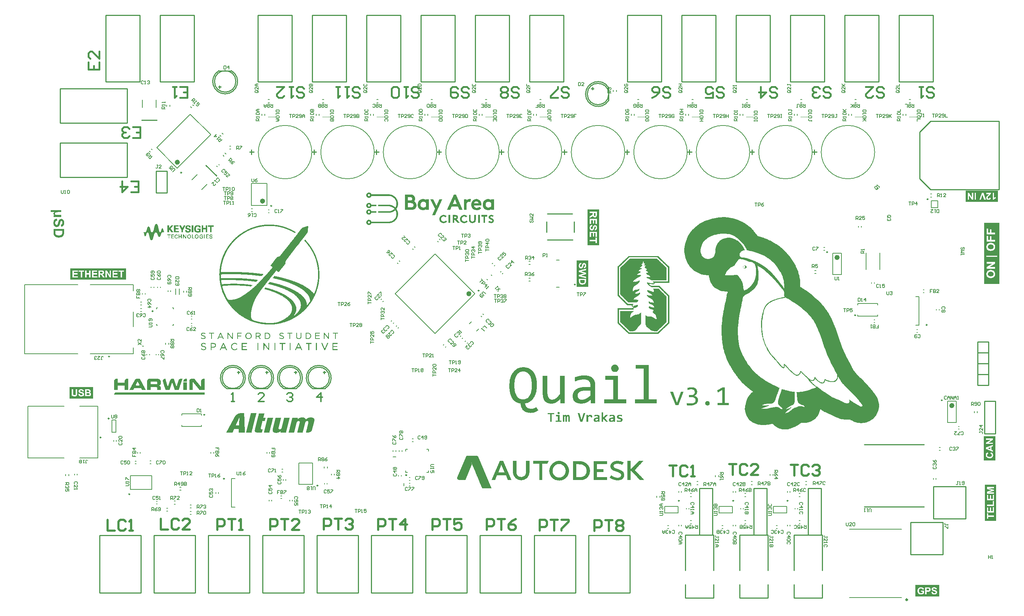
<source format=gbr>
%TF.GenerationSoftware,Altium Limited,Altium Designer,22.3.1 (43)*%
G04 Layer_Color=65535*
%FSLAX26Y26*%
%MOIN*%
%TF.SameCoordinates,F0E5A86D-29B0-4C41-8DB9-0BED1FB65684*%
%TF.FilePolarity,Positive*%
%TF.FileFunction,Legend,Top*%
%TF.Part,Single*%
G01*
G75*
%TA.AperFunction,NonConductor*%
%ADD177C,0.016000*%
%ADD178C,0.023622*%
%ADD179C,0.009842*%
%ADD180C,0.007874*%
%ADD181C,0.010000*%
%ADD182C,0.003937*%
%ADD183C,0.005000*%
%ADD184C,0.012000*%
%ADD185C,0.020000*%
%ADD186C,0.015000*%
G36*
X5693557Y2735472D02*
X5694113D01*
X5694737Y2735333D01*
X5695362Y2735194D01*
X5696056Y2734986D01*
X5696750Y2734708D01*
X5696819D01*
X5697027Y2734569D01*
X5697374Y2734361D01*
X5697791Y2734153D01*
X5698832Y2733459D01*
X5699873Y2732557D01*
X5699942Y2732487D01*
X5700081Y2732349D01*
X5700359Y2732002D01*
X5700636Y2731655D01*
X5700983Y2731169D01*
X5701400Y2730614D01*
X5702024Y2729364D01*
X5702093Y2729295D01*
X5702163Y2729087D01*
X5702302Y2728670D01*
X5702440Y2728185D01*
X5702579Y2727629D01*
X5702649Y2727005D01*
X5702788Y2726311D01*
Y2725547D01*
Y2725478D01*
Y2725200D01*
X5702718Y2724784D01*
Y2724298D01*
X5702579Y2723674D01*
X5702440Y2723049D01*
X5702302Y2722355D01*
X5702024Y2721661D01*
Y2721592D01*
X5701885Y2721383D01*
X5701677Y2721036D01*
X5701469Y2720620D01*
X5700775Y2719579D01*
X5699873Y2718469D01*
X5699803Y2718399D01*
X5699664Y2718260D01*
X5699387Y2717983D01*
X5698971Y2717705D01*
X5698554Y2717358D01*
X5697999Y2717011D01*
X5696750Y2716387D01*
X5696680D01*
X5696403Y2716248D01*
X5696056Y2716178D01*
X5695570Y2716040D01*
X5695015Y2715901D01*
X5694321Y2715762D01*
X5693557Y2715693D01*
X5692794Y2715623D01*
X5692447D01*
X5692030Y2715693D01*
X5691545D01*
X5690920Y2715831D01*
X5690226Y2715970D01*
X5689532Y2716109D01*
X5688838Y2716387D01*
X5688769Y2716456D01*
X5688560Y2716525D01*
X5688213Y2716734D01*
X5687797Y2716942D01*
X5686756Y2717566D01*
X5685646Y2718469D01*
X5685576Y2718538D01*
X5685438Y2718746D01*
X5685160Y2719024D01*
X5684882Y2719371D01*
X5684535Y2719857D01*
X5684188Y2720412D01*
X5683564Y2721661D01*
Y2721730D01*
X5683425Y2722008D01*
X5683355Y2722355D01*
X5683217Y2722841D01*
X5683078Y2723396D01*
X5683008Y2724090D01*
X5682870Y2725547D01*
Y2725617D01*
Y2725894D01*
X5682939Y2726311D01*
Y2726797D01*
X5683008Y2727352D01*
X5683147Y2727976D01*
X5683564Y2729364D01*
X5683633Y2729434D01*
X5683703Y2729642D01*
X5683911Y2729989D01*
X5684119Y2730475D01*
X5684743Y2731446D01*
X5685646Y2732557D01*
X5685715Y2732626D01*
X5685923Y2732765D01*
X5686201Y2733043D01*
X5686548Y2733320D01*
X5687034Y2733667D01*
X5687589Y2734084D01*
X5688838Y2734708D01*
X5688908Y2734778D01*
X5689185Y2734847D01*
X5689532Y2734986D01*
X5690018Y2735125D01*
X5690642Y2735263D01*
X5691267Y2735402D01*
X5692030Y2735541D01*
X5693141D01*
X5693557Y2735472D01*
D02*
G37*
G36*
X5984690Y2709516D02*
X5985176D01*
X5986356Y2709377D01*
X5987675Y2709169D01*
X5989062Y2708892D01*
X5990589Y2708475D01*
X5991977Y2707920D01*
X5992047D01*
X5992116Y2707851D01*
X5992324Y2707781D01*
X5992602Y2707642D01*
X5993296Y2707226D01*
X5994198Y2706671D01*
X5995170Y2705977D01*
X5996211Y2705144D01*
X5997252Y2704172D01*
X5998223Y2702992D01*
Y2702923D01*
X5998362Y2702854D01*
X5998501Y2702646D01*
X5998640Y2702437D01*
X5999126Y2701674D01*
X5999681Y2700772D01*
X6000236Y2699592D01*
X6000860Y2698135D01*
X6001485Y2696538D01*
X6001971Y2694803D01*
Y2694734D01*
X6002040Y2694595D01*
X6002110Y2694318D01*
X6002179Y2693970D01*
X6002248Y2693485D01*
X6002387Y2692930D01*
X6002457Y2692235D01*
X6002596Y2691541D01*
X6002665Y2690778D01*
X6002804Y2689876D01*
X6002943Y2687933D01*
X6003081Y2685781D01*
Y2683491D01*
X5987744D01*
Y2683561D01*
Y2683630D01*
Y2683838D01*
Y2684116D01*
Y2684740D01*
Y2685573D01*
X5987675Y2686545D01*
X5987605Y2687516D01*
X5987466Y2688557D01*
X5987328Y2689529D01*
Y2689668D01*
X5987258Y2689945D01*
X5987119Y2690431D01*
X5986980Y2690986D01*
X5986772Y2691611D01*
X5986564Y2692305D01*
X5986217Y2692999D01*
X5985870Y2693624D01*
X5985801Y2693693D01*
X5985662Y2693901D01*
X5985454Y2694179D01*
X5985176Y2694526D01*
X5984760Y2694942D01*
X5984343Y2695358D01*
X5983858Y2695706D01*
X5983302Y2696052D01*
X5983233Y2696122D01*
X5983025Y2696191D01*
X5982747Y2696330D01*
X5982331Y2696469D01*
X5981845Y2696608D01*
X5981290Y2696677D01*
X5980596Y2696816D01*
X5979555D01*
X5979346Y2696747D01*
X5978653Y2696677D01*
X5977750Y2696469D01*
X5976709Y2696122D01*
X5975529Y2695636D01*
X5974211Y2694942D01*
X5972892Y2693970D01*
X5972823D01*
X5972753Y2693832D01*
X5972545Y2693693D01*
X5972268Y2693415D01*
X5971921Y2693138D01*
X5971574Y2692791D01*
X5971088Y2692305D01*
X5970602Y2691819D01*
X5970047Y2691195D01*
X5969422Y2690501D01*
X5968798Y2689737D01*
X5968104Y2688904D01*
X5967340Y2688002D01*
X5966646Y2687030D01*
X5965883Y2685990D01*
X5965050Y2684810D01*
Y2644697D01*
X5949435D01*
Y2708198D01*
X5963176D01*
X5963731Y2698898D01*
X5963801Y2699037D01*
X5964009Y2699314D01*
X5964356Y2699800D01*
X5964773Y2700355D01*
X5965328Y2701049D01*
X5965883Y2701743D01*
X5967271Y2703270D01*
X5967340Y2703340D01*
X5967618Y2703617D01*
X5968034Y2703964D01*
X5968590Y2704450D01*
X5969214Y2704936D01*
X5969977Y2705491D01*
X5970810Y2706046D01*
X5971643Y2706601D01*
X5971782Y2706671D01*
X5972060Y2706809D01*
X5972545Y2707087D01*
X5973239Y2707434D01*
X5974003Y2707781D01*
X5974905Y2708128D01*
X5975946Y2708475D01*
X5976987Y2708822D01*
X5977056D01*
X5977126Y2708892D01*
X5977542Y2708961D01*
X5978097Y2709100D01*
X5978930Y2709238D01*
X5979902Y2709377D01*
X5980943Y2709447D01*
X5982192Y2709586D01*
X5984274D01*
X5984690Y2709516D01*
D02*
G37*
G36*
X5781279Y2709377D02*
X5781904Y2709308D01*
X5782528Y2709169D01*
X5783292Y2709030D01*
X5784055Y2708822D01*
X5784888Y2708614D01*
X5785721Y2708267D01*
X5786553Y2707850D01*
X5787456Y2707434D01*
X5788288Y2706809D01*
X5789052Y2706185D01*
X5789746Y2705421D01*
X5790440Y2704589D01*
X5790509Y2704519D01*
X5790578Y2704380D01*
X5790717Y2704103D01*
X5790995Y2703686D01*
X5791203Y2703201D01*
X5791481Y2702576D01*
X5791828Y2701813D01*
X5792105Y2700980D01*
X5792452Y2700008D01*
X5792730Y2698967D01*
X5793007Y2697787D01*
X5793285Y2696469D01*
X5793493Y2695081D01*
X5793632Y2693554D01*
X5793702Y2691958D01*
X5793771Y2690223D01*
Y2644696D01*
X5780585D01*
Y2687933D01*
Y2688071D01*
Y2688349D01*
Y2688765D01*
Y2689321D01*
Y2689945D01*
X5780516Y2690639D01*
X5780446Y2692027D01*
Y2692097D01*
Y2692305D01*
X5780377Y2692652D01*
X5780307Y2693068D01*
X5780168Y2694040D01*
X5779891Y2695011D01*
Y2695081D01*
X5779822Y2695220D01*
X5779752Y2695428D01*
X5779613Y2695705D01*
X5779266Y2696261D01*
X5778780Y2696816D01*
X5778642Y2696885D01*
X5778295Y2697163D01*
X5777670Y2697371D01*
X5776837Y2697440D01*
X5776768D01*
X5776490Y2697371D01*
X5776143Y2697302D01*
X5775658Y2697093D01*
X5775033Y2696816D01*
X5774408Y2696330D01*
X5773714Y2695705D01*
X5773020Y2694803D01*
X5772951Y2694664D01*
X5772673Y2694317D01*
X5772534Y2693970D01*
X5772326Y2693623D01*
X5772049Y2693207D01*
X5771771Y2692721D01*
X5771493Y2692097D01*
X5771146Y2691472D01*
X5770800Y2690709D01*
X5770453Y2689945D01*
X5770036Y2689043D01*
X5769620Y2688071D01*
X5769203Y2686961D01*
X5768787Y2685851D01*
Y2644696D01*
X5755740D01*
Y2687933D01*
Y2688071D01*
Y2688349D01*
Y2688765D01*
Y2689321D01*
Y2689945D01*
X5755670Y2690639D01*
X5755601Y2692027D01*
Y2692097D01*
Y2692305D01*
X5755532Y2692652D01*
X5755462Y2693068D01*
X5755323Y2694040D01*
X5755046Y2695011D01*
Y2695081D01*
X5754976Y2695220D01*
X5754907Y2695428D01*
X5754768Y2695705D01*
X5754421Y2696261D01*
X5753935Y2696816D01*
X5753797Y2696885D01*
X5753380Y2697163D01*
X5752756Y2697371D01*
X5751923Y2697440D01*
X5751853D01*
X5751645Y2697371D01*
X5751298Y2697302D01*
X5750882Y2697093D01*
X5750327Y2696816D01*
X5749702Y2696330D01*
X5749077Y2695705D01*
X5748314Y2694803D01*
X5748244Y2694664D01*
X5747967Y2694317D01*
X5747759Y2693970D01*
X5747551Y2693623D01*
X5747273Y2693207D01*
X5746995Y2692721D01*
X5746718Y2692097D01*
X5746371Y2691472D01*
X5745954Y2690709D01*
X5745607Y2689945D01*
X5745191Y2689043D01*
X5744775Y2688071D01*
X5744358Y2686961D01*
X5743872Y2685851D01*
Y2644696D01*
X5730686D01*
Y2708197D01*
X5741929D01*
X5742207Y2698898D01*
X5742276Y2699037D01*
X5742415Y2699384D01*
X5742693Y2699869D01*
X5743109Y2700563D01*
X5743525Y2701327D01*
X5743942Y2702090D01*
X5744497Y2702923D01*
X5744983Y2703686D01*
X5745052Y2703756D01*
X5745260Y2704033D01*
X5745538Y2704380D01*
X5745885Y2704866D01*
X5746301Y2705352D01*
X5746787Y2705907D01*
X5747342Y2706462D01*
X5747898Y2706948D01*
X5747967Y2707018D01*
X5748175Y2707156D01*
X5748522Y2707365D01*
X5748939Y2707712D01*
X5749424Y2707989D01*
X5749980Y2708267D01*
X5750604Y2708614D01*
X5751229Y2708822D01*
X5751298D01*
X5751576Y2708891D01*
X5751923Y2709030D01*
X5752408Y2709169D01*
X5753033Y2709238D01*
X5753727Y2709377D01*
X5754490Y2709447D01*
X5755809D01*
X5756225Y2709377D01*
X5756642D01*
X5757128Y2709308D01*
X5758307Y2709100D01*
X5759626Y2708753D01*
X5760945Y2708267D01*
X5762263Y2707573D01*
X5763374Y2706601D01*
X5763512Y2706462D01*
X5763859Y2706115D01*
X5764276Y2705491D01*
X5764831Y2704589D01*
X5765386Y2703478D01*
X5765941Y2702160D01*
X5766358Y2700633D01*
X5766566Y2698898D01*
X5766636Y2699037D01*
X5766844Y2699384D01*
X5767121Y2699869D01*
X5767538Y2700563D01*
X5767954Y2701327D01*
X5768440Y2702090D01*
X5768995Y2702923D01*
X5769550Y2703686D01*
X5769620Y2703756D01*
X5769828Y2704033D01*
X5770105Y2704380D01*
X5770453Y2704866D01*
X5770938Y2705352D01*
X5771424Y2705907D01*
X5772049Y2706462D01*
X5772604Y2706948D01*
X5772673Y2707018D01*
X5772882Y2707156D01*
X5773229Y2707365D01*
X5773645Y2707712D01*
X5774131Y2707989D01*
X5774686Y2708267D01*
X5775310Y2708614D01*
X5776005Y2708822D01*
X5776074D01*
X5776351Y2708891D01*
X5776699Y2709030D01*
X5777254Y2709169D01*
X5777878Y2709238D01*
X5778572Y2709377D01*
X5779336Y2709447D01*
X5780863D01*
X5781279Y2709377D01*
D02*
G37*
G36*
X6260069Y2709516D02*
X6260764D01*
X6262429Y2709447D01*
X6264234Y2709308D01*
X6266038Y2709100D01*
X6267842Y2708892D01*
X6268051D01*
X6268328Y2708822D01*
X6268606Y2708753D01*
X6269022D01*
X6269508Y2708683D01*
X6270618Y2708475D01*
X6271868Y2708267D01*
X6273256Y2708059D01*
X6274644Y2707851D01*
X6276032Y2707573D01*
Y2695150D01*
X6275962D01*
X6275823Y2695220D01*
X6275476Y2695289D01*
X6275129Y2695428D01*
X6274644Y2695567D01*
X6274088Y2695706D01*
X6273464Y2695914D01*
X6272700Y2696122D01*
X6271173Y2696538D01*
X6269439Y2696885D01*
X6267634Y2697302D01*
X6265830Y2697579D01*
X6265760D01*
X6265622Y2697649D01*
X6265344D01*
X6264997Y2697718D01*
X6264581Y2697787D01*
X6264095Y2697857D01*
X6263470Y2697926D01*
X6262846Y2697996D01*
X6261388Y2698135D01*
X6259792Y2698204D01*
X6258057Y2698343D01*
X6255559D01*
X6255142Y2698273D01*
X6254726D01*
X6253615Y2698135D01*
X6252435Y2697926D01*
X6251186Y2697579D01*
X6249937Y2697163D01*
X6248827Y2696608D01*
X6248688Y2696538D01*
X6248410Y2696330D01*
X6247925Y2695914D01*
X6247439Y2695428D01*
X6246883Y2694734D01*
X6246398Y2693901D01*
X6246120Y2692999D01*
X6245981Y2691889D01*
Y2691819D01*
Y2691680D01*
Y2691403D01*
X6246051Y2691056D01*
X6246190Y2690223D01*
X6246537Y2689321D01*
Y2689251D01*
X6246675Y2689113D01*
X6246814Y2688904D01*
X6247022Y2688627D01*
X6247300Y2688280D01*
X6247647Y2687933D01*
X6248133Y2687586D01*
X6248688Y2687169D01*
X6248757Y2687100D01*
X6248966Y2686961D01*
X6249382Y2686753D01*
X6249868Y2686475D01*
X6250562Y2686198D01*
X6251325Y2685781D01*
X6252297Y2685365D01*
X6253338Y2684948D01*
X6253407D01*
X6253476Y2684879D01*
X6253893Y2684740D01*
X6254517Y2684532D01*
X6255420Y2684185D01*
X6256600Y2683838D01*
X6257918Y2683352D01*
X6259445Y2682867D01*
X6261180Y2682381D01*
X6261249D01*
X6261458Y2682311D01*
X6261735Y2682242D01*
X6262082Y2682103D01*
X6262568Y2681964D01*
X6263123Y2681825D01*
X6264442Y2681409D01*
X6265899Y2680923D01*
X6267426Y2680368D01*
X6269022Y2679744D01*
X6270480Y2679050D01*
X6270549D01*
X6270618Y2678980D01*
X6270827Y2678911D01*
X6271104Y2678772D01*
X6271798Y2678356D01*
X6272631Y2677870D01*
X6273602Y2677314D01*
X6274644Y2676620D01*
X6275615Y2675857D01*
X6276517Y2675024D01*
X6276587Y2674955D01*
X6276864Y2674608D01*
X6277281Y2674191D01*
X6277766Y2673567D01*
X6278322Y2672803D01*
X6278877Y2671901D01*
X6279363Y2670930D01*
X6279779Y2669889D01*
X6279849Y2669750D01*
X6279918Y2669403D01*
X6280126Y2668778D01*
X6280334Y2668015D01*
X6280473Y2667043D01*
X6280681Y2665933D01*
X6280751Y2664684D01*
X6280820Y2663365D01*
Y2663296D01*
Y2663157D01*
Y2662810D01*
X6280751Y2662463D01*
Y2661977D01*
X6280681Y2661422D01*
X6280542Y2660173D01*
X6280195Y2658646D01*
X6279779Y2657119D01*
X6279224Y2655523D01*
X6278391Y2653996D01*
Y2653927D01*
X6278252Y2653857D01*
X6278114Y2653649D01*
X6277975Y2653372D01*
X6277419Y2652677D01*
X6276656Y2651775D01*
X6275754Y2650804D01*
X6274644Y2649763D01*
X6273394Y2648722D01*
X6272006Y2647750D01*
X6271937D01*
X6271798Y2647681D01*
X6271590Y2647542D01*
X6271312Y2647334D01*
X6270965Y2647195D01*
X6270480Y2646917D01*
X6269369Y2646432D01*
X6268051Y2645876D01*
X6266524Y2645321D01*
X6264858Y2644766D01*
X6262984Y2644349D01*
X6262915D01*
X6262776Y2644280D01*
X6262498D01*
X6262151Y2644211D01*
X6261666Y2644072D01*
X6261110Y2644003D01*
X6260486Y2643933D01*
X6259861Y2643794D01*
X6258265Y2643586D01*
X6256530Y2643447D01*
X6254656Y2643309D01*
X6252713Y2643239D01*
X6250909D01*
X6250215Y2643309D01*
X6248480D01*
X6246537Y2643378D01*
X6244454Y2643517D01*
X6242234Y2643725D01*
X6240082Y2643933D01*
X6239805D01*
X6239527Y2644003D01*
X6239111Y2644072D01*
X6238625Y2644141D01*
X6238070Y2644211D01*
X6237376Y2644280D01*
X6236682Y2644419D01*
X6235016Y2644697D01*
X6233212Y2644974D01*
X6231338Y2645390D01*
X6229464Y2645807D01*
Y2659548D01*
X6229533D01*
X6229742Y2659409D01*
X6230019Y2659340D01*
X6230436Y2659132D01*
X6230991Y2658923D01*
X6231615Y2658715D01*
X6232310Y2658438D01*
X6233142Y2658160D01*
X6234877Y2657605D01*
X6236820Y2656980D01*
X6238972Y2656425D01*
X6241123Y2655939D01*
X6241193D01*
X6241401Y2655870D01*
X6241678D01*
X6242095Y2655800D01*
X6242650Y2655731D01*
X6243275Y2655592D01*
X6243969Y2655523D01*
X6244732Y2655454D01*
X6246398Y2655245D01*
X6248271Y2655037D01*
X6250215Y2654968D01*
X6252158Y2654898D01*
X6253130D01*
X6253685Y2654968D01*
X6254240D01*
X6255559Y2655106D01*
X6257016Y2655384D01*
X6258543Y2655662D01*
X6259931Y2656148D01*
X6260555Y2656425D01*
X6261180Y2656772D01*
X6261249D01*
X6261319Y2656841D01*
X6261666Y2657119D01*
X6262151Y2657535D01*
X6262707Y2658160D01*
X6263193Y2658854D01*
X6263678Y2659687D01*
X6264025Y2660659D01*
X6264164Y2661214D01*
Y2661769D01*
Y2661838D01*
Y2662046D01*
Y2662324D01*
X6264095Y2662671D01*
X6263886Y2663504D01*
X6263470Y2664406D01*
Y2664476D01*
X6263331Y2664614D01*
X6263193Y2664823D01*
X6262915Y2665169D01*
X6262637Y2665517D01*
X6262221Y2665863D01*
X6261735Y2666280D01*
X6261110Y2666696D01*
X6261041Y2666766D01*
X6260833Y2666905D01*
X6260417Y2667113D01*
X6259861Y2667390D01*
X6259237Y2667737D01*
X6258404Y2668084D01*
X6257432Y2668501D01*
X6256322Y2668917D01*
X6256183Y2668986D01*
X6255975Y2669056D01*
X6255767Y2669125D01*
X6255073Y2669403D01*
X6254101Y2669680D01*
X6252921Y2670097D01*
X6251533Y2670513D01*
X6249937Y2670999D01*
X6248133Y2671554D01*
X6248063D01*
X6247925Y2671624D01*
X6247647Y2671693D01*
X6247369Y2671762D01*
X6246953Y2671901D01*
X6246467Y2672040D01*
X6245357Y2672387D01*
X6244038Y2672873D01*
X6242650Y2673359D01*
X6241262Y2673914D01*
X6239874Y2674469D01*
X6239805D01*
X6239735Y2674539D01*
X6239319Y2674747D01*
X6238625Y2675094D01*
X6237861Y2675579D01*
X6236959Y2676135D01*
X6235988Y2676829D01*
X6234947Y2677523D01*
X6234044Y2678356D01*
X6233975Y2678494D01*
X6233698Y2678772D01*
X6233281Y2679258D01*
X6232726Y2679882D01*
X6232171Y2680646D01*
X6231615Y2681548D01*
X6231060Y2682519D01*
X6230574Y2683630D01*
Y2683699D01*
X6230505Y2683769D01*
X6230436Y2684185D01*
X6230227Y2684810D01*
X6230019Y2685642D01*
X6229811Y2686614D01*
X6229672Y2687794D01*
X6229533Y2689113D01*
X6229464Y2690570D01*
Y2690639D01*
Y2690778D01*
Y2690986D01*
Y2691264D01*
X6229533Y2691958D01*
X6229672Y2692930D01*
X6229881Y2694040D01*
X6230227Y2695289D01*
X6230644Y2696538D01*
X6231199Y2697857D01*
Y2697926D01*
X6231269Y2697996D01*
X6231546Y2698412D01*
X6231962Y2699106D01*
X6232518Y2699939D01*
X6233212Y2700841D01*
X6234114Y2701882D01*
X6235155Y2702923D01*
X6236404Y2703895D01*
X6236474D01*
X6236543Y2704034D01*
X6236751Y2704172D01*
X6237029Y2704311D01*
X6237376Y2704589D01*
X6237792Y2704797D01*
X6238764Y2705421D01*
X6240082Y2706046D01*
X6241540Y2706740D01*
X6243205Y2707434D01*
X6245079Y2708059D01*
X6245149D01*
X6245287Y2708128D01*
X6245634Y2708198D01*
X6245981Y2708267D01*
X6246467Y2708406D01*
X6247092Y2708544D01*
X6247786Y2708683D01*
X6248549Y2708822D01*
X6249382Y2708961D01*
X6250354Y2709100D01*
X6251325Y2709238D01*
X6252435Y2709377D01*
X6254726Y2709516D01*
X6257224Y2709586D01*
X6259376D01*
X6260069Y2709516D01*
D02*
G37*
G36*
X5913139Y2644697D02*
X5892735D01*
X5867821Y2726380D01*
X5885240Y2726380D01*
X5899051Y2677176D01*
X5903492Y2661006D01*
X5908142Y2678078D01*
X5921814Y2726380D01*
X5938192D01*
X5913139Y2644697D01*
D02*
G37*
G36*
X6185742Y2709516D02*
X6186436D01*
X6187269Y2709447D01*
X6188102D01*
X6190045Y2709238D01*
X6192057Y2709030D01*
X6194140Y2708683D01*
X6196083Y2708198D01*
X6196152D01*
X6196291Y2708128D01*
X6196569Y2708059D01*
X6196916Y2707920D01*
X6197332Y2707781D01*
X6197887Y2707642D01*
X6198998Y2707226D01*
X6200316Y2706671D01*
X6201704Y2705977D01*
X6203092Y2705144D01*
X6204411Y2704172D01*
X6204480D01*
X6204550Y2704034D01*
X6204966Y2703686D01*
X6205521Y2703131D01*
X6206215Y2702298D01*
X6207048Y2701327D01*
X6207811Y2700216D01*
X6208575Y2698898D01*
X6209269Y2697441D01*
Y2697371D01*
X6209338Y2697232D01*
X6209408Y2697024D01*
X6209546Y2696747D01*
X6209616Y2696330D01*
X6209755Y2695914D01*
X6209893Y2695358D01*
X6210101Y2694734D01*
X6210379Y2693415D01*
X6210587Y2691819D01*
X6210796Y2690015D01*
X6210865Y2688072D01*
Y2644697D01*
X6197748D01*
X6197401Y2652955D01*
X6197332Y2652886D01*
X6197054Y2652608D01*
X6196638Y2652192D01*
X6196152Y2651706D01*
X6195458Y2651081D01*
X6194764Y2650457D01*
X6193168Y2649069D01*
X6193099Y2648999D01*
X6192821Y2648791D01*
X6192335Y2648444D01*
X6191780Y2648028D01*
X6191086Y2647542D01*
X6190253Y2646987D01*
X6189351Y2646432D01*
X6188379Y2645946D01*
X6188240Y2645876D01*
X6187894Y2645738D01*
X6187408Y2645529D01*
X6186644Y2645252D01*
X6185811Y2644905D01*
X6184840Y2644627D01*
X6183799Y2644280D01*
X6182619Y2644003D01*
X6182480D01*
X6182064Y2643864D01*
X6181439Y2643794D01*
X6180606Y2643655D01*
X6179635Y2643517D01*
X6178525Y2643378D01*
X6177206Y2643309D01*
X6175887Y2643239D01*
X6175055D01*
X6174638Y2643309D01*
X6174152D01*
X6172972Y2643447D01*
X6171654Y2643586D01*
X6170197Y2643864D01*
X6168739Y2644211D01*
X6167282Y2644697D01*
X6167212D01*
X6167143Y2644766D01*
X6166935Y2644835D01*
X6166657Y2644974D01*
X6165963Y2645252D01*
X6165130Y2645738D01*
X6164159Y2646293D01*
X6163118Y2646987D01*
X6162077Y2647750D01*
X6161105Y2648652D01*
X6160966Y2648791D01*
X6160689Y2649138D01*
X6160272Y2649624D01*
X6159717Y2650387D01*
X6159092Y2651289D01*
X6158468Y2652331D01*
X6157913Y2653510D01*
X6157358Y2654829D01*
Y2654898D01*
X6157288Y2654968D01*
X6157219Y2655176D01*
X6157149Y2655454D01*
X6156941Y2656217D01*
X6156733Y2657189D01*
X6156525Y2658368D01*
X6156316Y2659687D01*
X6156178Y2661214D01*
X6156108Y2662810D01*
Y2662879D01*
Y2663018D01*
Y2663226D01*
Y2663573D01*
X6156178Y2663990D01*
Y2664406D01*
X6156316Y2665517D01*
X6156594Y2666835D01*
X6156872Y2668223D01*
X6157358Y2669680D01*
X6157982Y2671138D01*
Y2671207D01*
X6158051Y2671277D01*
X6158190Y2671485D01*
X6158329Y2671762D01*
X6158815Y2672456D01*
X6159440Y2673359D01*
X6160203Y2674400D01*
X6161175Y2675510D01*
X6162354Y2676620D01*
X6163742Y2677662D01*
X6163812D01*
X6163950Y2677800D01*
X6164159Y2677939D01*
X6164436Y2678147D01*
X6164853Y2678356D01*
X6165269Y2678633D01*
X6165824Y2678911D01*
X6166449Y2679258D01*
X6167906Y2679952D01*
X6169572Y2680646D01*
X6171446Y2681409D01*
X6173528Y2682034D01*
X6173597D01*
X6173805Y2682103D01*
X6174152Y2682173D01*
X6174569Y2682311D01*
X6175124Y2682381D01*
X6175818Y2682519D01*
X6176581Y2682658D01*
X6177414Y2682867D01*
X6178386Y2683005D01*
X6179427Y2683144D01*
X6180606Y2683283D01*
X6181786Y2683352D01*
X6183035Y2683491D01*
X6184423Y2683561D01*
X6187269Y2683630D01*
X6195597D01*
Y2687378D01*
Y2687516D01*
Y2687794D01*
Y2688280D01*
X6195528Y2688904D01*
X6195458Y2689529D01*
X6195319Y2690292D01*
X6194903Y2691819D01*
Y2691889D01*
X6194764Y2692166D01*
X6194625Y2692513D01*
X6194348Y2692999D01*
X6194070Y2693485D01*
X6193654Y2694040D01*
X6193237Y2694595D01*
X6192682Y2695150D01*
X6192613Y2695220D01*
X6192404Y2695358D01*
X6192057Y2695636D01*
X6191641Y2695914D01*
X6191016Y2696261D01*
X6190323Y2696677D01*
X6189559Y2697024D01*
X6188657Y2697302D01*
X6188518Y2697371D01*
X6188240Y2697441D01*
X6187685Y2697579D01*
X6186991Y2697718D01*
X6186158Y2697857D01*
X6185118Y2697926D01*
X6183938Y2698065D01*
X6181717D01*
X6181231Y2697996D01*
X6180606D01*
X6179913Y2697926D01*
X6179218D01*
X6177484Y2697718D01*
X6175610Y2697510D01*
X6173667Y2697163D01*
X6171584Y2696747D01*
X6171515D01*
X6171307Y2696677D01*
X6171029Y2696608D01*
X6170682Y2696538D01*
X6170127Y2696399D01*
X6169572Y2696261D01*
X6168947Y2696052D01*
X6168184Y2695844D01*
X6166588Y2695358D01*
X6164853Y2694734D01*
X6162979Y2694040D01*
X6161036Y2693207D01*
Y2705421D01*
X6161105D01*
X6161244Y2705491D01*
X6161521Y2705560D01*
X6161868Y2705699D01*
X6162285Y2705838D01*
X6162771Y2706046D01*
X6163395Y2706254D01*
X6164020Y2706463D01*
X6164783Y2706671D01*
X6165547Y2706879D01*
X6167351Y2707365D01*
X6169364Y2707851D01*
X6171515Y2708336D01*
X6171584D01*
X6171793Y2708406D01*
X6172140Y2708475D01*
X6172556Y2708544D01*
X6173111Y2708614D01*
X6173736Y2708753D01*
X6174499Y2708822D01*
X6175332Y2708961D01*
X6176234Y2709100D01*
X6177206Y2709169D01*
X6179288Y2709377D01*
X6181578Y2709516D01*
X6183938Y2709586D01*
X6185118D01*
X6185742Y2709516D01*
D02*
G37*
G36*
X6103503Y2681270D02*
X6125711Y2708198D01*
X6144727D01*
X6118979Y2679258D01*
X6146878Y2644697D01*
X6126960D01*
X6103503Y2676412D01*
Y2644697D01*
X6088235D01*
Y2733043D01*
X6103503D01*
Y2681270D01*
D02*
G37*
G36*
X6044999Y2709516D02*
X6045693D01*
X6046526Y2709447D01*
X6047359D01*
X6049302Y2709238D01*
X6051314Y2709030D01*
X6053396Y2708683D01*
X6055340Y2708198D01*
X6055409D01*
X6055548Y2708128D01*
X6055825Y2708059D01*
X6056172Y2707920D01*
X6056589Y2707781D01*
X6057144Y2707642D01*
X6058254Y2707226D01*
X6059573Y2706671D01*
X6060961Y2705977D01*
X6062349Y2705144D01*
X6063667Y2704172D01*
X6063737D01*
X6063806Y2704034D01*
X6064223Y2703686D01*
X6064778Y2703131D01*
X6065472Y2702298D01*
X6066305Y2701327D01*
X6067068Y2700216D01*
X6067832Y2698898D01*
X6068525Y2697441D01*
Y2697371D01*
X6068595Y2697232D01*
X6068664Y2697024D01*
X6068803Y2696747D01*
X6068873Y2696330D01*
X6069011Y2695914D01*
X6069150Y2695358D01*
X6069358Y2694734D01*
X6069636Y2693415D01*
X6069844Y2691819D01*
X6070052Y2690015D01*
X6070122Y2688072D01*
Y2644697D01*
X6057005D01*
X6056658Y2652955D01*
X6056589Y2652886D01*
X6056311Y2652608D01*
X6055895Y2652192D01*
X6055409Y2651706D01*
X6054715Y2651081D01*
X6054021Y2650457D01*
X6052425Y2649069D01*
X6052355Y2648999D01*
X6052078Y2648791D01*
X6051592Y2648444D01*
X6051037Y2648028D01*
X6050343Y2647542D01*
X6049510Y2646987D01*
X6048608Y2646432D01*
X6047636Y2645946D01*
X6047497Y2645876D01*
X6047150Y2645738D01*
X6046664Y2645529D01*
X6045901Y2645252D01*
X6045068Y2644905D01*
X6044097Y2644627D01*
X6043056Y2644280D01*
X6041876Y2644003D01*
X6041737D01*
X6041321Y2643864D01*
X6040696Y2643794D01*
X6039863Y2643655D01*
X6038892Y2643517D01*
X6037781Y2643378D01*
X6036463Y2643309D01*
X6035144Y2643239D01*
X6034311D01*
X6033895Y2643309D01*
X6033409D01*
X6032229Y2643447D01*
X6030911Y2643586D01*
X6029453Y2643864D01*
X6027996Y2644211D01*
X6026538Y2644697D01*
X6026469D01*
X6026400Y2644766D01*
X6026191Y2644835D01*
X6025914Y2644974D01*
X6025220Y2645252D01*
X6024387Y2645738D01*
X6023416Y2646293D01*
X6022374Y2646987D01*
X6021333Y2647750D01*
X6020362Y2648652D01*
X6020223Y2648791D01*
X6019945Y2649138D01*
X6019529Y2649624D01*
X6018974Y2650387D01*
X6018349Y2651289D01*
X6017725Y2652331D01*
X6017169Y2653510D01*
X6016614Y2654829D01*
Y2654898D01*
X6016545Y2654968D01*
X6016475Y2655176D01*
X6016406Y2655454D01*
X6016198Y2656217D01*
X6015990Y2657189D01*
X6015782Y2658368D01*
X6015573Y2659687D01*
X6015435Y2661214D01*
X6015365Y2662810D01*
Y2662879D01*
Y2663018D01*
Y2663226D01*
Y2663573D01*
X6015435Y2663990D01*
Y2664406D01*
X6015573Y2665517D01*
X6015851Y2666835D01*
X6016128Y2668223D01*
X6016614Y2669680D01*
X6017239Y2671138D01*
Y2671207D01*
X6017308Y2671277D01*
X6017447Y2671485D01*
X6017586Y2671762D01*
X6018072Y2672456D01*
X6018696Y2673359D01*
X6019460Y2674400D01*
X6020431Y2675510D01*
X6021611Y2676620D01*
X6022999Y2677662D01*
X6023069D01*
X6023207Y2677800D01*
X6023416Y2677939D01*
X6023693Y2678147D01*
X6024109Y2678356D01*
X6024526Y2678633D01*
X6025081Y2678911D01*
X6025706Y2679258D01*
X6027163Y2679952D01*
X6028829Y2680646D01*
X6030703Y2681409D01*
X6032784Y2682034D01*
X6032854D01*
X6033062Y2682103D01*
X6033409Y2682173D01*
X6033825Y2682311D01*
X6034381Y2682381D01*
X6035075Y2682519D01*
X6035838Y2682658D01*
X6036671Y2682867D01*
X6037642Y2683005D01*
X6038684Y2683144D01*
X6039863Y2683283D01*
X6041043Y2683352D01*
X6042292Y2683491D01*
X6043680Y2683561D01*
X6046526Y2683630D01*
X6054854D01*
Y2687378D01*
Y2687516D01*
Y2687794D01*
Y2688280D01*
X6054784Y2688904D01*
X6054715Y2689529D01*
X6054576Y2690292D01*
X6054160Y2691819D01*
Y2691889D01*
X6054021Y2692166D01*
X6053882Y2692513D01*
X6053605Y2692999D01*
X6053327Y2693485D01*
X6052910Y2694040D01*
X6052494Y2694595D01*
X6051939Y2695150D01*
X6051869Y2695220D01*
X6051661Y2695358D01*
X6051314Y2695636D01*
X6050898Y2695914D01*
X6050273Y2696261D01*
X6049579Y2696677D01*
X6048816Y2697024D01*
X6047914Y2697302D01*
X6047775Y2697371D01*
X6047497Y2697441D01*
X6046942Y2697579D01*
X6046248Y2697718D01*
X6045415Y2697857D01*
X6044374Y2697926D01*
X6043194Y2698065D01*
X6040974D01*
X6040488Y2697996D01*
X6039863D01*
X6039169Y2697926D01*
X6038475D01*
X6036740Y2697718D01*
X6034867Y2697510D01*
X6032923Y2697163D01*
X6030841Y2696747D01*
X6030772D01*
X6030564Y2696677D01*
X6030286Y2696608D01*
X6029939Y2696538D01*
X6029384Y2696399D01*
X6028829Y2696261D01*
X6028204Y2696052D01*
X6027441Y2695844D01*
X6025845Y2695358D01*
X6024109Y2694734D01*
X6022236Y2694040D01*
X6020292Y2693207D01*
Y2705421D01*
X6020362D01*
X6020501Y2705491D01*
X6020778Y2705560D01*
X6021125Y2705699D01*
X6021542Y2705838D01*
X6022028Y2706046D01*
X6022652Y2706254D01*
X6023277Y2706463D01*
X6024040Y2706671D01*
X6024803Y2706879D01*
X6026608Y2707365D01*
X6028620Y2707851D01*
X6030772Y2708336D01*
X6030841D01*
X6031050Y2708406D01*
X6031396Y2708475D01*
X6031813Y2708544D01*
X6032368Y2708614D01*
X6032993Y2708753D01*
X6033756Y2708822D01*
X6034589Y2708961D01*
X6035491Y2709100D01*
X6036463Y2709169D01*
X6038545Y2709377D01*
X6040835Y2709516D01*
X6043194Y2709586D01*
X6044374D01*
X6044999Y2709516D01*
D02*
G37*
G36*
X5701538Y2656564D02*
X5719860D01*
Y2644696D01*
X5665797D01*
Y2656564D01*
X5685923D01*
Y2696330D01*
X5667949D01*
Y2708197D01*
X5701538D01*
Y2656564D01*
D02*
G37*
G36*
X5651848Y2713541D02*
X5629432D01*
Y2644696D01*
X5613678D01*
Y2713541D01*
X5591262D01*
Y2726380D01*
X5651848D01*
Y2713541D01*
D02*
G37*
G36*
X9750000Y3914458D02*
X9609301D01*
Y4479458D01*
X9750000D01*
Y3914458D01*
D02*
G37*
G36*
X6794119Y2797221D02*
X6769135D01*
X6720000Y2922696D01*
X6744706D01*
X6775520Y2839555D01*
X6782182Y2819290D01*
X6788984Y2840110D01*
X6819520Y2922696D01*
X6843393D01*
X6794119Y2797221D01*
D02*
G37*
G36*
X6918206Y2962809D02*
X6919456D01*
X6920982Y2962670D01*
X6922509Y2962532D01*
X6926118Y2962254D01*
X6929866Y2961699D01*
X6933891Y2961005D01*
X6937638Y2960033D01*
X6937777D01*
X6938055Y2959894D01*
X6938610Y2959756D01*
X6939304Y2959478D01*
X6940137Y2959200D01*
X6941108Y2958923D01*
X6943468Y2957951D01*
X6945966Y2956841D01*
X6948742Y2955453D01*
X6951518Y2953787D01*
X6954156Y2951983D01*
X6954294D01*
X6954433Y2951705D01*
X6955266Y2951011D01*
X6956376Y2949901D01*
X6957903Y2948374D01*
X6959569Y2946570D01*
X6961234Y2944349D01*
X6962761Y2941850D01*
X6964149Y2939213D01*
Y2939074D01*
X6964288Y2938936D01*
X6964427Y2938519D01*
X6964704Y2937964D01*
X6964982Y2937131D01*
X6965260Y2936298D01*
X6965954Y2934355D01*
X6966509Y2931857D01*
X6967064Y2928942D01*
X6967480Y2925750D01*
X6967619Y2922280D01*
Y2922141D01*
Y2921724D01*
Y2920892D01*
X6967480Y2919920D01*
X6967342Y2918810D01*
X6967203Y2917283D01*
X6967064Y2915756D01*
X6966786Y2914090D01*
X6965815Y2910343D01*
X6964566Y2906456D01*
X6963733Y2904374D01*
X6962761Y2902431D01*
X6961651Y2900488D01*
X6960402Y2898684D01*
X6960263Y2898545D01*
X6960124Y2898267D01*
X6959708Y2897712D01*
X6959152Y2897157D01*
X6958320Y2896324D01*
X6957487Y2895352D01*
X6956376Y2894381D01*
X6955266Y2893270D01*
X6953878Y2892160D01*
X6952490Y2890911D01*
X6950824Y2889662D01*
X6949020Y2888412D01*
X6945134Y2885914D01*
X6940692Y2883693D01*
X6940970D01*
X6941802Y2883416D01*
X6943052Y2883138D01*
X6944717Y2882722D01*
X6946522Y2882166D01*
X6948604Y2881472D01*
X6950963Y2880640D01*
X6953184Y2879529D01*
X6953323D01*
X6953462Y2879390D01*
X6954294Y2878974D01*
X6955405Y2878419D01*
X6956932Y2877447D01*
X6958597Y2876337D01*
X6960540Y2875088D01*
X6962484Y2873561D01*
X6964288Y2871895D01*
X6964566Y2871756D01*
X6965121Y2871062D01*
X6966092Y2870091D01*
X6967203Y2868842D01*
X6968452Y2867176D01*
X6969840Y2865372D01*
X6971089Y2863290D01*
X6972338Y2860930D01*
X6972477Y2860652D01*
X6972894Y2859820D01*
X6973310Y2858570D01*
X6974004Y2856766D01*
X6974559Y2854684D01*
X6974976Y2852324D01*
X6975392Y2849548D01*
X6975531Y2846772D01*
Y2846634D01*
Y2846356D01*
Y2845662D01*
Y2844968D01*
X6975392Y2843996D01*
X6975253Y2842886D01*
X6975114Y2841637D01*
X6974976Y2840249D01*
X6974420Y2837195D01*
X6973726Y2833725D01*
X6972616Y2830255D01*
X6971089Y2826646D01*
Y2826508D01*
X6970950Y2826230D01*
X6970673Y2825675D01*
X6970256Y2825120D01*
X6969840Y2824287D01*
X6969285Y2823315D01*
X6967758Y2821094D01*
X6965954Y2818457D01*
X6963594Y2815681D01*
X6960957Y2812905D01*
X6957903Y2810129D01*
X6957764Y2809990D01*
X6957487Y2809852D01*
X6957070Y2809435D01*
X6956376Y2809019D01*
X6955405Y2808325D01*
X6954433Y2807631D01*
X6953184Y2806937D01*
X6951935Y2806104D01*
X6950408Y2805271D01*
X6948742Y2804300D01*
X6946799Y2803328D01*
X6944856Y2802495D01*
X6940553Y2800691D01*
X6935834Y2799025D01*
X6935695D01*
X6935279Y2798886D01*
X6934446Y2798609D01*
X6933474Y2798470D01*
X6932225Y2798054D01*
X6930698Y2797776D01*
X6929033Y2797360D01*
X6927090Y2797082D01*
X6924869Y2796666D01*
X6922509Y2796249D01*
X6920011Y2795972D01*
X6917235Y2795694D01*
X6914459Y2795416D01*
X6911405Y2795139D01*
X6905020Y2795000D01*
X6901550D01*
X6899191Y2795139D01*
X6896554D01*
X6893500Y2795278D01*
X6890585Y2795416D01*
X6887532Y2795694D01*
X6886838D01*
X6886282Y2795833D01*
X6884756Y2795972D01*
X6882812Y2796110D01*
X6880592Y2796249D01*
X6878232Y2796527D01*
X6873096Y2797221D01*
Y2816792D01*
X6873513D01*
X6873929Y2816653D01*
X6874484Y2816514D01*
X6875178Y2816375D01*
X6876011Y2816236D01*
X6877954Y2815959D01*
X6880453Y2815542D01*
X6883229Y2815265D01*
X6886144Y2814848D01*
X6889336Y2814571D01*
X6890169D01*
X6890863Y2814432D01*
X6891696D01*
X6892528Y2814293D01*
X6894888D01*
X6897525Y2814154D01*
X6900579Y2814016D01*
X6903771Y2813877D01*
X6910156D01*
X6911405Y2814016D01*
X6912793D01*
X6914320Y2814154D01*
X6917512Y2814432D01*
X6920982Y2814710D01*
X6924591Y2815265D01*
X6927922Y2815959D01*
X6928061D01*
X6928339Y2816098D01*
X6928755Y2816236D01*
X6929310Y2816375D01*
X6930976Y2816930D01*
X6932919Y2817624D01*
X6935279Y2818457D01*
X6937638Y2819568D01*
X6939859Y2820817D01*
X6942080Y2822205D01*
X6942358Y2822344D01*
X6943052Y2822899D01*
X6944023Y2823870D01*
X6945134Y2824981D01*
X6946522Y2826508D01*
X6947771Y2828173D01*
X6949020Y2830116D01*
X6950130Y2832198D01*
Y2832337D01*
X6950269Y2832476D01*
X6950547Y2833309D01*
X6950963Y2834419D01*
X6951518Y2836085D01*
X6951935Y2838028D01*
X6952351Y2840388D01*
X6952629Y2842886D01*
X6952768Y2845523D01*
Y2845662D01*
Y2845801D01*
Y2846634D01*
X6952629Y2847883D01*
X6952351Y2849548D01*
X6952074Y2851353D01*
X6951518Y2853435D01*
X6950686Y2855378D01*
X6949714Y2857321D01*
X6949575Y2857599D01*
X6949159Y2858154D01*
X6948465Y2859126D01*
X6947493Y2860236D01*
X6946244Y2861624D01*
X6944856Y2863012D01*
X6943190Y2864400D01*
X6941247Y2865649D01*
X6940970Y2865788D01*
X6940276Y2866204D01*
X6939165Y2866760D01*
X6937638Y2867592D01*
X6935695Y2868286D01*
X6933474Y2869119D01*
X6930976Y2869952D01*
X6928200Y2870646D01*
X6928061D01*
X6927922Y2870785D01*
X6927506D01*
X6926951Y2870924D01*
X6926257Y2871062D01*
X6925424Y2871201D01*
X6923342Y2871618D01*
X6920844Y2871895D01*
X6918068Y2872173D01*
X6915014Y2872312D01*
X6911683Y2872450D01*
X6893084D01*
Y2890356D01*
X6913210D01*
X6914598Y2890494D01*
X6916402Y2890633D01*
X6918484Y2890772D01*
X6920705Y2891188D01*
X6923064Y2891605D01*
X6925285Y2892160D01*
X6925424D01*
X6925563Y2892299D01*
X6926257Y2892576D01*
X6927506Y2892993D01*
X6928894Y2893548D01*
X6930560Y2894381D01*
X6932225Y2895352D01*
X6934030Y2896463D01*
X6935695Y2897712D01*
X6935834Y2897851D01*
X6936389Y2898406D01*
X6937222Y2899239D01*
X6938194Y2900210D01*
X6939165Y2901598D01*
X6940276Y2903125D01*
X6941386Y2904791D01*
X6942358Y2906734D01*
X6942496Y2907012D01*
X6942774Y2907706D01*
X6943052Y2908816D01*
X6943607Y2910204D01*
X6944023Y2912008D01*
X6944301Y2914090D01*
X6944578Y2916311D01*
X6944717Y2918810D01*
Y2918948D01*
Y2919365D01*
Y2920059D01*
X6944578Y2921030D01*
X6944440Y2922002D01*
X6944301Y2923251D01*
X6943746Y2926166D01*
X6942774Y2929220D01*
X6942080Y2930885D01*
X6941386Y2932412D01*
X6940414Y2933939D01*
X6939304Y2935466D01*
X6938055Y2936715D01*
X6936667Y2937964D01*
X6936528Y2938103D01*
X6936250Y2938242D01*
X6935834Y2938519D01*
X6935140Y2938936D01*
X6934307Y2939352D01*
X6933336Y2939907D01*
X6932086Y2940462D01*
X6930698Y2941018D01*
X6929172Y2941573D01*
X6927367Y2942128D01*
X6925424Y2942683D01*
X6923342Y2943100D01*
X6921121Y2943516D01*
X6918623Y2943794D01*
X6915986Y2944071D01*
X6910989D01*
X6910156Y2943932D01*
X6907935D01*
X6905437Y2943655D01*
X6902522Y2943377D01*
X6899330Y2942961D01*
X6896137Y2942406D01*
X6895998D01*
X6895721Y2942267D01*
X6895304D01*
X6894610Y2942128D01*
X6893778Y2941989D01*
X6892806Y2941712D01*
X6890585Y2941156D01*
X6887809Y2940462D01*
X6884617Y2939630D01*
X6881147Y2938658D01*
X6877538Y2937548D01*
Y2956563D01*
X6877677D01*
X6878232Y2956841D01*
X6879065Y2957118D01*
X6880175Y2957396D01*
X6881563Y2957812D01*
X6883090Y2958229D01*
X6886421Y2959062D01*
X6886699D01*
X6887254Y2959339D01*
X6888226Y2959478D01*
X6889475Y2959756D01*
X6891002Y2960172D01*
X6892528Y2960450D01*
X6896137Y2961144D01*
X6896415D01*
X6896970Y2961282D01*
X6897942Y2961421D01*
X6899191Y2961560D01*
X6900579Y2961838D01*
X6902244Y2961976D01*
X6905714Y2962393D01*
X6905992D01*
X6906547Y2962532D01*
X6907380D01*
X6908629Y2962670D01*
X6910017Y2962809D01*
X6911544D01*
X6914875Y2962948D01*
X6917096D01*
X6918206Y2962809D01*
D02*
G37*
G36*
X7222178Y2817486D02*
X7258683D01*
Y2797221D01*
X7155971D01*
Y2817486D01*
X7198027D01*
Y2936854D01*
X7158747Y2915479D01*
X7150835Y2933939D01*
X7202885Y2961421D01*
X7222178D01*
Y2817486D01*
D02*
G37*
G36*
X7064085Y2836501D02*
X7065196D01*
X7066445Y2836224D01*
X7067833Y2835946D01*
X7069221Y2835530D01*
X7070609Y2834974D01*
X7070748Y2834836D01*
X7071303Y2834697D01*
X7071997Y2834280D01*
X7072968Y2833725D01*
X7075050Y2832337D01*
X7077271Y2830394D01*
X7077410Y2830255D01*
X7077688Y2829839D01*
X7078243Y2829284D01*
X7078937Y2828590D01*
X7079631Y2827618D01*
X7080325Y2826369D01*
X7081019Y2825120D01*
X7081713Y2823732D01*
X7081852Y2823593D01*
X7081990Y2823038D01*
X7082268Y2822344D01*
X7082546Y2821372D01*
X7082823Y2820123D01*
X7083101Y2818735D01*
X7083378Y2817208D01*
Y2815543D01*
Y2815404D01*
Y2814849D01*
X7083240Y2814016D01*
Y2813044D01*
X7082962Y2811795D01*
X7082684Y2810407D01*
X7082268Y2809019D01*
X7081713Y2807492D01*
X7081574Y2807353D01*
X7081435Y2806937D01*
X7081019Y2806104D01*
X7080602Y2805271D01*
X7079076Y2803189D01*
X7077271Y2800968D01*
X7077132Y2800830D01*
X7076716Y2800552D01*
X7076161Y2799997D01*
X7075467Y2799442D01*
X7074495Y2798748D01*
X7073246Y2798054D01*
X7071997Y2797360D01*
X7070609Y2796666D01*
X7070470D01*
X7069915Y2796388D01*
X7069221Y2796110D01*
X7068249Y2795833D01*
X7067000Y2795555D01*
X7065612Y2795278D01*
X7064085Y2795139D01*
X7062558Y2795000D01*
X7061864D01*
X7060893Y2795139D01*
X7059921Y2795278D01*
X7058672Y2795416D01*
X7057284Y2795694D01*
X7055757Y2796110D01*
X7054369Y2796666D01*
X7054230Y2796805D01*
X7053814Y2796943D01*
X7052981Y2797360D01*
X7052148Y2797776D01*
X7050066Y2799164D01*
X7047846Y2800968D01*
X7047707Y2801107D01*
X7047429Y2801524D01*
X7046874Y2802079D01*
X7046319Y2802773D01*
X7045486Y2803744D01*
X7044792Y2804855D01*
X7043404Y2807492D01*
Y2807631D01*
X7043126Y2808186D01*
X7042988Y2808880D01*
X7042710Y2809990D01*
X7042432Y2811101D01*
X7042155Y2812489D01*
X7042016Y2814016D01*
X7041877Y2815543D01*
Y2815681D01*
Y2816236D01*
X7042016Y2817208D01*
Y2818180D01*
X7042294Y2819429D01*
X7042571Y2820817D01*
X7042849Y2822344D01*
X7043404Y2823732D01*
X7043543Y2823870D01*
X7043682Y2824426D01*
X7044098Y2825120D01*
X7044653Y2826091D01*
X7046041Y2828173D01*
X7047846Y2830394D01*
X7047984Y2830533D01*
X7048401Y2830949D01*
X7048956Y2831366D01*
X7049650Y2832060D01*
X7050622Y2832754D01*
X7051732Y2833586D01*
X7054369Y2834974D01*
X7054508Y2835113D01*
X7055063Y2835252D01*
X7055757Y2835530D01*
X7056868Y2835807D01*
X7057978Y2836085D01*
X7059366Y2836363D01*
X7060893Y2836640D01*
X7063252D01*
X7064085Y2836501D01*
D02*
G37*
G36*
X6214894Y3172349D02*
X6216838Y3172071D01*
X6219060Y3171516D01*
X6223781Y3169850D01*
X6224058D01*
X6224891Y3169294D01*
X6226002Y3168739D01*
X6227668Y3167906D01*
X6231279Y3165684D01*
X6234889Y3162352D01*
X6235166Y3162074D01*
X6235722Y3161519D01*
X6236555Y3160408D01*
X6237666Y3159297D01*
X6238776Y3157631D01*
X6239887Y3155687D01*
X6242109Y3151522D01*
Y3151244D01*
X6242664Y3150411D01*
X6242942Y3149300D01*
X6243497Y3147634D01*
X6244053Y3145690D01*
X6244330Y3143468D01*
X6244886Y3138192D01*
Y3137914D01*
Y3137081D01*
Y3135693D01*
X6244608Y3134026D01*
X6244330Y3131805D01*
X6243775Y3129583D01*
X6242109Y3124862D01*
Y3124585D01*
X6241553Y3123752D01*
X6240998Y3122641D01*
X6240165Y3121252D01*
X6237943Y3117642D01*
X6234889Y3113754D01*
X6234611Y3113477D01*
X6234056Y3112921D01*
X6232945Y3112088D01*
X6231834Y3110977D01*
X6230168Y3109867D01*
X6228224Y3108756D01*
X6223781Y3106534D01*
X6223503D01*
X6222670Y3106256D01*
X6221559Y3105701D01*
X6219893Y3105423D01*
X6217949Y3104868D01*
X6215727Y3104313D01*
X6210451Y3104035D01*
X6209340D01*
X6207952Y3104313D01*
X6206008D01*
X6204064Y3104590D01*
X6201565Y3105146D01*
X6196844Y3106534D01*
X6196566D01*
X6195733Y3107090D01*
X6194622Y3107645D01*
X6193234Y3108478D01*
X6189623Y3110700D01*
X6186013Y3113754D01*
X6185736Y3114032D01*
X6185180Y3114588D01*
X6184347Y3115698D01*
X6183236Y3117087D01*
X6182126Y3118753D01*
X6181015Y3120697D01*
X6178793Y3124862D01*
Y3125140D01*
X6178516Y3125973D01*
X6177960Y3127362D01*
X6177682Y3129028D01*
X6177127Y3130972D01*
X6176572Y3133193D01*
X6176294Y3138192D01*
Y3138470D01*
Y3139303D01*
X6176572Y3140691D01*
Y3142635D01*
X6176849Y3144579D01*
X6177405Y3146801D01*
X6178793Y3151522D01*
Y3151799D01*
X6179349Y3152632D01*
X6179904Y3153743D01*
X6180737Y3155132D01*
X6182959Y3158742D01*
X6186013Y3162352D01*
X6186291Y3162630D01*
X6186846Y3163185D01*
X6187957Y3164018D01*
X6189068Y3165129D01*
X6190734Y3166517D01*
X6192678Y3167628D01*
X6196844Y3169850D01*
X6197121D01*
X6197954Y3170405D01*
X6199343Y3170683D01*
X6201009Y3171238D01*
X6202953Y3171794D01*
X6205175Y3172071D01*
X6210451Y3172627D01*
X6212950D01*
X6214894Y3172349D01*
D02*
G37*
G36*
X5748358Y2816338D02*
X5709203D01*
X5707536Y2856604D01*
X5706981Y2856049D01*
X5705592Y2854383D01*
X5703371Y2852161D01*
X5700594Y2849106D01*
X5697539Y2845774D01*
X5693929Y2842164D01*
X5690041Y2838554D01*
X5686154Y2835221D01*
X5685598Y2834943D01*
X5684487Y2833833D01*
X5682543Y2832166D01*
X5680044Y2830223D01*
X5676989Y2828001D01*
X5673379Y2825779D01*
X5669769Y2823558D01*
X5666159Y2821336D01*
X5665604Y2821059D01*
X5664493Y2820503D01*
X5662549Y2819670D01*
X5659772Y2818559D01*
X5656717Y2817448D01*
X5653385Y2816060D01*
X5645887Y2814116D01*
X5645332D01*
X5644221Y2813838D01*
X5641999Y2813561D01*
X5639500Y2813005D01*
X5636167Y2812727D01*
X5632557Y2812172D01*
X5628670Y2811894D01*
X5622838D01*
X5620894Y2812172D01*
X5618117D01*
X5615062Y2812727D01*
X5611175Y2813005D01*
X5607287Y2813838D01*
X5602843Y2814671D01*
X5598123Y2815782D01*
X5593402Y2817448D01*
X5588403Y2819115D01*
X5583682Y2821336D01*
X5578961Y2823836D01*
X5574240Y2826890D01*
X5570075Y2830500D01*
X5566187Y2834388D01*
X5565909Y2834666D01*
X5565354Y2835499D01*
X5564243Y2836887D01*
X5563132Y2838554D01*
X5561744Y2841053D01*
X5560078Y2844108D01*
X5558134Y2847440D01*
X5556468Y2851606D01*
X5554524Y2856049D01*
X5552580Y2861325D01*
X5550914Y2866879D01*
X5549525Y2872988D01*
X5548414Y2879931D01*
X5547303Y2887151D01*
X5546748Y2894927D01*
X5546470Y2903258D01*
Y3067378D01*
X5590069D01*
Y2906590D01*
Y2906312D01*
Y2906035D01*
Y2905202D01*
Y2904091D01*
X5590347Y2901314D01*
X5590625Y2897704D01*
X5591458Y2893260D01*
X5592291Y2888540D01*
X5593679Y2883263D01*
X5595623Y2877987D01*
X5597845Y2872433D01*
X5600622Y2867434D01*
X5604232Y2862436D01*
X5608398Y2857993D01*
X5613396Y2854383D01*
X5619228Y2851606D01*
X5622283Y2850495D01*
X5625893Y2849662D01*
X5629503Y2849384D01*
X5633391Y2849106D01*
X5636445D01*
X5638389Y2849384D01*
X5640611Y2849662D01*
X5643388Y2849939D01*
X5648942Y2851328D01*
X5649219D01*
X5650330Y2851883D01*
X5651719Y2852439D01*
X5653940Y2853272D01*
X5656162Y2854383D01*
X5658939Y2855771D01*
X5661994Y2857715D01*
X5665048Y2859659D01*
X5665326Y2859936D01*
X5666437Y2860770D01*
X5668103Y2862158D01*
X5670325Y2863824D01*
X5673102Y2866046D01*
X5676156Y2868823D01*
X5679489Y2871878D01*
X5682821Y2875488D01*
X5683377Y2876043D01*
X5684487Y2877432D01*
X5686431Y2879376D01*
X5689208Y2882430D01*
X5692541Y2886040D01*
X5696151Y2890483D01*
X5700316Y2895204D01*
X5704759Y2900758D01*
Y3067378D01*
X5748358D01*
Y2816338D01*
D02*
G37*
G36*
X6520920Y2852716D02*
X6595621D01*
Y2816338D01*
X6394288D01*
Y2852716D01*
X6476765D01*
X6476765Y3134026D01*
X6402619D01*
Y3169850D01*
X6520920D01*
X6520920Y2852716D01*
D02*
G37*
G36*
X6239332D02*
X6314033D01*
Y2816338D01*
X6112701D01*
Y2852716D01*
X6195178D01*
Y3031278D01*
X6121032D01*
Y3067378D01*
X6239332D01*
Y2852716D01*
D02*
G37*
G36*
X5936083Y3071822D02*
X5938305D01*
X5941082Y3071544D01*
X5943859D01*
X5950246Y3070711D01*
X5957189Y3069878D01*
X5964409Y3068489D01*
X5971351Y3066823D01*
X5971629D01*
X5972185Y3066545D01*
X5973018Y3066268D01*
X5974406Y3065990D01*
X5976072Y3065434D01*
X5977739Y3064601D01*
X5982182Y3062935D01*
X5986903Y3060991D01*
X5992179Y3058214D01*
X5997177Y3055160D01*
X6002176Y3051550D01*
X6002454D01*
X6002731Y3050994D01*
X6004398Y3049883D01*
X6006619Y3047662D01*
X6009396Y3044607D01*
X6012451Y3040997D01*
X6015783Y3036554D01*
X6018838Y3031555D01*
X6021615Y3026001D01*
Y3025723D01*
X6021893Y3025168D01*
X6022171Y3024335D01*
X6022726Y3023224D01*
X6023281Y3021836D01*
X6023837Y3019892D01*
X6025225Y3015726D01*
X6026336Y3010172D01*
X6027447Y3004063D01*
X6028280Y2997120D01*
X6028558Y2989345D01*
Y2816338D01*
X5989402D01*
X5988291Y2849939D01*
X5988013Y2849662D01*
X5987458Y2849106D01*
X5986347Y2847995D01*
X5984681Y2846607D01*
X5983015Y2844941D01*
X5980793Y2842997D01*
X5978294Y2841053D01*
X5975517Y2838831D01*
X5969130Y2833833D01*
X5962187Y2829112D01*
X5954412Y2824669D01*
X5946636Y2820781D01*
X5946358D01*
X5945803Y2820503D01*
X5944414Y2819948D01*
X5943026Y2819392D01*
X5941082Y2818837D01*
X5938860Y2818004D01*
X5936083Y2817171D01*
X5933306Y2816338D01*
X5926642Y2814671D01*
X5918866Y2813283D01*
X5910813Y2812172D01*
X5902204Y2811894D01*
X5898594D01*
X5896650Y2812172D01*
X5894706D01*
X5889708Y2812450D01*
X5883876Y2813283D01*
X5877766Y2814116D01*
X5871379Y2815505D01*
X5865548Y2817171D01*
X5865270D01*
X5864992Y2817448D01*
X5864159Y2817726D01*
X5863048Y2818282D01*
X5860271Y2819392D01*
X5856661Y2821059D01*
X5852774Y2823280D01*
X5848330Y2826057D01*
X5844165Y2829112D01*
X5840277Y2832444D01*
X5839722Y2833000D01*
X5838611Y2834110D01*
X5836945Y2836332D01*
X5834723Y2838831D01*
X5832501Y2842164D01*
X5830002Y2846052D01*
X5827780Y2850217D01*
X5825837Y2854938D01*
Y2855216D01*
X5825559Y2855493D01*
X5825281Y2857160D01*
X5824448Y2859936D01*
X5823615Y2863269D01*
X5822782Y2867712D01*
X5822226Y2872433D01*
X5821671Y2877709D01*
X5821393Y2883263D01*
Y2883819D01*
Y2884930D01*
X5821671Y2886873D01*
X5821949Y2889373D01*
X5822226Y2892705D01*
X5822782Y2896315D01*
X5823615Y2900481D01*
X5825003Y2904924D01*
X5826392Y2909367D01*
X5828336Y2914366D01*
X5830557Y2919364D01*
X5833334Y2924085D01*
X5836389Y2929084D01*
X5840277Y2933805D01*
X5844443Y2938248D01*
X5849441Y2942413D01*
X5849719Y2942691D01*
X5850830Y2943247D01*
X5852496Y2944357D01*
X5854717Y2945746D01*
X5857494Y2947412D01*
X5861105Y2949356D01*
X5865548Y2951300D01*
X5870269Y2953244D01*
X5875823Y2955188D01*
X5881932Y2957131D01*
X5888874Y2959075D01*
X5896372Y2960742D01*
X5904426Y2962130D01*
X5913034Y2963241D01*
X5922476Y2963796D01*
X5932473Y2964074D01*
X5984681D01*
Y2986012D01*
Y2986290D01*
Y2987123D01*
Y2988234D01*
X5984403Y2989622D01*
X5984126Y2991566D01*
X5983848Y2993788D01*
X5983015Y2998787D01*
X5981071Y3004340D01*
X5978572Y3010450D01*
X5976905Y3013227D01*
X5974962Y3016282D01*
X5972740Y3019059D01*
X5970241Y3021558D01*
X5969963Y3021836D01*
X5969685Y3022113D01*
X5968852Y3022946D01*
X5967464Y3023780D01*
X5966075Y3024613D01*
X5964131Y3026001D01*
X5961910Y3027112D01*
X5959410Y3028500D01*
X5956633Y3029611D01*
X5953579Y3031000D01*
X5949968Y3032110D01*
X5946081Y3032944D01*
X5941637Y3034054D01*
X5937194Y3034610D01*
X5932196Y3034887D01*
X5926919Y3035165D01*
X5923309D01*
X5921365Y3034887D01*
X5916645D01*
X5913590Y3034610D01*
X5907203Y3034054D01*
X5900260Y3032944D01*
X5892762Y3031833D01*
X5884987Y3030167D01*
X5884709D01*
X5884154Y3029889D01*
X5883043Y3029611D01*
X5881377Y3029334D01*
X5879433Y3028778D01*
X5877211Y3028223D01*
X5874712Y3027667D01*
X5871935Y3026834D01*
X5865548Y3024890D01*
X5858328Y3022669D01*
X5850552Y3019892D01*
X5842499Y3016837D01*
Y3055993D01*
X5842776D01*
X5843887Y3056548D01*
X5845553Y3057104D01*
X5847775Y3057659D01*
X5850552Y3058492D01*
X5853607Y3059603D01*
X5856939Y3060436D01*
X5860549Y3061547D01*
X5861105Y3061824D01*
X5862215Y3062102D01*
X5864437Y3062657D01*
X5867214Y3063491D01*
X5870269Y3064324D01*
X5873879Y3065157D01*
X5877766Y3065990D01*
X5881932Y3066823D01*
X5882487D01*
X5883876Y3067378D01*
X5886097Y3067656D01*
X5889152Y3068211D01*
X5892762Y3068767D01*
X5896650Y3069600D01*
X5901093Y3070155D01*
X5905537Y3070711D01*
X5906092D01*
X5907758Y3070988D01*
X5909980Y3071266D01*
X5913312Y3071544D01*
X5916922D01*
X5921088Y3071822D01*
X5925531Y3072099D01*
X5934140D01*
X5936083Y3071822D01*
D02*
G37*
G36*
X5373463Y3147634D02*
X5376240D01*
X5379295Y3147356D01*
X5382905Y3147078D01*
X5386793Y3146523D01*
X5395401Y3145134D01*
X5404566Y3142913D01*
X5413730Y3140136D01*
X5422894Y3136248D01*
X5423172D01*
X5424005Y3135693D01*
X5425115Y3135137D01*
X5426782Y3134026D01*
X5428725Y3132916D01*
X5431225Y3131527D01*
X5436779Y3127917D01*
X5442888Y3123196D01*
X5449275Y3117642D01*
X5455940Y3110977D01*
X5462050Y3103479D01*
X5462327Y3103202D01*
X5462605Y3102646D01*
X5463438Y3101258D01*
X5464549Y3099591D01*
X5465937Y3097648D01*
X5467326Y3095148D01*
X5468992Y3092371D01*
X5470658Y3089039D01*
X5472602Y3085429D01*
X5474546Y3081541D01*
X5476490Y3077098D01*
X5478434Y3072655D01*
X5480100Y3067656D01*
X5482044Y3062657D01*
X5485099Y3051549D01*
Y3051272D01*
X5485376Y3050161D01*
X5485932Y3048495D01*
X5486209Y3046273D01*
X5487043Y3043496D01*
X5487598Y3039886D01*
X5488153Y3035998D01*
X5488986Y3031555D01*
X5489820Y3026834D01*
X5490375Y3021558D01*
X5491208Y3016004D01*
X5491764Y3009894D01*
X5492041Y3003785D01*
X5492597Y2997120D01*
X5492874Y2983235D01*
Y2982680D01*
Y2981569D01*
Y2979347D01*
Y2976570D01*
X5492597Y2972960D01*
X5492319Y2969073D01*
X5492041Y2964352D01*
X5491764Y2959353D01*
X5491486Y2954077D01*
X5490653Y2948523D01*
X5489264Y2936859D01*
X5487043Y2924640D01*
X5484266Y2912977D01*
Y2912699D01*
X5483988Y2911589D01*
X5483432Y2910200D01*
X5482599Y2907979D01*
X5481766Y2905479D01*
X5480655Y2902425D01*
X5479545Y2899092D01*
X5478156Y2895482D01*
X5474824Y2887429D01*
X5470936Y2878820D01*
X5466215Y2870211D01*
X5460939Y2861880D01*
X5460661Y2861603D01*
X5460383Y2861047D01*
X5459550Y2859936D01*
X5458440Y2858548D01*
X5457051Y2856604D01*
X5455107Y2854660D01*
X5451219Y2849939D01*
X5445943Y2844663D01*
X5440111Y2839109D01*
X5433447Y2833833D01*
X5426226Y2828834D01*
X5425949D01*
X5425393Y2828279D01*
X5424282Y2827723D01*
X5422894Y2826890D01*
X5420950Y2826057D01*
X5418728Y2824946D01*
X5416229Y2823558D01*
X5413452Y2822447D01*
X5407065Y2819670D01*
X5399845Y2817171D01*
X5391792Y2814949D01*
X5383461Y2813283D01*
Y2813005D01*
X5383738Y2812450D01*
X5384016Y2811339D01*
X5384294Y2809673D01*
X5384849Y2807729D01*
X5385404Y2805785D01*
X5387071Y2800786D01*
X5389292Y2795232D01*
X5392347Y2789401D01*
X5395957Y2783569D01*
X5400678Y2778293D01*
X5400956Y2778015D01*
X5401233Y2777737D01*
X5402066Y2777182D01*
X5403177Y2776071D01*
X5404566Y2775238D01*
X5406510Y2774127D01*
X5408453Y2772739D01*
X5410675Y2771628D01*
X5413452Y2770239D01*
X5416229Y2769128D01*
X5419561Y2767740D01*
X5422894Y2766907D01*
X5430669Y2765241D01*
X5435113Y2764963D01*
X5439556Y2764685D01*
X5441500D01*
X5443999Y2764963D01*
X5447054Y2765241D01*
X5450664Y2765796D01*
X5454552Y2766352D01*
X5458717Y2767462D01*
X5463160Y2768851D01*
X5463716Y2769128D01*
X5465104Y2769684D01*
X5467604Y2770517D01*
X5470381Y2771905D01*
X5473991Y2773849D01*
X5478156Y2776071D01*
X5482322Y2778848D01*
X5486765Y2782180D01*
X5506759Y2751356D01*
X5506482Y2751078D01*
X5505926Y2750800D01*
X5505093Y2749967D01*
X5503982Y2749134D01*
X5502316Y2748023D01*
X5500650Y2746912D01*
X5496207Y2743858D01*
X5491208Y2740803D01*
X5485376Y2737748D01*
X5478989Y2734694D01*
X5472602Y2732194D01*
X5472324D01*
X5471769Y2731917D01*
X5470936Y2731639D01*
X5469547Y2731361D01*
X5467881Y2730806D01*
X5466215Y2730251D01*
X5461494Y2729417D01*
X5456218Y2728307D01*
X5450109Y2727196D01*
X5443444Y2726640D01*
X5436501Y2726363D01*
X5433169D01*
X5431225Y2726640D01*
X5429281D01*
X5424282Y2727196D01*
X5418728Y2727751D01*
X5412619Y2728584D01*
X5405954Y2729973D01*
X5399567Y2731917D01*
X5399289D01*
X5398734Y2732194D01*
X5397901Y2732472D01*
X5396790Y2733028D01*
X5393735Y2734138D01*
X5389570Y2736082D01*
X5385127Y2738304D01*
X5380128Y2741081D01*
X5375130Y2744413D01*
X5370409Y2748301D01*
X5369853Y2748856D01*
X5368465Y2750245D01*
X5366243Y2752466D01*
X5363466Y2755799D01*
X5360134Y2759687D01*
X5357079Y2764408D01*
X5353747Y2769684D01*
X5350692Y2775516D01*
Y2775793D01*
X5350414Y2776349D01*
X5350136Y2777182D01*
X5349581Y2778293D01*
X5349026Y2779959D01*
X5348193Y2781903D01*
X5347637Y2783847D01*
X5346804Y2786346D01*
X5345138Y2791900D01*
X5343749Y2798287D01*
X5342639Y2805507D01*
X5341806Y2813283D01*
X5341528D01*
X5340695Y2813561D01*
X5339306Y2813838D01*
X5337362Y2814116D01*
X5335141Y2814394D01*
X5332364Y2815227D01*
X5329587Y2815782D01*
X5326254Y2816615D01*
X5319034Y2818837D01*
X5311536Y2821614D01*
X5303761Y2825224D01*
X5296263Y2829667D01*
X5295985Y2829945D01*
X5295430Y2830222D01*
X5294319Y2831056D01*
X5293208Y2831889D01*
X5291542Y2833277D01*
X5289598Y2834943D01*
X5285155Y2838553D01*
X5280156Y2843552D01*
X5274602Y2849106D01*
X5269326Y2855771D01*
X5264327Y2863269D01*
Y2863546D01*
X5263772Y2864102D01*
X5263216Y2865490D01*
X5262106Y2866879D01*
X5261273Y2869101D01*
X5259884Y2871322D01*
X5258495Y2874099D01*
X5257107Y2877154D01*
X5255718Y2880764D01*
X5254052Y2884374D01*
X5252386Y2888539D01*
X5250998Y2892705D01*
X5247943Y2902147D01*
X5245166Y2912422D01*
Y2912699D01*
X5244888Y2913810D01*
X5244610Y2915199D01*
X5244333Y2917420D01*
X5243777Y2920197D01*
X5243222Y2923252D01*
X5242667Y2926862D01*
X5242111Y2931028D01*
X5241556Y2935471D01*
X5241000Y2940469D01*
X5240445Y2945468D01*
X5239890Y2951022D01*
X5239334Y2962963D01*
X5239056Y2975460D01*
Y2976015D01*
Y2977403D01*
Y2979903D01*
X5239334Y2982957D01*
Y2986845D01*
X5239612Y2991289D01*
X5239890Y2996287D01*
X5240445Y3001841D01*
X5240723Y3007673D01*
X5241556Y3014060D01*
X5243222Y3026834D01*
X5245721Y3039886D01*
X5247387Y3046551D01*
X5249054Y3052660D01*
Y3052938D01*
X5249609Y3054049D01*
X5250164Y3055715D01*
X5250998Y3058214D01*
X5252108Y3060713D01*
X5253219Y3064046D01*
X5254608Y3067656D01*
X5256552Y3071544D01*
X5260439Y3080153D01*
X5265160Y3089039D01*
X5270714Y3097925D01*
X5277101Y3106256D01*
X5277379Y3106534D01*
X5277934Y3107089D01*
X5278767Y3108200D01*
X5280156Y3109866D01*
X5281822Y3111533D01*
X5284044Y3113477D01*
X5286265Y3115698D01*
X5289042Y3118197D01*
X5294874Y3123196D01*
X5301817Y3128472D01*
X5309870Y3133471D01*
X5318201Y3137636D01*
X5318479D01*
X5319312Y3138192D01*
X5320700Y3138470D01*
X5322366Y3139303D01*
X5324588Y3140136D01*
X5327087Y3140969D01*
X5330142Y3141802D01*
X5333197Y3142913D01*
X5336807Y3143746D01*
X5340695Y3144579D01*
X5349303Y3146245D01*
X5358467Y3147356D01*
X5368187Y3147911D01*
X5371242D01*
X5373463Y3147634D01*
D02*
G37*
G36*
X7239804Y4529074D02*
X7251840Y4527222D01*
X7263877Y4526297D01*
X7273136Y4524445D01*
X7280543Y4522593D01*
X7285173Y4521667D01*
X7287025D01*
X7300913Y4518889D01*
X7313876Y4515186D01*
X7325912Y4511482D01*
X7336097Y4507779D01*
X7345356Y4504075D01*
X7351837Y4501297D01*
X7355541Y4499445D01*
X7357393Y4498520D01*
X7370355Y4492964D01*
X7382392Y4487409D01*
X7393503Y4481853D01*
X7403688Y4475372D01*
X7412021Y4470743D01*
X7417576Y4466113D01*
X7422206Y4463335D01*
X7423132Y4462409D01*
X7434243Y4454076D01*
X7445353Y4445743D01*
X7455538Y4437410D01*
X7463871Y4430003D01*
X7470353Y4422596D01*
X7475908Y4417966D01*
X7479612Y4414263D01*
X7480538Y4413337D01*
X7488871Y4403152D01*
X7496278Y4393893D01*
X7499056Y4391115D01*
X7500907Y4388337D01*
X7501833Y4386486D01*
X7502759Y4385560D01*
X7511092Y4375375D01*
X7518499Y4365190D01*
X7521277Y4361486D01*
X7523129Y4358709D01*
X7524055Y4356857D01*
X7524981Y4355931D01*
X7545351Y4351301D01*
X7553684Y4348524D01*
X7562017Y4345746D01*
X7568498Y4343894D01*
X7573128Y4342042D01*
X7576831Y4341117D01*
X7577757Y4340191D01*
X7589794Y4335561D01*
X7601831Y4330932D01*
X7612015Y4327228D01*
X7622200Y4322599D01*
X7629608Y4318895D01*
X7635163Y4316117D01*
X7639792Y4314265D01*
X7640718Y4313340D01*
X7662940Y4301303D01*
X7672199Y4295747D01*
X7681458Y4291118D01*
X7688865Y4286488D01*
X7694421Y4282785D01*
X7698124Y4280933D01*
X7699050Y4280007D01*
X7721272Y4265193D01*
X7740716Y4249453D01*
X7759234Y4233712D01*
X7774048Y4218898D01*
X7787011Y4205935D01*
X7796270Y4195750D01*
X7799973Y4192047D01*
X7802751Y4189269D01*
X7803677Y4187417D01*
X7804603Y4186491D01*
X7821269Y4165196D01*
X7836083Y4143900D01*
X7849972Y4123530D01*
X7861083Y4104086D01*
X7870342Y4088346D01*
X7874045Y4080939D01*
X7876823Y4075383D01*
X7879601Y4069828D01*
X7880526Y4066124D01*
X7882378Y4064273D01*
Y4063347D01*
X7880526Y4065198D01*
X7888860Y4048532D01*
X7891637Y4041125D01*
X7894415Y4033718D01*
X7897193Y4027236D01*
X7899044Y4022607D01*
X7899970Y4018903D01*
Y4017977D01*
X7905526Y3999459D01*
X7907378Y3990200D01*
X7909229Y3981867D01*
X7910155Y3975386D01*
X7911081Y3969831D01*
X7912007Y3966127D01*
Y3965201D01*
X7913859Y3952239D01*
X7914785Y3940202D01*
Y3935572D01*
X7915711Y3931869D01*
Y3929091D01*
Y3928165D01*
X7916637Y3913351D01*
Y3900388D01*
Y3894833D01*
X7915711Y3891129D01*
Y3888352D01*
Y3887426D01*
X7934229Y3877241D01*
X7942562Y3871685D01*
X7949969Y3867056D01*
X7955524Y3863352D01*
X7960154Y3860575D01*
X7962932Y3858723D01*
X7963858Y3857797D01*
X7980524Y3846686D01*
X7987005Y3842057D01*
X7994412Y3837427D01*
X7999042Y3832798D01*
X8003671Y3830020D01*
X8006449Y3828168D01*
X8007375Y3827242D01*
X8014782Y3821687D01*
X8020337Y3817057D01*
X8024041Y3813354D01*
X8024967Y3812428D01*
X8030522Y3807798D01*
X8035152Y3803169D01*
X8037930Y3800391D01*
X8038855Y3799465D01*
X8040707Y3797613D01*
X8059225Y3782799D01*
X8067558Y3776318D01*
X8074966Y3769836D01*
X8080521Y3764281D01*
X8085150Y3760577D01*
X8087928Y3757800D01*
X8088854Y3756874D01*
X8104594Y3741133D01*
X8111076Y3732800D01*
X8117557Y3726319D01*
X8122186Y3719838D01*
X8125890Y3715208D01*
X8127742Y3712430D01*
X8128668Y3711505D01*
Y3713356D01*
X8143482Y3694838D01*
X8149963Y3685579D01*
X8156445Y3677246D01*
X8161074Y3669839D01*
X8164778Y3664284D01*
X8166630Y3660580D01*
X8167556Y3659654D01*
X8180518Y3638358D01*
X8186074Y3629099D01*
X8190703Y3619840D01*
X8195333Y3611507D01*
X8198110Y3605952D01*
X8199962Y3602248D01*
X8200888Y3600397D01*
X8214776Y3569842D01*
X8221258Y3555028D01*
X8226813Y3542065D01*
X8231443Y3530028D01*
X8235146Y3521695D01*
X8236072Y3517992D01*
X8236998Y3515214D01*
X8237924Y3514288D01*
Y3513362D01*
X8250887Y3479104D01*
X8256442Y3463363D01*
X8261072Y3449475D01*
X8265701Y3436512D01*
X8268479Y3427253D01*
X8269405Y3423550D01*
X8270331Y3420772D01*
X8271256Y3419846D01*
Y3418920D01*
X8278664Y3395773D01*
X8286997Y3372625D01*
X8295330Y3350404D01*
X8302737Y3330960D01*
X8306441Y3322627D01*
X8309218Y3314294D01*
X8311996Y3307812D01*
X8314774Y3301331D01*
X8316626Y3296702D01*
X8318477Y3292998D01*
X8319403Y3291146D01*
Y3290220D01*
X8330514Y3266147D01*
X8342551Y3242073D01*
X8354587Y3218926D01*
X8365698Y3198556D01*
X8370328Y3189297D01*
X8374957Y3180964D01*
X8378661Y3173557D01*
X8382364Y3167075D01*
X8385142Y3162446D01*
X8386994Y3157816D01*
X8388846Y3155965D01*
Y3155039D01*
X8391623Y3149483D01*
X8392549Y3146706D01*
Y3145780D01*
X8397179Y3136521D01*
X8400882Y3129114D01*
X8404586Y3123558D01*
X8405512Y3122632D01*
Y3121706D01*
X8411993Y3113373D01*
X8417549Y3105966D01*
X8422178Y3100411D01*
X8424030Y3099485D01*
Y3098559D01*
X8431437Y3089300D01*
X8437918Y3081893D01*
X8442548Y3075411D01*
X8443474Y3074485D01*
X8444400Y3073560D01*
X8453659Y3064301D01*
X8462918Y3055968D01*
X8466621Y3052264D01*
X8469399Y3050412D01*
X8471251Y3048560D01*
X8472177Y3047634D01*
X8486991Y3033746D01*
X8500880Y3019857D01*
X8512916Y3007821D01*
X8523101Y2996710D01*
X8532360Y2987451D01*
X8537916Y2980044D01*
X8542545Y2976340D01*
X8543471Y2974488D01*
X8554582Y2961526D01*
X8564767Y2949489D01*
X8574952Y2937452D01*
X8582359Y2927267D01*
X8589766Y2918008D01*
X8594396Y2911527D01*
X8598099Y2906898D01*
X8599025Y2905046D01*
X8599951D01*
X8600877Y2904120D01*
Y2903194D01*
X8604581Y2897639D01*
X8609210Y2891157D01*
X8612914Y2885602D01*
X8614765Y2883750D01*
Y2882824D01*
X8622173Y2870787D01*
X8627728Y2859677D01*
X8629580Y2854121D01*
X8631432Y2850418D01*
X8632358Y2847640D01*
Y2846714D01*
X8636061Y2831900D01*
X8638839Y2818937D01*
X8639765Y2813382D01*
X8640691Y2809678D01*
Y2806900D01*
Y2805974D01*
X8641617Y2791160D01*
X8640691Y2783753D01*
Y2777272D01*
X8639765Y2771716D01*
Y2768013D01*
X8638839Y2765235D01*
Y2764309D01*
X8634209Y2747643D01*
X8631432Y2740236D01*
X8629580Y2733754D01*
X8626802Y2728199D01*
X8624950Y2724495D01*
X8624024Y2721718D01*
X8623099Y2720792D01*
X8614765Y2705977D01*
X8610136Y2699496D01*
X8605506Y2693941D01*
X8601803Y2689311D01*
X8598099Y2685608D01*
X8596247Y2683756D01*
X8595322Y2682830D01*
X8581433Y2669867D01*
X8568470Y2660608D01*
X8563841Y2656905D01*
X8559211Y2654127D01*
X8556434Y2653201D01*
X8555508Y2652275D01*
X8538842Y2644868D01*
X8530508Y2641164D01*
X8523101Y2639312D01*
X8516620Y2637461D01*
X8511990Y2635609D01*
X8508287Y2634683D01*
X8507361D01*
X8494398Y2633757D01*
X8483288Y2632831D01*
X8472177D01*
X8459214Y2633757D01*
X8447177Y2635609D01*
X8442548Y2636535D01*
X8438844Y2637461D01*
X8436067Y2638387D01*
X8435141D01*
X8423104Y2642090D01*
X8412919Y2645794D01*
X8409216Y2646720D01*
X8406438Y2648572D01*
X8404586Y2649497D01*
X8403660D01*
X8395327Y2654127D01*
X8388846Y2656905D01*
X8385142Y2658756D01*
X8384216Y2659682D01*
X8382364D01*
X8379587Y2662460D01*
X8378661Y2663386D01*
X8375883Y2665238D01*
X8374957Y2666164D01*
X8368476Y2665238D01*
X8362921Y2664312D01*
X8337921D01*
X8331440Y2665238D01*
X8324959D01*
X8317551Y2666164D01*
X8311996Y2667090D01*
X8307367Y2668015D01*
X8306441D01*
X8295330Y2669867D01*
X8286071Y2671719D01*
X8282367Y2672645D01*
X8279590Y2673571D01*
X8278664Y2674497D01*
X8277738D01*
X8269405Y2678200D01*
X8262923Y2680052D01*
X8259220Y2681904D01*
X8257368Y2682830D01*
X8235146Y2693015D01*
X8216628Y2701348D01*
X8200888Y2708755D01*
X8188851Y2714310D01*
X8179592Y2718014D01*
X8172185Y2721718D01*
X8168482Y2722643D01*
X8167556Y2723569D01*
X8159223Y2728199D01*
X8150890Y2730977D01*
X8145334Y2734680D01*
X8139779Y2736532D01*
X8136075Y2738384D01*
X8132372Y2740235D01*
X8131446Y2741161D01*
X8130520D01*
X8124964Y2744865D01*
X8120335Y2747643D01*
X8116631Y2749494D01*
X8115705Y2750420D01*
X8111076Y2754124D01*
X8105520Y2756902D01*
X8102743Y2759679D01*
X8100891Y2760605D01*
X8099039Y2755976D01*
Y2754124D01*
Y2753198D01*
Y2750420D01*
X8093484Y2732828D01*
X8086077Y2716162D01*
X8077743Y2702274D01*
X8069410Y2690237D01*
X8061077Y2680978D01*
X8053670Y2673571D01*
X8049041Y2669867D01*
X8048115Y2668015D01*
X8047189D01*
X8031448Y2656905D01*
X8015708Y2648571D01*
X7999968Y2643016D01*
X7985153Y2639312D01*
X7972191Y2636535D01*
X7962006Y2635609D01*
X7958302Y2634683D01*
X7933303D01*
X7929599Y2635609D01*
X7926822Y2636535D01*
X7925896D01*
X7919414Y2630979D01*
X7913859Y2627276D01*
X7910155Y2624498D01*
X7908304Y2623572D01*
X7901822Y2618943D01*
X7896267Y2615239D01*
X7892563Y2612461D01*
X7890712Y2611535D01*
X7892563D01*
X7879601Y2604128D01*
X7867564Y2598573D01*
X7862935Y2596721D01*
X7859231Y2594869D01*
X7857379Y2593943D01*
X7856453D01*
X7842565Y2588388D01*
X7829602Y2583758D01*
X7824047Y2581907D01*
X7820343Y2580981D01*
X7817565Y2580055D01*
X7818491D01*
X7811084Y2578203D01*
X7804603Y2576351D01*
X7799973Y2575425D01*
X7798122D01*
X7790714Y2574499D01*
X7784233Y2573573D01*
X7776826D01*
X7764789Y2574499D01*
X7752752Y2575425D01*
X7742568Y2578203D01*
X7733309Y2580981D01*
X7724975Y2582832D01*
X7719420Y2585610D01*
X7714791Y2586536D01*
X7713865Y2587462D01*
X7703680Y2593017D01*
X7694421Y2599499D01*
X7685162Y2605980D01*
X7677755Y2612461D01*
X7672199Y2618017D01*
X7667570Y2622646D01*
X7664792Y2625424D01*
X7663866Y2626350D01*
X7649978Y2623572D01*
X7637941Y2621720D01*
X7632386Y2620794D01*
X7628682Y2619868D01*
X7625904Y2618943D01*
X7624978D01*
X7608312Y2617091D01*
X7599979Y2616165D01*
X7592572D01*
X7586091Y2615239D01*
X7566647D01*
X7559239Y2616165D01*
X7551832D01*
X7544425Y2617091D01*
X7537944Y2618017D01*
X7533314Y2618943D01*
X7528685D01*
X7511093Y2623572D01*
X7494426Y2630053D01*
X7479612Y2637461D01*
X7466649Y2646720D01*
X7456465Y2654127D01*
X7449057Y2661534D01*
X7444428Y2666163D01*
X7442576Y2668015D01*
X7430539Y2683756D01*
X7421280Y2700422D01*
X7415725Y2717088D01*
X7411095Y2731902D01*
X7408318Y2744865D01*
X7407392Y2755050D01*
X7406466Y2758753D01*
Y2761531D01*
Y2763383D01*
Y2764309D01*
X7407392Y2774494D01*
X7408318Y2782827D01*
X7409244Y2788382D01*
Y2789308D01*
Y2790234D01*
X7411095Y2799493D01*
X7413873Y2806900D01*
X7414799Y2811530D01*
X7415725Y2813381D01*
Y2815233D01*
X7417577Y2827270D01*
X7420354Y2839307D01*
X7424058Y2849492D01*
X7427762Y2858751D01*
X7431465Y2866158D01*
X7434243Y2871713D01*
X7436095Y2875417D01*
X7437021Y2876343D01*
X7444428Y2886528D01*
X7451835Y2895787D01*
X7459242Y2903194D01*
X7466649Y2910601D01*
X7473131Y2915231D01*
X7477760Y2919860D01*
X7481464Y2921712D01*
X7482390Y2922638D01*
X7469427Y2931897D01*
X7458316Y2939304D01*
X7453687Y2943008D01*
X7449983Y2945785D01*
X7448131Y2946711D01*
X7447206Y2947637D01*
X7437947Y2955044D01*
X7428688Y2963377D01*
X7418502Y2971710D01*
X7410169Y2980044D01*
X7401836Y2987451D01*
X7395355Y2993006D01*
X7391651Y2996710D01*
X7389800Y2998561D01*
X7376837Y3011524D01*
X7364800Y3025413D01*
X7353690Y3039301D01*
X7343505Y3052264D01*
X7334246Y3063374D01*
X7327764Y3072633D01*
X7325913Y3076337D01*
X7324061Y3079115D01*
X7322209Y3080041D01*
Y3080967D01*
X7314802Y3090226D01*
X7308320Y3097633D01*
X7304617Y3104114D01*
X7302765Y3105040D01*
Y3105966D01*
X7297210Y3116151D01*
X7291654Y3125410D01*
X7289802Y3128188D01*
X7287951Y3130965D01*
X7287025Y3132817D01*
Y3133743D01*
X7288877Y3131891D01*
X7278692Y3147631D01*
X7274062Y3155039D01*
X7270359Y3162446D01*
X7266655Y3168001D01*
X7263877Y3172631D01*
X7262951Y3175408D01*
X7262025Y3176334D01*
X7252766Y3193926D01*
X7249063Y3202260D01*
X7245359Y3209667D01*
X7242582Y3216148D01*
X7239804Y3220778D01*
X7239341Y3222629D01*
X7237952Y3225407D01*
X7238807Y3224552D01*
X7233323Y3240221D01*
X7230545Y3248555D01*
X7227767Y3255962D01*
X7224989Y3262443D01*
X7224064Y3267073D01*
X7222212Y3270776D01*
Y3271702D01*
X7216656Y3291146D01*
X7213879Y3300405D01*
X7212027Y3308738D01*
X7209249Y3315219D01*
X7208323Y3320775D01*
X7206471Y3324478D01*
Y3325404D01*
X7203694Y3342996D01*
X7200916Y3359662D01*
X7199064Y3376329D01*
X7197212Y3390217D01*
X7196287Y3403180D01*
X7195361Y3412439D01*
X7194435Y3416142D01*
Y3418920D01*
Y3419846D01*
Y3420772D01*
X7193509Y3457808D01*
X7192583Y3475400D01*
Y3491140D01*
X7193509Y3505029D01*
Y3510584D01*
Y3515214D01*
Y3518917D01*
Y3521695D01*
Y3523547D01*
Y3524473D01*
X7195360Y3550398D01*
X7197212Y3575397D01*
X7199990Y3598545D01*
X7202768Y3618914D01*
X7203694Y3628173D01*
X7205545Y3636507D01*
X7206471Y3642988D01*
X7207397Y3649469D01*
X7208323Y3654099D01*
Y3657802D01*
X7209249Y3659654D01*
Y3660580D01*
X7213878Y3684653D01*
X7218508Y3707801D01*
X7223137Y3729097D01*
X7227767Y3747615D01*
X7231471Y3762429D01*
X7232396Y3768910D01*
X7233322Y3773540D01*
X7235174Y3778169D01*
Y3780947D01*
X7236100Y3782799D01*
Y3783725D01*
Y3785577D01*
Y3791132D01*
X7237026Y3795761D01*
X7237952Y3799465D01*
Y3800391D01*
X7238878Y3805946D01*
X7239804Y3810576D01*
Y3814279D01*
Y3815205D01*
X7241655Y3820761D01*
X7242581Y3824464D01*
X7243507Y3827242D01*
Y3828168D01*
X7245359Y3832797D01*
X7247211Y3835575D01*
X7248137Y3837427D01*
Y3838353D01*
Y3841131D01*
X7247211Y3842982D01*
X7246285Y3844834D01*
X7224063D01*
X7220360Y3845760D01*
X7217582Y3846686D01*
X7216656D01*
X7195360Y3849464D01*
X7176842Y3855945D01*
X7159250Y3863352D01*
X7144436Y3871685D01*
X7133325Y3879092D01*
X7124066Y3886499D01*
X7118511Y3891129D01*
X7117585Y3892981D01*
X7116659D01*
X7109252Y3901314D01*
X7103696Y3909647D01*
X7093511Y3927239D01*
X7086104Y3943905D01*
X7081475Y3960572D01*
X7077771Y3974460D01*
X7076845Y3980015D01*
Y3984645D01*
X7075919Y3989274D01*
Y3992052D01*
Y3993904D01*
Y3994830D01*
X7058327D01*
X7040735Y3996682D01*
X7032402Y3997608D01*
X7024995Y3999459D01*
X7018514Y4000385D01*
X7013884Y4001311D01*
X7011106Y4002237D01*
X7010181D01*
X6994440Y4007792D01*
X6987959Y4010570D01*
X6982404Y4014274D01*
X6976848Y4017051D01*
X6973145Y4018903D01*
X6971293Y4019829D01*
X6970367Y4020755D01*
X6968515D01*
X6954627Y4028162D01*
X6943516Y4035569D01*
X6938886Y4039273D01*
X6935183Y4042051D01*
X6933331Y4042977D01*
X6932405Y4043903D01*
X6920368Y4054087D01*
X6911109Y4063346D01*
X6907406Y4067050D01*
X6904628Y4069828D01*
X6902776Y4071680D01*
X6901850Y4072605D01*
X6891665Y4087420D01*
X6882406Y4102234D01*
X6874999Y4116123D01*
X6868518Y4130011D01*
X6863888Y4141122D01*
X6861110Y4150381D01*
X6860185Y4154085D01*
X6859259Y4156862D01*
X6858333Y4157788D01*
Y4158714D01*
X6854629Y4177232D01*
X6851851Y4194824D01*
X6850000Y4211490D01*
Y4226305D01*
Y4238342D01*
Y4248526D01*
X6850926Y4252230D01*
Y4255008D01*
Y4255934D01*
Y4256859D01*
X6854629Y4273526D01*
X6856481Y4281859D01*
X6858333Y4288340D01*
X6860185Y4293895D01*
X6861110Y4298525D01*
X6862036Y4301303D01*
Y4302229D01*
X6867592Y4318895D01*
X6870369Y4326302D01*
X6873147Y4331857D01*
X6874999Y4337413D01*
X6876851Y4341116D01*
X6878703Y4343894D01*
Y4344820D01*
Y4346672D01*
X6886110Y4360560D01*
X6893517Y4372597D01*
X6896295Y4378152D01*
X6899072Y4381856D01*
X6899998Y4383708D01*
X6900924Y4384634D01*
X6910183Y4397596D01*
X6919442Y4408707D01*
X6923146Y4413337D01*
X6924998Y4416114D01*
X6926849Y4417966D01*
X6927775Y4418892D01*
X6947219Y4437410D01*
X6957404Y4445743D01*
X6966663Y4453150D01*
X6974070Y4458706D01*
X6980552Y4463335D01*
X6984255Y4466113D01*
X6986107Y4467039D01*
X7012032Y4481853D01*
X7024069Y4488334D01*
X7036106Y4493890D01*
X7045365Y4497593D01*
X7053698Y4500371D01*
X7058327Y4502223D01*
X7060179Y4503149D01*
X7087956Y4511482D01*
X7099993Y4515186D01*
X7112029Y4517963D01*
X7121288Y4519815D01*
X7128696Y4521667D01*
X7133325Y4522593D01*
X7135177D01*
X7149991Y4525371D01*
X7163880Y4527222D01*
X7175917Y4528148D01*
X7187953Y4529074D01*
X7197212Y4530000D01*
X7225915D01*
X7239804Y4529074D01*
D02*
G37*
G36*
X4877738Y4697751D02*
X4879404Y4697612D01*
X4879820D01*
X4880237Y4697473D01*
X4880653D01*
X4882041Y4697334D01*
X4883568Y4697057D01*
X4880237Y4672489D01*
X4879959D01*
X4879404Y4672628D01*
X4878155Y4672906D01*
X4877461D01*
X4876489Y4673044D01*
X4876073D01*
X4875517Y4673183D01*
X4874824D01*
X4873019Y4673322D01*
X4870104D01*
X4869410Y4673183D01*
X4868716D01*
X4867883Y4673044D01*
X4865801Y4672767D01*
X4863303Y4672073D01*
X4860805Y4671240D01*
X4858167Y4670130D01*
X4855669Y4668464D01*
X4855391Y4668186D01*
X4854698Y4667631D01*
X4853448Y4666660D01*
X4852199Y4665410D01*
X4850672Y4664023D01*
X4849145Y4662496D01*
X4847757Y4660691D01*
X4846647Y4659026D01*
Y4596843D01*
X4820275D01*
Y4695808D01*
X4845676D01*
Y4685953D01*
X4845953Y4686230D01*
X4846508Y4686925D01*
X4847480Y4687896D01*
X4848868Y4689145D01*
X4850533Y4690533D01*
X4852615Y4691921D01*
X4855114Y4693448D01*
X4857751Y4694697D01*
X4857890D01*
X4858167Y4694836D01*
X4858584Y4694975D01*
X4859139Y4695252D01*
X4859833Y4695391D01*
X4860666Y4695669D01*
X4862748Y4696363D01*
X4865108Y4696918D01*
X4868022Y4697334D01*
X4871076Y4697751D01*
X4874407Y4697890D01*
X4876073D01*
X4877738Y4697751D01*
D02*
G37*
G36*
X4938116D02*
X4939643Y4697612D01*
X4941309Y4697473D01*
X4943391Y4697057D01*
X4945611Y4696641D01*
X4948110Y4696085D01*
X4950747Y4695252D01*
X4953384Y4694281D01*
X4956299Y4693032D01*
X4959075Y4691505D01*
X4961851Y4689839D01*
X4964627Y4687896D01*
X4967403Y4685537D01*
X4969901Y4682899D01*
X4970040Y4682761D01*
X4970457Y4682205D01*
X4971151Y4681373D01*
X4971984Y4680262D01*
X4972955Y4678874D01*
X4974065Y4677070D01*
X4975315Y4675127D01*
X4976564Y4672906D01*
X4977674Y4670407D01*
X4978923Y4667631D01*
X4980034Y4664717D01*
X4981006Y4661524D01*
X4981838Y4658193D01*
X4982532Y4654723D01*
X4982949Y4651114D01*
X4983087Y4647228D01*
Y4647089D01*
Y4646950D01*
Y4646811D01*
Y4646534D01*
Y4646256D01*
Y4645701D01*
Y4644313D01*
X4982949Y4642925D01*
Y4642786D01*
Y4642647D01*
X4982810Y4641815D01*
X4982671Y4640704D01*
X4982532Y4639316D01*
Y4639594D01*
X4913965D01*
Y4639455D01*
Y4639177D01*
X4914104Y4638622D01*
X4914243Y4637928D01*
X4914382Y4636957D01*
X4914659Y4635985D01*
X4915353Y4633625D01*
X4916463Y4630988D01*
X4917851Y4628212D01*
X4918823Y4626824D01*
X4919934Y4625436D01*
X4921044Y4624048D01*
X4922432Y4622799D01*
X4922571D01*
X4922848Y4622521D01*
X4923265Y4622244D01*
X4923820Y4621827D01*
X4924514Y4621272D01*
X4925347Y4620717D01*
X4927568Y4619606D01*
X4930205Y4618357D01*
X4933397Y4617247D01*
X4936867Y4616553D01*
X4938672Y4616414D01*
X4940615Y4616275D01*
X4942003D01*
X4943668Y4616414D01*
X4945611Y4616692D01*
X4947971Y4617247D01*
X4950470Y4617802D01*
X4952968Y4618774D01*
X4955466Y4620023D01*
X4955605D01*
X4955744Y4620162D01*
X4956577Y4620717D01*
X4957687Y4621411D01*
X4959214Y4622382D01*
X4960741Y4623493D01*
X4962406Y4624881D01*
X4964072Y4626269D01*
X4965460Y4627657D01*
X4980728Y4612389D01*
X4980589Y4612250D01*
X4980450Y4611972D01*
X4980034Y4611556D01*
X4979479Y4611001D01*
X4978646Y4610307D01*
X4977813Y4609474D01*
X4976842Y4608502D01*
X4975731Y4607531D01*
X4973094Y4605449D01*
X4969901Y4603367D01*
X4966293Y4601285D01*
X4962406Y4599342D01*
X4962267D01*
X4961851Y4599203D01*
X4961296Y4598925D01*
X4960463Y4598648D01*
X4959492Y4598370D01*
X4958381Y4597954D01*
X4956993Y4597537D01*
X4955466Y4597121D01*
X4952135Y4596288D01*
X4948387Y4595594D01*
X4944224Y4595039D01*
X4940060Y4594900D01*
X4939088D01*
X4937839Y4595039D01*
X4936312Y4595178D01*
X4934369Y4595316D01*
X4932148Y4595594D01*
X4929788Y4596011D01*
X4927012Y4596704D01*
X4924097Y4597399D01*
X4921183Y4598370D01*
X4918129Y4599480D01*
X4914937Y4600868D01*
X4911744Y4602395D01*
X4908691Y4604338D01*
X4905776Y4606421D01*
X4902861Y4608919D01*
X4902722Y4609058D01*
X4902167Y4609613D01*
X4901473Y4610307D01*
X4900502Y4611417D01*
X4899391Y4612944D01*
X4898142Y4614610D01*
X4896893Y4616553D01*
X4895505Y4618913D01*
X4894117Y4621411D01*
X4892868Y4624187D01*
X4891618Y4627379D01*
X4890508Y4630711D01*
X4889536Y4634181D01*
X4888842Y4638067D01*
X4888287Y4642092D01*
X4888148Y4646395D01*
Y4646672D01*
Y4647367D01*
X4888287Y4648338D01*
X4888426Y4649865D01*
X4888565Y4651669D01*
X4888842Y4653613D01*
X4889259Y4655972D01*
X4889814Y4658609D01*
X4890508Y4661247D01*
X4891341Y4664161D01*
X4892451Y4667076D01*
X4893700Y4670130D01*
X4895088Y4673322D01*
X4896893Y4676376D01*
X4898836Y4679429D01*
X4901195Y4682344D01*
X4901334Y4682483D01*
X4901751Y4683038D01*
X4902583Y4683732D01*
X4903555Y4684842D01*
X4904943Y4685953D01*
X4906470Y4687202D01*
X4908274Y4688729D01*
X4910495Y4690117D01*
X4912855Y4691505D01*
X4915492Y4693032D01*
X4918407Y4694281D01*
X4921460Y4695530D01*
X4924792Y4696502D01*
X4928400Y4697196D01*
X4932148Y4697751D01*
X4936173Y4697890D01*
X4937145D01*
X4938116Y4697751D01*
D02*
G37*
G36*
X4555028Y4547708D02*
X4527546D01*
X4554751Y4606837D01*
X4510474Y4695808D01*
X4539483D01*
X4568492Y4636401D01*
X4595419Y4695808D01*
X4623179D01*
X4555028Y4547708D01*
D02*
G37*
G36*
X3949860Y4757712D02*
X3952636Y4757157D01*
X3955135Y4756463D01*
X3957356Y4755492D01*
X3959021Y4754520D01*
X3960409Y4753826D01*
X3961242Y4753271D01*
X3961519Y4752993D01*
X3963740Y4751050D01*
X3965684Y4748968D01*
X3967210Y4746747D01*
X3968321Y4744804D01*
X3969153Y4742999D01*
X3969847Y4741611D01*
X3969986Y4741056D01*
X3970125Y4740640D01*
X3970264Y4740501D01*
Y4740362D01*
X4132938D01*
X4136130Y4740085D01*
X4142237Y4739391D01*
X4145152Y4738836D01*
X4147789Y4738280D01*
X4150426Y4737725D01*
X4152786Y4737170D01*
X4154868Y4736615D01*
X4156811Y4736060D01*
X4158477Y4735504D01*
X4160003Y4734949D01*
X4161114Y4734533D01*
X4161947Y4734255D01*
X4162502Y4734116D01*
X4162641Y4733977D01*
X4168332Y4731202D01*
X4173467Y4728287D01*
X4175827Y4726621D01*
X4178047Y4725094D01*
X4180130Y4723706D01*
X4182073Y4722180D01*
X4183738Y4720792D01*
X4185265Y4719542D01*
X4186514Y4718432D01*
X4187625Y4717460D01*
X4188596Y4716627D01*
X4189151Y4716072D01*
X4189568Y4715656D01*
X4189707Y4715517D01*
X4193871Y4711075D01*
X4197480Y4706495D01*
X4200672Y4701915D01*
X4203309Y4697751D01*
X4204281Y4695807D01*
X4205252Y4694142D01*
X4206085Y4692476D01*
X4206779Y4691227D01*
X4207334Y4690117D01*
X4207751Y4689284D01*
X4207890Y4688729D01*
X4208028Y4688590D01*
X4209278Y4685675D01*
X4210249Y4682760D01*
X4211221Y4679707D01*
X4211915Y4676792D01*
X4213164Y4671240D01*
X4213580Y4668603D01*
X4213997Y4666243D01*
X4214274Y4663884D01*
X4214413Y4661802D01*
X4214691Y4659997D01*
Y4658470D01*
X4214829Y4657082D01*
Y4656250D01*
Y4655556D01*
Y4655417D01*
X4214691Y4650420D01*
X4214274Y4645701D01*
X4213580Y4641398D01*
X4213164Y4639455D01*
X4212886Y4637512D01*
X4212470Y4635846D01*
X4212053Y4634319D01*
X4211776Y4632931D01*
X4211498Y4631821D01*
X4211221Y4630988D01*
X4210943Y4630294D01*
X4210804Y4629878D01*
Y4629739D01*
X4209278Y4625297D01*
X4207473Y4621133D01*
X4205669Y4617386D01*
X4204836Y4615720D01*
X4204003Y4614193D01*
X4203170Y4612805D01*
X4202476Y4611417D01*
X4201782Y4610307D01*
X4201227Y4609474D01*
X4200811Y4608641D01*
X4200394Y4608086D01*
X4200256Y4607808D01*
X4200117Y4607669D01*
X4199839Y4608086D01*
X4198312Y4610307D01*
X4197480Y4611417D01*
X4196785Y4612250D01*
X4196230Y4612944D01*
X4195675Y4613638D01*
X4195398Y4613916D01*
X4195259Y4614054D01*
X4194485Y4614947D01*
X4194426Y4615026D01*
X4194356Y4615095D01*
X4194485Y4614947D01*
X4194842Y4614471D01*
X4195120Y4614054D01*
X4195259Y4613916D01*
X4197063Y4611695D01*
X4198451Y4609752D01*
X4199006Y4608919D01*
X4199423Y4608225D01*
X4199700Y4607808D01*
X4199839Y4607669D01*
Y4608086D01*
X4202337Y4604199D01*
X4204558Y4600313D01*
X4206363Y4596427D01*
X4208028Y4592957D01*
X4208583Y4591430D01*
X4209139Y4590042D01*
X4209694Y4588793D01*
X4210110Y4587682D01*
X4210388Y4586850D01*
X4210666Y4586156D01*
X4210804Y4585739D01*
Y4585600D01*
X4212192Y4581020D01*
X4213164Y4576578D01*
X4213858Y4572276D01*
X4214136Y4570332D01*
X4214274Y4568389D01*
X4214552Y4566724D01*
X4214691Y4565197D01*
Y4563809D01*
X4214829Y4562560D01*
Y4561588D01*
Y4560894D01*
Y4560478D01*
Y4560339D01*
Y4560061D01*
X4214691Y4556730D01*
X4214552Y4553538D01*
X4213719Y4547430D01*
X4213303Y4544516D01*
X4212748Y4541878D01*
X4212053Y4539241D01*
X4211498Y4536882D01*
X4210804Y4534661D01*
X4210249Y4532718D01*
X4209555Y4531052D01*
X4209139Y4529664D01*
X4208722Y4528415D01*
X4208306Y4527582D01*
X4208167Y4527027D01*
X4208028Y4526888D01*
X4205391Y4521336D01*
X4203864Y4518699D01*
X4202337Y4516061D01*
X4200811Y4513702D01*
X4199284Y4511481D01*
X4197757Y4509538D01*
X4196369Y4507595D01*
X4194981Y4505929D01*
X4193732Y4504402D01*
X4192622Y4503014D01*
X4191650Y4502043D01*
X4190817Y4501071D01*
X4190262Y4500516D01*
X4189846Y4500100D01*
X4189707Y4499961D01*
X4185265Y4495935D01*
X4180685Y4492327D01*
X4176104Y4489273D01*
X4171801Y4486636D01*
X4169997Y4485525D01*
X4168193Y4484554D01*
X4166666Y4483721D01*
X4165278Y4483027D01*
X4164167Y4482472D01*
X4163335Y4482056D01*
X4162779Y4481917D01*
X4162641Y4481778D01*
X4159726Y4480667D01*
X4156811Y4479696D01*
X4150981Y4478030D01*
X4145430Y4476920D01*
X4142792Y4476365D01*
X4140294Y4476087D01*
X4138073Y4475810D01*
X4135991Y4475671D01*
X4134187Y4475393D01*
X4132660D01*
X4131272Y4475254D01*
X3969986D01*
Y4474977D01*
X3968876Y4472340D01*
X3967627Y4469980D01*
X3966239Y4467898D01*
X3964712Y4466232D01*
X3963324Y4464844D01*
X3962213Y4463734D01*
X3961519Y4463179D01*
X3961381Y4462901D01*
X3961242D01*
X3958744Y4461374D01*
X3956384Y4460125D01*
X3953885Y4459292D01*
X3951665Y4458737D01*
X3949722Y4458459D01*
X3948334Y4458321D01*
X3947778Y4458182D01*
X3946945D01*
X3945002Y4458321D01*
X3943198Y4458459D01*
X3939867Y4459292D01*
X3936952Y4460403D01*
X3934315Y4461791D01*
X3932233Y4463179D01*
X3931400Y4463734D01*
X3930706Y4464289D01*
X3930151Y4464706D01*
X3929734Y4465122D01*
X3929595Y4465261D01*
X3929457Y4465400D01*
X3928207Y4466788D01*
X3927097Y4468176D01*
X3926126Y4469702D01*
X3925432Y4471229D01*
X3924044Y4474005D01*
X3923211Y4476781D01*
X3922794Y4479141D01*
X3922655Y4480251D01*
X3922517Y4481084D01*
X3922378Y4481778D01*
Y4482333D01*
Y4482611D01*
Y4482749D01*
X3922517Y4484554D01*
X3922655Y4486358D01*
X3923488Y4489551D01*
X3924599Y4492466D01*
X3925987Y4494964D01*
X3927236Y4497046D01*
X3927791Y4497879D01*
X3928346Y4498573D01*
X3928763Y4499128D01*
X3929179Y4499544D01*
X3929318Y4499683D01*
X3929457Y4499822D01*
X3930845Y4501071D01*
X3932233Y4502181D01*
X3933760Y4503153D01*
X3935286Y4503986D01*
X3938201Y4505235D01*
X3940977Y4506207D01*
X3943337Y4506623D01*
X3944308Y4506762D01*
X3945280Y4506901D01*
X3945974Y4507039D01*
X3946945D01*
X3949860Y4506901D01*
X3952636Y4506346D01*
X3955135Y4505513D01*
X3957356Y4504680D01*
X3959021Y4503708D01*
X3960409Y4503014D01*
X3961242Y4502459D01*
X3961519Y4502181D01*
X3963740Y4500238D01*
X3965684Y4498156D01*
X3967210Y4496074D01*
X3968321Y4493992D01*
X3969153Y4492188D01*
X3969847Y4490661D01*
X3969986Y4490245D01*
X3970125Y4489828D01*
X3970264Y4489551D01*
Y4489412D01*
X4129606D01*
X4135020Y4489690D01*
X4140016Y4490245D01*
X4144735Y4491216D01*
X4146818Y4491633D01*
X4148761Y4492188D01*
X4150565Y4492743D01*
X4152231Y4493159D01*
X4153619Y4493715D01*
X4154868Y4494131D01*
X4155840Y4494409D01*
X4156533Y4494686D01*
X4156950Y4494964D01*
X4157089D01*
X4161808Y4497185D01*
X4165972Y4499683D01*
X4169858Y4502181D01*
X4171524Y4503431D01*
X4173051Y4504680D01*
X4174578Y4505790D01*
X4175827Y4506901D01*
X4176798Y4507872D01*
X4177770Y4508566D01*
X4178464Y4509260D01*
X4179019Y4509815D01*
X4179297Y4510093D01*
X4179435Y4510232D01*
X4182905Y4513980D01*
X4185820Y4517866D01*
X4188458Y4521614D01*
X4190539Y4525083D01*
X4191511Y4526749D01*
X4192344Y4528137D01*
X4193038Y4529525D01*
X4193593Y4530636D01*
X4194010Y4531468D01*
X4194287Y4532162D01*
X4194565Y4532579D01*
Y4532717D01*
X4196369Y4537575D01*
X4197757Y4542295D01*
X4198729Y4546875D01*
X4199145Y4549096D01*
X4199423Y4551178D01*
X4199700Y4552982D01*
X4199839Y4554787D01*
X4199978Y4556314D01*
Y4557563D01*
X4200117Y4558673D01*
Y4559367D01*
Y4559922D01*
Y4560061D01*
Y4560200D01*
Y4560339D01*
X4199978Y4563948D01*
X4199700Y4567279D01*
X4199284Y4570471D01*
X4198868Y4573247D01*
X4198312Y4575745D01*
X4198035Y4576717D01*
X4197896Y4577550D01*
X4197757Y4578105D01*
X4197618Y4578660D01*
X4197480Y4578938D01*
Y4579077D01*
X4196369Y4582547D01*
X4195259Y4585600D01*
X4194010Y4588515D01*
X4192899Y4591014D01*
X4191789Y4593096D01*
X4191372Y4593928D01*
X4190956Y4594622D01*
X4190678Y4595316D01*
X4190401Y4595733D01*
X4190262Y4595872D01*
Y4596010D01*
X4185820Y4591846D01*
X4181101Y4588238D01*
X4176659Y4585045D01*
X4172357Y4582408D01*
X4170413Y4581159D01*
X4168609Y4580187D01*
X4167082Y4579354D01*
X4165694Y4578660D01*
X4164584Y4578105D01*
X4163751Y4577689D01*
X4163196Y4577550D01*
X4163057Y4577411D01*
X4160142Y4576162D01*
X4157227Y4575190D01*
X4154174Y4574219D01*
X4151259Y4573525D01*
X4145707Y4572275D01*
X4143070Y4571859D01*
X4140710Y4571443D01*
X4138351Y4571165D01*
X4136269Y4571026D01*
X4134464Y4570887D01*
X4132938Y4570749D01*
X4131550Y4570610D01*
X4030919D01*
Y4584906D01*
X4129606D01*
X4132521Y4585045D01*
X4135297Y4585184D01*
X4140710Y4585878D01*
X4143209Y4586294D01*
X4145568Y4586850D01*
X4147789Y4587405D01*
X4149871Y4587960D01*
X4151814Y4588515D01*
X4153480Y4589070D01*
X4154868Y4589626D01*
X4156117Y4590042D01*
X4157089Y4590458D01*
X4157922Y4590736D01*
X4158338Y4591014D01*
X4158477D01*
X4163335Y4593512D01*
X4167637Y4596149D01*
X4169720Y4597537D01*
X4171524Y4598925D01*
X4173328Y4600313D01*
X4174994Y4601701D01*
X4176382Y4602811D01*
X4177631Y4604061D01*
X4178742Y4605032D01*
X4179713Y4605865D01*
X4180407Y4606698D01*
X4180962Y4607253D01*
X4181240Y4607531D01*
X4181379Y4607669D01*
X4183044Y4605726D01*
X4183866Y4604755D01*
X4182905Y4606004D01*
X4182212Y4606698D01*
X4181795Y4607253D01*
X4181517Y4607531D01*
X4181379Y4607669D01*
X4181517Y4607808D01*
X4181795Y4608086D01*
X4182212Y4608641D01*
X4182905Y4609335D01*
X4183866Y4610584D01*
X4184571Y4611417D01*
X4185126Y4612111D01*
X4185543Y4612666D01*
X4185681Y4612874D01*
X4185959Y4613221D01*
X4186098Y4613360D01*
X4186376Y4613777D01*
X4185959Y4613221D01*
X4185820Y4613083D01*
X4185681Y4612874D01*
X4184293Y4611140D01*
X4183866Y4610584D01*
X4183044Y4609613D01*
X4181379Y4607669D01*
X4177631Y4611417D01*
X4173745Y4614748D01*
X4169997Y4617524D01*
X4166388Y4620023D01*
X4164723Y4620994D01*
X4163196Y4621827D01*
X4161808Y4622660D01*
X4160698Y4623215D01*
X4159726Y4623632D01*
X4159032Y4624048D01*
X4158615Y4624325D01*
X4158477D01*
X4155978Y4625436D01*
X4153480Y4626408D01*
X4148344Y4627934D01*
X4143486Y4629045D01*
X4141266Y4629461D01*
X4139045Y4629739D01*
X4137101Y4630016D01*
X4135297Y4630294D01*
X4133632Y4630433D01*
X4132243D01*
X4131133Y4630572D01*
X4030919D01*
Y4644868D01*
X4129884D01*
X4133215Y4644729D01*
X4136408Y4644590D01*
X4142515Y4643757D01*
X4145430Y4643341D01*
X4148067Y4642786D01*
X4150704Y4642092D01*
X4153064Y4641537D01*
X4155284Y4640843D01*
X4157227Y4640288D01*
X4158893Y4639593D01*
X4160420Y4639177D01*
X4161530Y4638761D01*
X4162363Y4638344D01*
X4162918Y4638206D01*
X4163057Y4638067D01*
X4168748Y4635430D01*
X4171385Y4633903D01*
X4173883Y4632376D01*
X4176382Y4630849D01*
X4178603Y4629322D01*
X4180685Y4627796D01*
X4182489Y4626408D01*
X4184293Y4625020D01*
X4185820Y4623770D01*
X4187069Y4622660D01*
X4188180Y4621688D01*
X4189151Y4620855D01*
X4189707Y4620300D01*
X4190123Y4619884D01*
X4190262Y4619745D01*
Y4619467D01*
X4190123Y4619329D01*
X4189846Y4618912D01*
X4189429Y4618357D01*
X4189013Y4617524D01*
X4188319Y4616553D01*
X4187902Y4615886D01*
X4187347Y4615165D01*
X4186792Y4614332D01*
X4187625Y4615442D01*
X4187902Y4615886D01*
X4188735Y4616969D01*
X4190262Y4619190D01*
X4191927Y4622243D01*
X4193315Y4625158D01*
X4194565Y4628073D01*
X4195536Y4630710D01*
X4196369Y4632931D01*
X4196785Y4633903D01*
X4197063Y4634735D01*
X4197202Y4635430D01*
X4197341Y4635846D01*
X4197480Y4636123D01*
Y4636262D01*
X4198312Y4639732D01*
X4199006Y4643202D01*
X4199423Y4646395D01*
X4199839Y4649310D01*
Y4650698D01*
X4199978Y4651808D01*
Y4652918D01*
X4200117Y4653751D01*
Y4654445D01*
Y4655000D01*
Y4655278D01*
Y4655417D01*
X4199839Y4660830D01*
X4199284Y4665966D01*
X4198868Y4668325D01*
X4198312Y4670685D01*
X4197896Y4672767D01*
X4197341Y4674710D01*
X4196785Y4676514D01*
X4196369Y4678180D01*
X4195814Y4679568D01*
X4195398Y4680817D01*
X4195120Y4681789D01*
X4194842Y4682483D01*
X4194565Y4682899D01*
Y4683038D01*
X4192344Y4687618D01*
X4189846Y4691782D01*
X4187347Y4695530D01*
X4186098Y4697195D01*
X4184988Y4698722D01*
X4183738Y4700110D01*
X4182767Y4701359D01*
X4181795Y4702470D01*
X4180962Y4703441D01*
X4180407Y4704136D01*
X4179852Y4704691D01*
X4179574Y4704968D01*
X4179435Y4705107D01*
X4175827Y4708577D01*
X4171940Y4711631D01*
X4168193Y4714268D01*
X4164723Y4716489D01*
X4163196Y4717322D01*
X4161669Y4718154D01*
X4160420Y4718848D01*
X4159310Y4719542D01*
X4158338Y4719959D01*
X4157644Y4720236D01*
X4157227Y4720514D01*
X4157089D01*
X4152231Y4722318D01*
X4147373Y4723706D01*
X4142792Y4724678D01*
X4140572Y4725094D01*
X4138489Y4725372D01*
X4136685Y4725650D01*
X4134881Y4725788D01*
X4133354Y4725927D01*
X4132105D01*
X4130994Y4726066D01*
X3969986D01*
Y4725650D01*
X3968876Y4723012D01*
X3967627Y4720792D01*
X3966239Y4718709D01*
X3964712Y4717044D01*
X3963324Y4715656D01*
X3962213Y4714546D01*
X3961519Y4713990D01*
X3961381Y4713713D01*
X3961242D01*
X3958744Y4712186D01*
X3956384Y4710937D01*
X3953885Y4710104D01*
X3951665Y4709549D01*
X3949722Y4709271D01*
X3948334Y4709132D01*
X3947778Y4708993D01*
X3946945D01*
X3945002Y4709132D01*
X3943198Y4709271D01*
X3939867Y4710104D01*
X3936952Y4711214D01*
X3934315Y4712602D01*
X3932233Y4713990D01*
X3931400Y4714546D01*
X3930706Y4715101D01*
X3930151Y4715517D01*
X3929734Y4715934D01*
X3929595Y4716072D01*
X3929457Y4716211D01*
X3928207Y4717599D01*
X3927097Y4718987D01*
X3926126Y4720514D01*
X3925432Y4721902D01*
X3924044Y4724817D01*
X3923211Y4727454D01*
X3922794Y4729814D01*
X3922655Y4730785D01*
X3922517Y4731618D01*
X3922378Y4732312D01*
Y4732867D01*
Y4733145D01*
Y4733283D01*
X3922517Y4735227D01*
X3922655Y4737031D01*
X3923488Y4740362D01*
X3924599Y4743277D01*
X3925987Y4745914D01*
X3927236Y4747996D01*
X3927791Y4748829D01*
X3928346Y4749523D01*
X3928763Y4750078D01*
X3929179Y4750495D01*
X3929318Y4750633D01*
X3929457Y4750772D01*
X3930845Y4752021D01*
X3932233Y4753132D01*
X3933760Y4754104D01*
X3935286Y4754936D01*
X3938201Y4756185D01*
X3940977Y4757157D01*
X3943337Y4757574D01*
X3944308Y4757712D01*
X3945280Y4757851D01*
X3945974Y4757990D01*
X3946945D01*
X3949860Y4757712D01*
D02*
G37*
G36*
Y4662357D02*
X3952636Y4661801D01*
X3955135Y4660969D01*
X3957356Y4660136D01*
X3959021Y4659164D01*
X3960409Y4658470D01*
X3961242Y4657915D01*
X3961519Y4657637D01*
X3963740Y4655694D01*
X3965684Y4653612D01*
X3967210Y4651530D01*
X3968321Y4649448D01*
X3969153Y4647644D01*
X3969847Y4646117D01*
X3969986Y4645701D01*
X3970125Y4645284D01*
X3970264Y4645007D01*
Y4644868D01*
X4016345D01*
Y4630572D01*
X3969986D01*
Y4630294D01*
X3968876Y4627657D01*
X3967627Y4625297D01*
X3966239Y4623215D01*
X3964712Y4621550D01*
X3963324Y4620162D01*
X3962213Y4619051D01*
X3961519Y4618496D01*
X3961381Y4618218D01*
X3961242D01*
X3958744Y4616691D01*
X3956384Y4615581D01*
X3953885Y4614748D01*
X3951665Y4614193D01*
X3949722Y4613916D01*
X3948334Y4613777D01*
X3947778Y4613638D01*
X3946945D01*
X3945002Y4613777D01*
X3943198Y4613916D01*
X3939867Y4614748D01*
X3936952Y4615859D01*
X3934315Y4617247D01*
X3932233Y4618496D01*
X3931400Y4619051D01*
X3930706Y4619606D01*
X3930151Y4620023D01*
X3929734Y4620439D01*
X3929595Y4620578D01*
X3929457Y4620717D01*
X3928207Y4622105D01*
X3927097Y4623493D01*
X3926126Y4625020D01*
X3925432Y4626408D01*
X3924044Y4629322D01*
X3923211Y4632098D01*
X3922794Y4634458D01*
X3922655Y4635430D01*
X3922517Y4636262D01*
X3922378Y4636956D01*
Y4637511D01*
Y4637789D01*
Y4637928D01*
X3922517Y4639732D01*
X3922655Y4641537D01*
X3923488Y4644868D01*
X3924599Y4647922D01*
X3925987Y4650420D01*
X3927236Y4652502D01*
X3927791Y4653335D01*
X3928346Y4654029D01*
X3928763Y4654584D01*
X3929179Y4655000D01*
X3929318Y4655139D01*
X3929457Y4655278D01*
X3930845Y4656527D01*
X3932233Y4657637D01*
X3933760Y4658609D01*
X3935286Y4659442D01*
X3938201Y4660691D01*
X3940977Y4661663D01*
X3943337Y4662079D01*
X3944308Y4662218D01*
X3945280Y4662357D01*
X3945974Y4662495D01*
X3946945D01*
X3949860Y4662357D01*
D02*
G37*
G36*
X5044715Y4697751D02*
X5045547D01*
X5047630Y4697612D01*
X5050128Y4697196D01*
X5052765Y4696779D01*
X5055541Y4696085D01*
X5058317Y4695252D01*
X5058456D01*
X5058595Y4695114D01*
X5059011Y4694975D01*
X5059566Y4694836D01*
X5060954Y4694142D01*
X5062759Y4693309D01*
X5064841Y4692338D01*
X5066923Y4691088D01*
X5069282Y4689562D01*
X5071503Y4687896D01*
Y4695808D01*
X5096904D01*
Y4596843D01*
X5071503D01*
Y4604755D01*
X5071225Y4604477D01*
X5070393Y4603922D01*
X5069144Y4602950D01*
X5067617Y4601840D01*
X5065673Y4600591D01*
X5063314Y4599342D01*
X5060954Y4598092D01*
X5058317Y4597121D01*
X5058178D01*
X5058039Y4596982D01*
X5057623D01*
X5057068Y4596843D01*
X5055680Y4596427D01*
X5053876Y4596011D01*
X5051655Y4595594D01*
X5049295Y4595316D01*
X5046658Y4595039D01*
X5044021Y4594900D01*
X5042910D01*
X5042078Y4595039D01*
X5041106D01*
X5039995Y4595178D01*
X5038608Y4595316D01*
X5037220Y4595455D01*
X5033888Y4596011D01*
X5030418Y4596843D01*
X5026671Y4597815D01*
X5022923Y4599342D01*
X5022784D01*
X5022507Y4599619D01*
X5021952Y4599758D01*
X5021257Y4600175D01*
X5020425Y4600591D01*
X5019453Y4601146D01*
X5017232Y4602534D01*
X5014595Y4604338D01*
X5011958Y4606421D01*
X5009182Y4608780D01*
X5006545Y4611556D01*
Y4611695D01*
X5006267Y4611834D01*
X5005989Y4612250D01*
X5005573Y4612805D01*
X5004463Y4614193D01*
X5003213Y4616136D01*
X5001687Y4618496D01*
X5000160Y4621133D01*
X4998633Y4624048D01*
X4997245Y4627240D01*
Y4627379D01*
X4997106Y4627657D01*
X4996967Y4628073D01*
X4996690Y4628767D01*
X4996412Y4629600D01*
X4996135Y4630572D01*
X4995857Y4631682D01*
X4995579Y4632931D01*
X4995024Y4635707D01*
X4994469Y4638900D01*
X4994053Y4642508D01*
X4993914Y4646117D01*
Y4646395D01*
Y4646672D01*
Y4647367D01*
X4994053Y4648477D01*
X4994191Y4650004D01*
X4994330Y4651808D01*
X4994608Y4654029D01*
X4995163Y4656389D01*
X4995718Y4659026D01*
X4996412Y4661940D01*
X4997384Y4664855D01*
X4998494Y4667909D01*
X4999882Y4670962D01*
X5001548Y4674016D01*
X5003352Y4677070D01*
X5005573Y4679984D01*
X5008072Y4682899D01*
X5008210Y4683038D01*
X5008766Y4683593D01*
X5009459Y4684287D01*
X5010570Y4685259D01*
X5011958Y4686369D01*
X5013623Y4687618D01*
X5015567Y4689007D01*
X5017649Y4690395D01*
X5020147Y4691783D01*
X5022645Y4693171D01*
X5025560Y4694420D01*
X5028614Y4695530D01*
X5031806Y4696502D01*
X5035137Y4697196D01*
X5038746Y4697751D01*
X5042494Y4697890D01*
X5043882D01*
X5044715Y4697751D01*
D02*
G37*
G36*
X4808199Y4596843D02*
X4779607Y4596843D01*
X4766143Y4628490D01*
X4708680D01*
X4695216Y4596843D01*
X4666623D01*
X4727695Y4739807D01*
X4747127D01*
X4808199Y4596843D01*
D02*
G37*
G36*
X4445793Y4697751D02*
X4446764D01*
X4448708Y4697612D01*
X4451206Y4697196D01*
X4453843Y4696779D01*
X4456619Y4696085D01*
X4459395Y4695252D01*
X4459534D01*
X4459673Y4695114D01*
X4460089Y4694975D01*
X4460644Y4694836D01*
X4462032Y4694142D01*
X4463837Y4693309D01*
X4465919Y4692338D01*
X4468140Y4691088D01*
X4470499Y4689562D01*
X4472720Y4687896D01*
Y4695808D01*
X4498259D01*
Y4596843D01*
X4472720D01*
Y4604755D01*
X4472442Y4604477D01*
X4471609Y4603922D01*
X4470360Y4602950D01*
X4468833Y4601840D01*
X4466890Y4600591D01*
X4464531Y4599342D01*
X4462171Y4598092D01*
X4459534Y4597121D01*
X4459395D01*
X4459256Y4596982D01*
X4458840D01*
X4458285Y4596843D01*
X4456897Y4596427D01*
X4455092Y4596010D01*
X4452872Y4595594D01*
X4450512Y4595316D01*
X4447736Y4595039D01*
X4444960Y4594900D01*
X4443850D01*
X4443155Y4595039D01*
X4442184D01*
X4441074Y4595178D01*
X4439685Y4595316D01*
X4438297Y4595455D01*
X4435105Y4596010D01*
X4431635Y4596843D01*
X4427887Y4597815D01*
X4424140Y4599342D01*
X4424001D01*
X4423724Y4599619D01*
X4423168Y4599758D01*
X4422474Y4600174D01*
X4421641Y4600591D01*
X4420670Y4601146D01*
X4418310Y4602534D01*
X4415812Y4604338D01*
X4413036Y4606420D01*
X4410260Y4608780D01*
X4407761Y4611556D01*
Y4611695D01*
X4407484Y4611834D01*
X4407206Y4612250D01*
X4406790Y4612805D01*
X4405680Y4614193D01*
X4404430Y4616136D01*
X4402904Y4618496D01*
X4401377Y4621133D01*
X4399850Y4624048D01*
X4398462Y4627240D01*
Y4627379D01*
X4398323Y4627657D01*
X4398184Y4628073D01*
X4397907Y4628767D01*
X4397629Y4629600D01*
X4397351Y4630572D01*
X4397074Y4631682D01*
X4396796Y4632931D01*
X4396241Y4635707D01*
X4395686Y4638900D01*
X4395270Y4642508D01*
X4395131Y4646117D01*
Y4646395D01*
Y4646672D01*
Y4647366D01*
X4395270Y4648477D01*
X4395408Y4650004D01*
X4395547Y4651808D01*
X4395825Y4654029D01*
X4396241Y4656388D01*
X4396935Y4659026D01*
X4397629Y4661940D01*
X4398601Y4664855D01*
X4399711Y4667909D01*
X4401099Y4670962D01*
X4402626Y4674016D01*
X4404569Y4677070D01*
X4406651Y4679984D01*
X4409150Y4682899D01*
X4409288Y4683038D01*
X4409843Y4683593D01*
X4410538Y4684287D01*
X4411648Y4685259D01*
X4413036Y4686369D01*
X4414702Y4687618D01*
X4416645Y4689006D01*
X4418727Y4690394D01*
X4421225Y4691782D01*
X4423862Y4693170D01*
X4426638Y4694420D01*
X4429692Y4695530D01*
X4432884Y4696502D01*
X4436354Y4697196D01*
X4439963Y4697751D01*
X4443711Y4697890D01*
X4445099D01*
X4445793Y4697751D01*
D02*
G37*
G36*
X4330033Y4739668D02*
X4331283D01*
X4334059Y4739530D01*
X4337112Y4739113D01*
X4340444Y4738697D01*
X4343636Y4738003D01*
X4346551Y4737031D01*
X4346690D01*
X4346828Y4736892D01*
X4347245Y4736754D01*
X4347800Y4736476D01*
X4349188Y4735921D01*
X4350854Y4735088D01*
X4352935Y4734116D01*
X4355017Y4732867D01*
X4357100Y4731340D01*
X4359181Y4729814D01*
X4359459Y4729536D01*
X4360153Y4728842D01*
X4361264Y4727732D01*
X4362513Y4726205D01*
X4364039Y4724400D01*
X4365566Y4722180D01*
X4367232Y4719681D01*
X4368620Y4717044D01*
Y4716905D01*
X4368759Y4716766D01*
X4369036Y4716350D01*
X4369175Y4715795D01*
X4369453Y4715101D01*
X4369869Y4714268D01*
X4370563Y4712186D01*
X4371118Y4709826D01*
X4371812Y4707050D01*
X4372229Y4703997D01*
X4372368Y4700804D01*
Y4700666D01*
Y4700527D01*
Y4700110D01*
Y4699555D01*
X4372229Y4698306D01*
X4372090Y4696502D01*
X4371673Y4694420D01*
X4371257Y4692199D01*
X4370563Y4689700D01*
X4369592Y4687202D01*
Y4687063D01*
X4369453Y4686924D01*
X4369175Y4686092D01*
X4368481Y4684981D01*
X4367787Y4683454D01*
X4366815Y4681928D01*
X4365705Y4680123D01*
X4364456Y4678596D01*
X4363207Y4677070D01*
X4363346D01*
X4363623Y4676792D01*
X4364178Y4676653D01*
X4364734Y4676237D01*
X4365566Y4675682D01*
X4366538Y4675126D01*
X4368620Y4673600D01*
X4371118Y4671518D01*
X4373756Y4669019D01*
X4376254Y4665966D01*
X4378614Y4662496D01*
X4378752Y4662357D01*
X4378891Y4662079D01*
X4379169Y4661524D01*
X4379585Y4660691D01*
X4380002Y4659858D01*
X4380557Y4658748D01*
X4381112Y4657499D01*
X4381667Y4655972D01*
X4382222Y4654445D01*
X4382639Y4652780D01*
X4383610Y4649032D01*
X4384304Y4645007D01*
X4384582Y4642786D01*
Y4640565D01*
Y4640426D01*
Y4640149D01*
Y4639732D01*
Y4639038D01*
X4384443Y4638206D01*
Y4637234D01*
X4384166Y4635013D01*
X4383749Y4632376D01*
X4383055Y4629461D01*
X4382222Y4626546D01*
X4381112Y4623493D01*
Y4623354D01*
X4380973Y4623215D01*
X4380695Y4622660D01*
X4380418Y4622105D01*
X4379724Y4620717D01*
X4378614Y4618774D01*
X4377225Y4616692D01*
X4375560Y4614332D01*
X4373617Y4611972D01*
X4371396Y4609752D01*
X4371118Y4609474D01*
X4370285Y4608780D01*
X4369036Y4607670D01*
X4367371Y4606282D01*
X4365289Y4604755D01*
X4362790Y4603089D01*
X4360014Y4601562D01*
X4356822Y4600174D01*
X4356683D01*
X4356405Y4600036D01*
X4355989Y4599897D01*
X4355295Y4599619D01*
X4354324Y4599342D01*
X4353352Y4599064D01*
X4352103Y4598786D01*
X4350715Y4598509D01*
X4349188Y4598231D01*
X4347522Y4597954D01*
X4345579Y4597676D01*
X4343636Y4597398D01*
X4341415Y4597121D01*
X4339194Y4596982D01*
X4334198Y4596843D01*
X4278400D01*
Y4739807D01*
X4329062D01*
X4330033Y4739668D01*
D02*
G37*
G36*
X3949860Y4602256D02*
X3952636Y4601701D01*
X3955135Y4600868D01*
X3957356Y4600035D01*
X3959021Y4599064D01*
X3960409Y4598370D01*
X3961242Y4597815D01*
X3961519Y4597537D01*
X3963740Y4595594D01*
X3965684Y4593512D01*
X3967210Y4591430D01*
X3968321Y4589487D01*
X3969153Y4587682D01*
X3969847Y4586155D01*
X3969986Y4585739D01*
X3970125Y4585323D01*
X3970264Y4585045D01*
Y4584906D01*
X4016345D01*
Y4570610D01*
X3969986D01*
Y4570194D01*
X3968876Y4567556D01*
X3967627Y4565336D01*
X3966239Y4563253D01*
X3964712Y4561588D01*
X3963324Y4560200D01*
X3962213Y4559090D01*
X3961519Y4558534D01*
X3961381Y4558257D01*
X3961242D01*
X3958744Y4556730D01*
X3956384Y4555481D01*
X3953885Y4554648D01*
X3951665Y4554093D01*
X3949722Y4553815D01*
X3948334Y4553676D01*
X3947778Y4553538D01*
X3946945D01*
X3945002Y4553676D01*
X3943198Y4553815D01*
X3939867Y4554648D01*
X3936952Y4555758D01*
X3934315Y4557146D01*
X3932233Y4558534D01*
X3931400Y4559090D01*
X3930706Y4559645D01*
X3930151Y4560061D01*
X3929734Y4560477D01*
X3929595Y4560616D01*
X3929457Y4560755D01*
X3928207Y4562143D01*
X3927097Y4563531D01*
X3926126Y4565058D01*
X3925432Y4566585D01*
X3924044Y4569361D01*
X3923211Y4572137D01*
X3922794Y4574496D01*
X3922655Y4575607D01*
X3922517Y4576440D01*
X3922378Y4577133D01*
Y4577689D01*
Y4577966D01*
Y4578105D01*
X3922517Y4579909D01*
X3922655Y4581714D01*
X3923488Y4585045D01*
X3924599Y4587960D01*
X3925987Y4590458D01*
X3927236Y4592401D01*
X3927791Y4593234D01*
X3928346Y4593928D01*
X3928763Y4594484D01*
X3929179Y4594900D01*
X3929318Y4595039D01*
X3929457Y4595177D01*
X3930845Y4596427D01*
X3932233Y4597537D01*
X3933760Y4598509D01*
X3935286Y4599342D01*
X3938201Y4600591D01*
X3940977Y4601562D01*
X3943337Y4601979D01*
X3944308Y4602118D01*
X3945280Y4602256D01*
X3945974Y4602395D01*
X3946945D01*
X3949860Y4602256D01*
D02*
G37*
G36*
X5075390Y4551039D02*
X5077471Y4550900D01*
X5079415Y4550623D01*
X5081080Y4550345D01*
X5082468Y4549929D01*
X5083440Y4549651D01*
X5084134Y4549512D01*
X5084412Y4549374D01*
X5086355Y4548680D01*
X5088159Y4547847D01*
X5089825Y4547014D01*
X5091351Y4546181D01*
X5092601Y4545487D01*
X5093434Y4544793D01*
X5094127Y4544377D01*
X5094266Y4544238D01*
X5094960Y4543961D01*
X5086632Y4532163D01*
X5086077Y4532718D01*
X5084412Y4534106D01*
X5082746Y4535216D01*
X5081913Y4535494D01*
X5081358Y4535771D01*
X5080941Y4536049D01*
X5080803D01*
X5078443Y4536882D01*
X5077333Y4537159D01*
X5076361Y4537298D01*
X5075667Y4537437D01*
X5074418D01*
X5073030Y4537298D01*
X5071642Y4537159D01*
X5070532Y4536882D01*
X5069421Y4536604D01*
X5068588Y4536188D01*
X5067894Y4535910D01*
X5067478Y4535771D01*
X5067339Y4535632D01*
X5066229Y4534939D01*
X5065535Y4534106D01*
X5064980Y4533273D01*
X5064563Y4532440D01*
X5064285Y4531746D01*
X5064147Y4531052D01*
Y4530636D01*
Y4530497D01*
X5064285Y4529386D01*
X5064702Y4528276D01*
X5065257Y4527305D01*
X5065812Y4526610D01*
X5066368Y4526055D01*
X5066923Y4525639D01*
X5067339Y4525361D01*
X5067478Y4525222D01*
X5070254Y4523834D01*
X5071503Y4523279D01*
X5072752Y4522724D01*
X5073863Y4522308D01*
X5074695Y4521891D01*
X5075390Y4521752D01*
X5075528Y4521614D01*
X5078304Y4520503D01*
X5080803Y4519254D01*
X5083301Y4517866D01*
X5085383Y4516756D01*
X5087188Y4515645D01*
X5088575Y4514812D01*
X5089131Y4514396D01*
X5089547Y4514257D01*
X5089686Y4513980D01*
X5089825D01*
X5091074Y4513008D01*
X5092184Y4512037D01*
X5093156Y4510787D01*
X5093989Y4509538D01*
X5095238Y4506901D01*
X5096071Y4504403D01*
X5096487Y4501904D01*
X5096626Y4500932D01*
X5096765Y4499961D01*
X5096904Y4499267D01*
Y4498712D01*
Y4498295D01*
Y4498157D01*
X5096765Y4496491D01*
X5096626Y4494825D01*
X5095793Y4491772D01*
X5094683Y4489135D01*
X5093295Y4486775D01*
X5091907Y4484971D01*
X5090796Y4483583D01*
X5090380Y4483166D01*
X5089963Y4482750D01*
X5089825Y4482611D01*
X5089686Y4482472D01*
X5088298Y4481362D01*
X5086910Y4480390D01*
X5083995Y4478725D01*
X5080941Y4477614D01*
X5078166Y4476920D01*
X5075806Y4476365D01*
X5074695Y4476226D01*
X5073863D01*
X5073030Y4476087D01*
X5072058D01*
X5069421Y4476226D01*
X5066923Y4476504D01*
X5064563Y4476920D01*
X5062481Y4477475D01*
X5060677Y4477892D01*
X5059289Y4478308D01*
X5058872Y4478447D01*
X5058456Y4478586D01*
X5058317Y4478725D01*
X5058178D01*
X5055680Y4479835D01*
X5053459Y4481223D01*
X5051238Y4482611D01*
X5049434Y4483999D01*
X5047907Y4485109D01*
X5046658Y4486081D01*
X5045964Y4486775D01*
X5045686Y4487052D01*
X5045131Y4487330D01*
X5055402Y4497879D01*
X5055958Y4497324D01*
X5057207Y4496074D01*
X5058456Y4494964D01*
X5059705Y4493993D01*
X5060815Y4493298D01*
X5061787Y4492605D01*
X5062620Y4492188D01*
X5063175Y4491910D01*
X5063314Y4491772D01*
X5064980Y4491078D01*
X5066506Y4490523D01*
X5068033Y4490245D01*
X5069282Y4489967D01*
X5070393Y4489828D01*
X5071364Y4489690D01*
X5072058D01*
X5073585Y4489828D01*
X5075112Y4490106D01*
X5076222Y4490384D01*
X5077333Y4490939D01*
X5078027Y4491355D01*
X5078721Y4491633D01*
X5078998Y4491910D01*
X5079137Y4492049D01*
X5079970Y4493021D01*
X5080664Y4493993D01*
X5081080Y4494964D01*
X5081497Y4495797D01*
X5081636Y4496630D01*
X5081774Y4497324D01*
Y4497740D01*
Y4497879D01*
X5081636Y4499406D01*
X5081219Y4500794D01*
X5080525Y4502043D01*
X5079831Y4503015D01*
X5079137Y4503708D01*
X5078443Y4504264D01*
X5078027Y4504541D01*
X5077888Y4504680D01*
X5076361Y4505513D01*
X5074834Y4506346D01*
X5073446Y4507178D01*
X5071919Y4507734D01*
X5070670Y4508289D01*
X5069699Y4508705D01*
X5069144Y4508983D01*
X5068866Y4509122D01*
X5067061Y4509816D01*
X5065535Y4510371D01*
X5064980Y4510649D01*
X5064424Y4510787D01*
X5064147Y4510926D01*
X5064008D01*
X5062203Y4511759D01*
X5060677Y4512592D01*
X5059983Y4512869D01*
X5059566Y4513147D01*
X5059289Y4513425D01*
X5059150D01*
X5057346Y4514535D01*
X5055680Y4515784D01*
X5054431Y4516895D01*
X5053320Y4518005D01*
X5052488Y4518976D01*
X5051793Y4519809D01*
X5051516Y4520364D01*
X5051377Y4520503D01*
X5050544Y4522169D01*
X5049989Y4523834D01*
X5049434Y4525361D01*
X5049156Y4526888D01*
X5049017Y4528137D01*
X5048879Y4529248D01*
Y4529803D01*
Y4530081D01*
X5049017Y4531885D01*
X5049156Y4533689D01*
X5050128Y4536882D01*
X5051238Y4539519D01*
X5052765Y4541740D01*
X5054153Y4543544D01*
X5055264Y4544793D01*
X5056235Y4545487D01*
X5056374Y4545765D01*
X5056513D01*
X5059427Y4547569D01*
X5062342Y4548957D01*
X5065118Y4549929D01*
X5067756Y4550484D01*
X5069976Y4550900D01*
X5070809Y4551039D01*
X5071642D01*
X5072336Y4551178D01*
X5073169D01*
X5075390Y4551039D01*
D02*
G37*
G36*
X4826243Y4550762D02*
X4828881Y4550484D01*
X4831379Y4550068D01*
X4833600Y4549651D01*
X4835404Y4549096D01*
X4836792Y4548680D01*
X4837209Y4548541D01*
X4837625Y4548402D01*
X4837764Y4548263D01*
X4837903D01*
X4840401Y4547153D01*
X4842761Y4545904D01*
X4844843Y4544654D01*
X4846647Y4543405D01*
X4848035Y4542295D01*
X4849145Y4541462D01*
X4849840Y4540907D01*
X4850117Y4540629D01*
X4850672Y4540074D01*
X4840818Y4529525D01*
X4840123Y4530081D01*
X4838874Y4531330D01*
X4837625Y4532301D01*
X4836376Y4533134D01*
X4835127Y4533967D01*
X4834155Y4534522D01*
X4833322Y4534939D01*
X4832767Y4535077D01*
X4832628Y4535216D01*
X4831101Y4535910D01*
X4829436Y4536327D01*
X4827909Y4536743D01*
X4826521Y4536882D01*
X4825272Y4537020D01*
X4824300Y4537159D01*
X4823467D01*
X4821663Y4537020D01*
X4819998Y4536882D01*
X4816805Y4536049D01*
X4814029Y4534939D01*
X4811669Y4533689D01*
X4809726Y4532440D01*
X4808338Y4531330D01*
X4807783Y4530913D01*
X4807367Y4530497D01*
X4807228Y4530358D01*
X4807089Y4530219D01*
X4805979Y4528970D01*
X4804868Y4527582D01*
X4803203Y4524667D01*
X4802092Y4521891D01*
X4801260Y4519254D01*
X4800843Y4516895D01*
X4800565Y4515923D01*
Y4515090D01*
X4800427Y4514396D01*
Y4513841D01*
Y4513563D01*
Y4513425D01*
X4800565Y4511620D01*
X4800704Y4509816D01*
X4801537Y4506623D01*
X4802509Y4503708D01*
X4803758Y4501210D01*
X4805007Y4499267D01*
X4805562Y4498434D01*
X4806118Y4497740D01*
X4806534Y4497185D01*
X4806811Y4496769D01*
X4806950Y4496630D01*
X4807089Y4496491D01*
X4808338Y4495242D01*
X4809726Y4494270D01*
X4811114Y4493298D01*
X4812641Y4492605D01*
X4815417Y4491355D01*
X4818054Y4490523D01*
X4820414Y4490106D01*
X4821524Y4489967D01*
X4822357Y4489828D01*
X4823051Y4489690D01*
X4824300D01*
X4826521Y4489828D01*
X4828464Y4490106D01*
X4830408Y4490523D01*
X4831934Y4491078D01*
X4833322Y4491494D01*
X4834294Y4491910D01*
X4834849Y4492188D01*
X4835127Y4492327D01*
X4836931Y4493437D01*
X4838597Y4494548D01*
X4839985Y4495797D01*
X4841373Y4496907D01*
X4842344Y4497879D01*
X4843038Y4498712D01*
X4843593Y4499267D01*
X4843732Y4499406D01*
X4844010Y4499961D01*
X4854836Y4490661D01*
X4854281Y4489967D01*
X4852199Y4487608D01*
X4849978Y4485526D01*
X4847757Y4483860D01*
X4845676Y4482333D01*
X4843871Y4481223D01*
X4842483Y4480390D01*
X4841928Y4480113D01*
X4841511Y4479835D01*
X4841234Y4479696D01*
X4841095D01*
X4838042Y4478447D01*
X4834988Y4477614D01*
X4832073Y4476920D01*
X4829436Y4476504D01*
X4827215Y4476226D01*
X4826243D01*
X4825411Y4476087D01*
X4823745D01*
X4820691Y4476226D01*
X4817777Y4476504D01*
X4815001Y4477059D01*
X4812364Y4477753D01*
X4810004Y4478586D01*
X4807644Y4479418D01*
X4805562Y4480390D01*
X4803758Y4481362D01*
X4801953Y4482333D01*
X4800427Y4483305D01*
X4799177Y4484138D01*
X4798067Y4484971D01*
X4797234Y4485664D01*
X4796679Y4486220D01*
X4796263Y4486497D01*
X4796124Y4486636D01*
X4794181Y4488718D01*
X4792515Y4490800D01*
X4790988Y4493021D01*
X4789739Y4495381D01*
X4788767Y4497601D01*
X4787796Y4499822D01*
X4787102Y4502043D01*
X4786547Y4503986D01*
X4786130Y4505929D01*
X4785714Y4507734D01*
X4785436Y4509399D01*
X4785297Y4510787D01*
Y4511898D01*
X4785159Y4512730D01*
Y4513286D01*
Y4513425D01*
X4785297Y4516339D01*
X4785575Y4519254D01*
X4786130Y4521891D01*
X4786824Y4524390D01*
X4787657Y4526749D01*
X4788629Y4528970D01*
X4789600Y4531052D01*
X4790711Y4532856D01*
X4791682Y4534522D01*
X4792654Y4536049D01*
X4793626Y4537298D01*
X4794458Y4538270D01*
X4795152Y4539102D01*
X4795708Y4539658D01*
X4795985Y4540074D01*
X4796124Y4540213D01*
X4798206Y4542156D01*
X4800427Y4543683D01*
X4802786Y4545210D01*
X4805007Y4546459D01*
X4807367Y4547431D01*
X4809587Y4548263D01*
X4811808Y4548957D01*
X4813890Y4549512D01*
X4815833Y4550068D01*
X4817777Y4550345D01*
X4819303Y4550623D01*
X4820691Y4550762D01*
X4821941Y4550900D01*
X4823467D01*
X4826243Y4550762D01*
D02*
G37*
G36*
X4636365Y4550762D02*
X4639141Y4550484D01*
X4641640Y4550068D01*
X4643721Y4549651D01*
X4645665Y4549096D01*
X4646914Y4548680D01*
X4647469Y4548541D01*
X4647886Y4548402D01*
X4648024Y4548263D01*
X4648163D01*
X4650662Y4547153D01*
X4653021Y4545904D01*
X4654964Y4544654D01*
X4656769Y4543405D01*
X4658157Y4542295D01*
X4659267Y4541462D01*
X4659822Y4540907D01*
X4660100Y4540629D01*
X4660655Y4540074D01*
X4650800Y4529525D01*
X4650106Y4530080D01*
X4648996Y4531330D01*
X4647747Y4532301D01*
X4646498Y4533134D01*
X4645387Y4533967D01*
X4644277Y4534522D01*
X4643444Y4534938D01*
X4642889Y4535077D01*
X4642750Y4535216D01*
X4641084Y4535910D01*
X4639419Y4536326D01*
X4637892Y4536743D01*
X4636504Y4536882D01*
X4635255Y4537020D01*
X4634283Y4537159D01*
X4633450D01*
X4631646Y4537020D01*
X4629980Y4536882D01*
X4626927Y4536049D01*
X4624151Y4534938D01*
X4621791Y4533689D01*
X4619848Y4532440D01*
X4618460Y4531330D01*
X4617905Y4530913D01*
X4617488Y4530497D01*
X4617350Y4530358D01*
X4617211Y4530219D01*
X4616100Y4528970D01*
X4615129Y4527582D01*
X4613463Y4524667D01*
X4612353Y4521891D01*
X4611520Y4519254D01*
X4611104Y4516894D01*
X4610826Y4515923D01*
Y4515090D01*
X4610687Y4514396D01*
Y4513841D01*
Y4513563D01*
Y4513424D01*
X4610826Y4511620D01*
X4610965Y4509816D01*
X4611797Y4506623D01*
X4612769Y4503708D01*
X4614018Y4501210D01*
X4615267Y4499267D01*
X4615823Y4498434D01*
X4616378Y4497740D01*
X4616794Y4497185D01*
X4617072Y4496768D01*
X4617211Y4496630D01*
X4617350Y4496491D01*
X4618599Y4495242D01*
X4619987Y4494270D01*
X4621375Y4493298D01*
X4622763Y4492604D01*
X4625677Y4491355D01*
X4628176Y4490522D01*
X4630535Y4490106D01*
X4631507Y4489967D01*
X4632340Y4489828D01*
X4633034Y4489690D01*
X4634422D01*
X4636504Y4489828D01*
X4638586Y4490106D01*
X4640390Y4490522D01*
X4642056Y4491078D01*
X4643444Y4491494D01*
X4644554Y4491910D01*
X4645109Y4492188D01*
X4645387Y4492327D01*
X4647191Y4493437D01*
X4648857Y4494548D01*
X4650245Y4495797D01*
X4651494Y4496907D01*
X4652466Y4497879D01*
X4653160Y4498712D01*
X4653576Y4499267D01*
X4653715Y4499406D01*
X4654270Y4499961D01*
X4664819Y4490661D01*
X4664542Y4489967D01*
X4662459Y4487608D01*
X4660239Y4485526D01*
X4658018Y4483860D01*
X4655936Y4482333D01*
X4653993Y4481223D01*
X4652605Y4480390D01*
X4652050Y4480112D01*
X4651633Y4479835D01*
X4651355Y4479696D01*
X4651217D01*
X4648163Y4478447D01*
X4645109Y4477614D01*
X4642195Y4476920D01*
X4639419Y4476504D01*
X4637198Y4476226D01*
X4636226D01*
X4635394Y4476087D01*
X4633728D01*
X4630674Y4476226D01*
X4627898Y4476504D01*
X4625122Y4477059D01*
X4622485Y4477753D01*
X4620126Y4478586D01*
X4617905Y4479418D01*
X4615684Y4480390D01*
X4613880Y4481362D01*
X4612075Y4482333D01*
X4610687Y4483305D01*
X4609299Y4484138D01*
X4608189Y4484970D01*
X4607356Y4485664D01*
X4606801Y4486220D01*
X4606384Y4486497D01*
X4606245Y4486636D01*
X4604302Y4488718D01*
X4602637Y4490800D01*
X4601110Y4493021D01*
X4599861Y4495380D01*
X4598750Y4497601D01*
X4597917Y4499822D01*
X4597085Y4502043D01*
X4596529Y4503986D01*
X4596113Y4505929D01*
X4595697Y4507734D01*
X4595419Y4509399D01*
X4595280Y4510787D01*
Y4511898D01*
X4595141Y4512730D01*
Y4513286D01*
Y4513424D01*
X4595280Y4516339D01*
X4595558Y4519254D01*
X4596113Y4521891D01*
X4596807Y4524390D01*
X4597640Y4526749D01*
X4598611Y4528970D01*
X4599583Y4531052D01*
X4600694Y4532856D01*
X4601665Y4534522D01*
X4602637Y4536049D01*
X4603608Y4537298D01*
X4604441Y4538270D01*
X4605135Y4539102D01*
X4605690Y4539658D01*
X4605968Y4540074D01*
X4606107Y4540213D01*
X4608189Y4542156D01*
X4610409Y4543683D01*
X4612769Y4545210D01*
X4614990Y4546459D01*
X4617350Y4547430D01*
X4619570Y4548263D01*
X4621791Y4548957D01*
X4623873Y4549512D01*
X4625816Y4550068D01*
X4627760Y4550345D01*
X4629286Y4550623D01*
X4630674Y4550762D01*
X4631923Y4550900D01*
X4633450D01*
X4636365Y4550762D01*
D02*
G37*
G36*
X4930343Y4507873D02*
X4930205Y4504958D01*
X4929927Y4502320D01*
X4929650Y4499961D01*
X4929233Y4498018D01*
X4928678Y4496352D01*
X4928400Y4495103D01*
X4928123Y4494270D01*
X4927984Y4494131D01*
Y4493993D01*
X4927012Y4491772D01*
X4925902Y4489828D01*
X4924792Y4488024D01*
X4923681Y4486497D01*
X4922571Y4485248D01*
X4921738Y4484415D01*
X4921183Y4483721D01*
X4921044Y4483583D01*
X4919378Y4482333D01*
X4917713Y4481223D01*
X4916047Y4480251D01*
X4914520Y4479557D01*
X4913132Y4478863D01*
X4912022Y4478447D01*
X4911328Y4478169D01*
X4911050Y4478030D01*
X4908829Y4477337D01*
X4906748Y4476920D01*
X4904666Y4476504D01*
X4902861Y4476365D01*
X4901195Y4476226D01*
X4900085Y4476087D01*
X4898975D01*
X4896615Y4476226D01*
X4894394Y4476365D01*
X4892312Y4476642D01*
X4890508Y4477059D01*
X4888981Y4477475D01*
X4887732Y4477753D01*
X4887038Y4477892D01*
X4886760Y4478030D01*
X4884678Y4478863D01*
X4882735Y4479835D01*
X4881069Y4480668D01*
X4879681Y4481639D01*
X4878571Y4482333D01*
X4877738Y4483027D01*
X4877183Y4483444D01*
X4877044Y4483583D01*
X4875240Y4485248D01*
X4873852Y4487052D01*
X4872464Y4488857D01*
X4871492Y4490523D01*
X4870659Y4491910D01*
X4870104Y4493021D01*
X4869827Y4493715D01*
X4869688Y4493993D01*
X4868994Y4496352D01*
X4868439Y4498712D01*
X4868022Y4501071D01*
X4867745Y4503153D01*
X4867606Y4505096D01*
X4867467Y4506484D01*
Y4507040D01*
Y4507456D01*
Y4507734D01*
Y4507873D01*
Y4550068D01*
X4882874D01*
Y4507040D01*
Y4505513D01*
X4883013Y4503986D01*
X4883151Y4502737D01*
X4883429Y4501627D01*
X4883568Y4500794D01*
X4883707Y4500100D01*
X4883846Y4499683D01*
Y4499544D01*
X4884817Y4497462D01*
X4885372Y4496491D01*
X4886066Y4495658D01*
X4886483Y4495103D01*
X4886899Y4494548D01*
X4887177Y4494270D01*
X4887315Y4494131D01*
X4888981Y4492743D01*
X4890647Y4491633D01*
X4891341Y4491355D01*
X4891896Y4491078D01*
X4892312Y4490800D01*
X4892451D01*
X4894811Y4490106D01*
X4895921Y4489967D01*
X4896893Y4489828D01*
X4897725Y4489690D01*
X4898975D01*
X4901334Y4489828D01*
X4902445Y4490106D01*
X4903416Y4490245D01*
X4904249Y4490523D01*
X4904804Y4490661D01*
X4905221Y4490800D01*
X4905359D01*
X4907441Y4491910D01*
X4908274Y4492466D01*
X4909107Y4492882D01*
X4909662Y4493437D01*
X4910079Y4493854D01*
X4910356Y4493993D01*
X4910495Y4494131D01*
X4912022Y4495936D01*
X4912993Y4497740D01*
X4913410Y4498434D01*
X4913688Y4498989D01*
X4913826Y4499406D01*
Y4499544D01*
X4914382Y4502043D01*
X4914520Y4503292D01*
X4914659Y4504403D01*
X4914798Y4505513D01*
Y4506346D01*
Y4506901D01*
Y4507040D01*
Y4550068D01*
X4930343D01*
Y4507873D01*
D02*
G37*
G36*
X5035693Y4536327D02*
X5016677D01*
Y4477198D01*
X5001548D01*
Y4536327D01*
X4982810D01*
Y4550068D01*
X5035693D01*
Y4536327D01*
D02*
G37*
G36*
X4967542Y4477198D02*
X4952274D01*
Y4550068D01*
X4967542D01*
Y4477198D01*
D02*
G37*
G36*
X4747405Y4549790D02*
X4749071Y4549651D01*
X4750320Y4549374D01*
X4751430Y4549096D01*
X4752263Y4548957D01*
X4752818Y4548680D01*
X4752957D01*
X4754484Y4548124D01*
X4755733Y4547569D01*
X4756982Y4546875D01*
X4757954Y4546181D01*
X4758787Y4545487D01*
X4759342Y4544932D01*
X4759758Y4544654D01*
X4759897Y4544516D01*
X4761007Y4543544D01*
X4762118Y4542434D01*
X4762951Y4541184D01*
X4763645Y4540213D01*
X4764200Y4539241D01*
X4764616Y4538547D01*
X4764755Y4537992D01*
X4764894Y4537853D01*
X4765449Y4536326D01*
X4766004Y4534938D01*
X4766282Y4533550D01*
X4766421Y4532301D01*
X4766560Y4531191D01*
X4766698Y4530219D01*
Y4529664D01*
Y4529525D01*
X4766560Y4527860D01*
X4766421Y4526194D01*
X4766143Y4524806D01*
X4765865Y4523557D01*
X4765449Y4522446D01*
X4765172Y4521752D01*
X4765033Y4521197D01*
X4764894Y4521058D01*
X4764200Y4519670D01*
X4763367Y4518421D01*
X4762534Y4517311D01*
X4761840Y4516339D01*
X4761007Y4515506D01*
X4760452Y4514951D01*
X4760036Y4514535D01*
X4759897Y4514396D01*
X4759064Y4513286D01*
X4758093Y4512453D01*
X4757399Y4511898D01*
X4757260Y4511759D01*
X4757121D01*
X4756011Y4511065D01*
X4754900Y4510648D01*
X4754068Y4510371D01*
X4753929Y4510232D01*
X4753790D01*
X4780717Y4477198D01*
X4761702Y4477198D01*
X4736301Y4508705D01*
X4732415D01*
Y4477198D01*
X4717147D01*
Y4550068D01*
X4745739D01*
X4747405Y4549790D01*
D02*
G37*
G36*
X4694939Y4477198D02*
X4679393D01*
Y4550068D01*
X4694939D01*
Y4477198D01*
D02*
G37*
G36*
X5884225Y2281992D02*
X5885752D01*
X5886723Y2281853D01*
X5888111D01*
X5889638Y2281715D01*
X5891442Y2281576D01*
X5893386Y2281437D01*
X5895606Y2281159D01*
X5897827Y2280882D01*
X5902824Y2280188D01*
X5907959Y2279355D01*
X5913373Y2278245D01*
X5913511D01*
X5914067Y2278106D01*
X5914761Y2277828D01*
X5915871Y2277551D01*
X5917120Y2277273D01*
X5918647Y2276718D01*
X5920313Y2276163D01*
X5922256Y2275607D01*
X5924338Y2274775D01*
X5926559Y2273942D01*
X5931417Y2271860D01*
X5936413Y2269361D01*
X5941688Y2266308D01*
X5941827Y2266169D01*
X5942243Y2266030D01*
X5942798Y2265614D01*
X5943631Y2265059D01*
X5944603Y2264365D01*
X5945713Y2263532D01*
X5946962Y2262560D01*
X5948350Y2261589D01*
X5951404Y2259090D01*
X5954735Y2256175D01*
X5958066Y2252983D01*
X5961398Y2249374D01*
X5961536Y2249235D01*
X5961814Y2248958D01*
X5962230Y2248403D01*
X5962785Y2247709D01*
X5963480Y2246737D01*
X5964312Y2245627D01*
X5965145Y2244377D01*
X5966117Y2242989D01*
X5967088Y2241463D01*
X5968199Y2239797D01*
X5970419Y2236188D01*
X5972640Y2232024D01*
X5974583Y2227721D01*
Y2227583D01*
X5974861Y2227166D01*
X5975000Y2226611D01*
X5975416Y2225639D01*
X5975833Y2224529D01*
X5976249Y2223280D01*
X5976666Y2221753D01*
X5977221Y2220087D01*
X5977776Y2218283D01*
X5978331Y2216340D01*
X5979303Y2212037D01*
X5980136Y2207457D01*
X5980691Y2202460D01*
Y2202321D01*
Y2201905D01*
X5980829Y2201072D01*
Y2200100D01*
Y2198851D01*
X5980968Y2197324D01*
Y2195659D01*
Y2193854D01*
X5980829Y2191772D01*
Y2189551D01*
X5980552Y2184832D01*
X5979997Y2179697D01*
X5979164Y2174422D01*
Y2174283D01*
X5979025Y2173867D01*
X5978886Y2173312D01*
X5978748Y2172340D01*
X5978470Y2171369D01*
X5978053Y2170119D01*
X5977776Y2168731D01*
X5977221Y2167066D01*
X5976110Y2163596D01*
X5974583Y2159709D01*
X5972640Y2155545D01*
X5970419Y2151243D01*
X5970281Y2151104D01*
X5970142Y2150687D01*
X5969725Y2150132D01*
X5969170Y2149299D01*
X5968615Y2148328D01*
X5967782Y2147217D01*
X5966949Y2145829D01*
X5965978Y2144441D01*
X5963618Y2141249D01*
X5960842Y2137779D01*
X5957789Y2134170D01*
X5954319Y2130700D01*
X5954180Y2130561D01*
X5953902Y2130284D01*
X5953347Y2129867D01*
X5952653Y2129173D01*
X5951820Y2128479D01*
X5950710Y2127508D01*
X5949600Y2126536D01*
X5948212Y2125426D01*
X5945158Y2123066D01*
X5941549Y2120568D01*
X5937663Y2117931D01*
X5933499Y2115571D01*
X5933360D01*
X5932944Y2115293D01*
X5932388Y2115016D01*
X5931556Y2114599D01*
X5930445Y2114183D01*
X5929196Y2113628D01*
X5927669Y2113073D01*
X5926142Y2112517D01*
X5924338Y2111823D01*
X5922533Y2111268D01*
X5918508Y2110019D01*
X5914067Y2109186D01*
X5909486Y2108492D01*
X5909209D01*
X5908515Y2108353D01*
X5907404D01*
X5905877Y2108215D01*
X5904073Y2108076D01*
X5901852Y2107937D01*
X5899354Y2107798D01*
X5896439Y2107659D01*
X5893386Y2107521D01*
X5890193Y2107382D01*
X5886723D01*
X5883114Y2107243D01*
X5875480D01*
X5867569Y2107382D01*
X5866597D01*
X5865487Y2107521D01*
X5862017D01*
X5859657Y2107659D01*
X5857159D01*
X5854244Y2107798D01*
X5851051Y2107937D01*
X5847720D01*
X5844250Y2108076D01*
X5840503D01*
X5832730Y2108215D01*
X5824680D01*
Y2281853D01*
X5825373D01*
X5826206Y2281715D01*
X5828566D01*
X5830231Y2281576D01*
X5832036D01*
X5833979Y2281437D01*
X5843556D01*
X5848970Y2281576D01*
X5854521Y2281853D01*
X5856048D01*
X5857020Y2281992D01*
X5861878D01*
X5863821Y2282131D01*
X5878673D01*
X5884225Y2281992D01*
D02*
G37*
G36*
X6238998Y2284352D02*
X6243439Y2283936D01*
X6247742Y2283519D01*
X6251628Y2283103D01*
X6255237Y2282548D01*
X6258707Y2281992D01*
X6261761Y2281298D01*
X6264537Y2280743D01*
X6266896Y2280049D01*
X6269117Y2279494D01*
X6270922Y2278939D01*
X6272448Y2278383D01*
X6273698Y2277967D01*
X6274530Y2277689D01*
X6275086Y2277551D01*
X6275224Y2277412D01*
X6277861Y2276302D01*
X6280221Y2275330D01*
X6282164Y2274358D01*
X6283969Y2273526D01*
X6285495Y2272831D01*
X6286745Y2272276D01*
X6287716Y2271721D01*
X6288688Y2271305D01*
X6289243Y2271027D01*
X6289798Y2270749D01*
X6290492Y2270333D01*
X6290770Y2270055D01*
X6279388Y2247015D01*
X6279249D01*
X6278833Y2247292D01*
X6278278Y2247570D01*
X6277445Y2247847D01*
X6276474Y2248264D01*
X6275502Y2248680D01*
X6273142Y2249652D01*
X6270922Y2250624D01*
X6269811Y2251040D01*
X6268840Y2251456D01*
X6268007Y2251873D01*
X6267452Y2252012D01*
X6267035Y2252289D01*
X6266896D01*
X6264537Y2253261D01*
X6261900Y2254093D01*
X6256625Y2255343D01*
X6251212Y2256314D01*
X6248713Y2256592D01*
X6246215Y2256869D01*
X6243855Y2257147D01*
X6241635Y2257286D01*
X6239691Y2257425D01*
X6238026D01*
X6236777Y2257564D01*
X6231364D01*
X6228032Y2257425D01*
X6225118Y2257147D01*
X6222480Y2256869D01*
X6219982Y2256453D01*
X6217761Y2256037D01*
X6215818Y2255620D01*
X6214152Y2255204D01*
X6212764Y2254649D01*
X6211515Y2254232D01*
X6210405Y2253816D01*
X6209572Y2253538D01*
X6209017Y2253122D01*
X6208462Y2252983D01*
X6208323Y2252706D01*
X6208184D01*
X6205824Y2250901D01*
X6203881Y2249374D01*
X6202354Y2247847D01*
X6201244Y2246598D01*
X6200550Y2245488D01*
X6199995Y2244794D01*
X6199856Y2244239D01*
X6199717Y2244100D01*
X6199440Y2243267D01*
X6199301Y2242296D01*
X6199023Y2240213D01*
X6199162Y2237854D01*
X6199440Y2235356D01*
X6199717Y2233135D01*
X6199856Y2232163D01*
X6199995Y2231330D01*
X6200133Y2230497D01*
X6200272Y2229942D01*
X6200411Y2229665D01*
Y2229526D01*
X6200689Y2228554D01*
X6201244Y2227583D01*
X6201799Y2226611D01*
X6202632Y2225640D01*
X6204436Y2223835D01*
X6206657Y2222031D01*
X6209294Y2220226D01*
X6212070Y2218700D01*
X6214985Y2217173D01*
X6218039Y2215785D01*
X6220953Y2214535D01*
X6223868Y2213425D01*
X6226506Y2212454D01*
X6228865Y2211621D01*
X6230808Y2210927D01*
X6232335Y2210510D01*
X6233029Y2210372D01*
X6233445Y2210233D01*
X6233584Y2210094D01*
X6233723D01*
X6238859Y2208567D01*
X6243578Y2207040D01*
X6248158Y2205375D01*
X6252461Y2203709D01*
X6256486Y2202182D01*
X6260234Y2200517D01*
X6263704Y2198990D01*
X6266757Y2197602D01*
X6269533Y2196214D01*
X6272032Y2194965D01*
X6274114Y2193854D01*
X6275779Y2192883D01*
X6277167Y2192050D01*
X6278139Y2191495D01*
X6278833Y2191078D01*
X6278972Y2190939D01*
X6282025Y2188719D01*
X6284801Y2186081D01*
X6287161Y2183444D01*
X6289104Y2180530D01*
X6290770Y2177476D01*
X6292158Y2174422D01*
X6293268Y2171369D01*
X6294101Y2168454D01*
X6294795Y2165678D01*
X6295350Y2163041D01*
X6295628Y2160681D01*
X6295905Y2158599D01*
X6296044Y2156795D01*
Y2155546D01*
Y2154713D01*
Y2154574D01*
Y2154435D01*
X6295767Y2149855D01*
X6294934Y2145552D01*
X6293962Y2141666D01*
X6292713Y2137918D01*
X6291325Y2134587D01*
X6289659Y2131533D01*
X6287994Y2128757D01*
X6286328Y2126259D01*
X6284524Y2124038D01*
X6282858Y2122233D01*
X6281332Y2120568D01*
X6279944Y2119319D01*
X6278833Y2118208D01*
X6278000Y2117514D01*
X6277306Y2117098D01*
X6277167Y2116959D01*
X6273698Y2114877D01*
X6270227Y2112934D01*
X6266480Y2111268D01*
X6262871Y2109880D01*
X6259262Y2108770D01*
X6255792Y2107798D01*
X6252322Y2106965D01*
X6249130Y2106271D01*
X6246076Y2105716D01*
X6243300Y2105439D01*
X6240802Y2105161D01*
X6238720Y2104883D01*
X6236916D01*
X6235666Y2104745D01*
X6234556D01*
X6230531Y2104883D01*
X6226506Y2105300D01*
X6222897Y2105716D01*
X6219565Y2106410D01*
X6218039Y2106688D01*
X6216651Y2106965D01*
X6215540Y2107243D01*
X6214569Y2107382D01*
X6213736Y2107660D01*
X6213181Y2107798D01*
X6212764Y2107937D01*
X6212626D01*
X6208462Y2109048D01*
X6204436Y2110297D01*
X6200828Y2111407D01*
X6197635Y2112517D01*
X6196247Y2112934D01*
X6195137Y2113489D01*
X6194026Y2113905D01*
X6193055Y2114183D01*
X6192361Y2114461D01*
X6191806Y2114738D01*
X6191528Y2114877D01*
X6191389D01*
X6187919Y2116404D01*
X6184727Y2117931D01*
X6181673Y2119319D01*
X6179175Y2120568D01*
X6177093Y2121539D01*
X6176260Y2121956D01*
X6175566Y2122372D01*
X6175011Y2122650D01*
X6174594Y2122927D01*
X6174317Y2123066D01*
X6174178D01*
X6171680Y2124593D01*
X6169459Y2125842D01*
X6167654Y2126953D01*
X6166127Y2127924D01*
X6164878Y2128618D01*
X6164046Y2129173D01*
X6163490Y2129451D01*
X6163351Y2129590D01*
X6174456Y2153047D01*
X6175566Y2152214D01*
X6176954Y2151243D01*
X6178481Y2150271D01*
X6180285Y2149161D01*
X6184033Y2146801D01*
X6187919Y2144441D01*
X6189862Y2143331D01*
X6191667Y2142360D01*
X6193194Y2141388D01*
X6194582Y2140694D01*
X6195831Y2140000D01*
X6196663Y2139445D01*
X6197358Y2139167D01*
X6197496Y2139028D01*
X6200828Y2137363D01*
X6204159Y2135836D01*
X6207351Y2134587D01*
X6210405Y2133476D01*
X6213458Y2132505D01*
X6216373Y2131672D01*
X6219149Y2130978D01*
X6221648Y2130561D01*
X6224007Y2130145D01*
X6226089Y2129867D01*
X6227894Y2129590D01*
X6229559Y2129451D01*
X6230808Y2129312D01*
X6232474D01*
X6236221Y2129451D01*
X6239553Y2129590D01*
X6242606Y2129867D01*
X6245521Y2130423D01*
X6248020Y2130839D01*
X6250240Y2131394D01*
X6252184Y2132088D01*
X6253988Y2132644D01*
X6255515Y2133338D01*
X6256764Y2133893D01*
X6257874Y2134448D01*
X6258707Y2135003D01*
X6259262Y2135419D01*
X6259818Y2135697D01*
X6259956Y2135836D01*
X6260095Y2135975D01*
X6261344Y2137363D01*
X6262455Y2138612D01*
X6263426Y2140139D01*
X6264259Y2141527D01*
X6265508Y2144441D01*
X6266480Y2147218D01*
X6266896Y2149577D01*
X6267035Y2150688D01*
X6267174Y2151520D01*
X6267313Y2152353D01*
Y2152908D01*
Y2153186D01*
Y2153325D01*
X6267174Y2155268D01*
X6266896Y2157072D01*
X6266341Y2158877D01*
X6265647Y2160542D01*
X6263981Y2163596D01*
X6262177Y2166233D01*
X6260234Y2168315D01*
X6259262Y2169287D01*
X6258568Y2169981D01*
X6257874Y2170536D01*
X6257319Y2170952D01*
X6257042Y2171230D01*
X6256903Y2171369D01*
X6254821Y2172896D01*
X6252322Y2174284D01*
X6249546Y2175810D01*
X6246493Y2177198D01*
X6243439Y2178586D01*
X6240247Y2179974D01*
X6233862Y2182334D01*
X6230947Y2183444D01*
X6228032Y2184416D01*
X6225534Y2185387D01*
X6223174Y2186081D01*
X6221370Y2186637D01*
X6219982Y2187053D01*
X6219427Y2187331D01*
X6219010D01*
X6218872Y2187470D01*
X6218733D01*
X6214291Y2188858D01*
X6209988Y2190245D01*
X6206102Y2191772D01*
X6202354Y2193299D01*
X6199023Y2194826D01*
X6195970Y2196353D01*
X6193194Y2197880D01*
X6190695Y2199267D01*
X6188613Y2200655D01*
X6186670Y2201905D01*
X6185004Y2203015D01*
X6183755Y2203987D01*
X6182783Y2204681D01*
X6181951Y2205236D01*
X6181534Y2205652D01*
X6181395Y2205791D01*
X6179175Y2208012D01*
X6177231Y2210371D01*
X6175566Y2213009D01*
X6174178Y2215507D01*
X6172929Y2218144D01*
X6171957Y2220920D01*
X6171124Y2223419D01*
X6170430Y2225917D01*
X6170014Y2228277D01*
X6169597Y2230497D01*
X6169320Y2232441D01*
X6169042Y2234245D01*
Y2235633D01*
X6168904Y2236743D01*
Y2237299D01*
Y2237576D01*
X6169181Y2241463D01*
X6169736Y2245071D01*
X6170569Y2248264D01*
X6171541Y2251040D01*
X6172096Y2252289D01*
X6172512Y2253399D01*
X6172929Y2254371D01*
X6173345Y2255065D01*
X6173761Y2255759D01*
X6173900Y2256175D01*
X6174178Y2256453D01*
Y2256592D01*
X6176260Y2259784D01*
X6178619Y2262699D01*
X6180979Y2265336D01*
X6183339Y2267557D01*
X6185282Y2269223D01*
X6186948Y2270611D01*
X6187641Y2271027D01*
X6188058Y2271443D01*
X6188336Y2271721D01*
X6188474D01*
X6191944Y2273942D01*
X6195553Y2275885D01*
X6199023Y2277551D01*
X6202354Y2278939D01*
X6203742Y2279633D01*
X6205130Y2280049D01*
X6206380Y2280604D01*
X6207351Y2280882D01*
X6208184Y2281160D01*
X6208739Y2281437D01*
X6209155Y2281576D01*
X6209294D01*
X6213875Y2282686D01*
X6218316Y2283380D01*
X6222480Y2283936D01*
X6224423Y2284074D01*
X6226367Y2284213D01*
X6228032Y2284352D01*
X6229559D01*
X6230947Y2284491D01*
X6234278D01*
X6238998Y2284352D01*
D02*
G37*
G36*
X6468017Y2280604D02*
X6464409Y2276718D01*
X6461078Y2273109D01*
X6458024Y2269917D01*
X6456636Y2268390D01*
X6455525Y2267141D01*
X6454415Y2265892D01*
X6453444Y2264920D01*
X6452749Y2264226D01*
X6452194Y2263671D01*
X6451917Y2263254D01*
X6451778Y2263115D01*
X6448030Y2259090D01*
X6444422Y2255204D01*
X6441090Y2251456D01*
X6438037Y2248264D01*
X6436649Y2246737D01*
X6435538Y2245488D01*
X6434428Y2244378D01*
X6433456Y2243267D01*
X6432762Y2242573D01*
X6432207Y2242018D01*
X6431930Y2241602D01*
X6431791Y2241463D01*
X6428182Y2237438D01*
X6424573Y2233551D01*
X6421242Y2229942D01*
X6418327Y2226750D01*
X6416939Y2225223D01*
X6415829Y2223974D01*
X6414718Y2222863D01*
X6413886Y2221892D01*
X6413191Y2221198D01*
X6412636Y2220504D01*
X6412359Y2220226D01*
X6412220Y2220088D01*
X6408611Y2216201D01*
X6405280Y2212454D01*
X6402087Y2208983D01*
X6399311Y2206069D01*
X6398062Y2204681D01*
X6396952Y2203432D01*
X6395842Y2202460D01*
X6395009Y2201488D01*
X6394453Y2200794D01*
X6393898Y2200239D01*
X6393621Y2199961D01*
X6393482Y2199823D01*
X6396952Y2196214D01*
X6400422Y2192744D01*
X6403892Y2189274D01*
X6406945Y2186081D01*
X6408333Y2184693D01*
X6409583Y2183305D01*
X6410693Y2182195D01*
X6411665Y2181224D01*
X6412359Y2180391D01*
X6413053Y2179836D01*
X6413330Y2179419D01*
X6413469Y2179280D01*
X6417494Y2175116D01*
X6421381Y2170952D01*
X6424989Y2167066D01*
X6428459Y2163596D01*
X6429847Y2162069D01*
X6431235Y2160542D01*
X6432485Y2159293D01*
X6433456Y2158322D01*
X6434289Y2157350D01*
X6434844Y2156795D01*
X6435261Y2156378D01*
X6435400Y2156240D01*
X6439702Y2151798D01*
X6443727Y2147495D01*
X6447614Y2143609D01*
X6451084Y2140000D01*
X6452611Y2138334D01*
X6453999Y2136946D01*
X6455248Y2135697D01*
X6456220Y2134587D01*
X6457052Y2133754D01*
X6457608Y2133060D01*
X6458024Y2132644D01*
X6458163Y2132505D01*
X6462466Y2128063D01*
X6466491Y2123899D01*
X6470238Y2120013D01*
X6471904Y2118208D01*
X6473569Y2116543D01*
X6474958Y2115016D01*
X6476346Y2113628D01*
X6477456Y2112517D01*
X6478427Y2111546D01*
X6479122Y2110713D01*
X6479815Y2110158D01*
X6480093Y2109742D01*
X6480232Y2109603D01*
X6439147D01*
X6434983Y2114183D01*
X6430680Y2119041D01*
X6426377Y2123622D01*
X6424434Y2125704D01*
X6422491Y2127785D01*
X6420687Y2129729D01*
X6419160Y2131533D01*
X6417633Y2133060D01*
X6416384Y2134309D01*
X6415412Y2135419D01*
X6414718Y2136252D01*
X6414163Y2136807D01*
X6414024Y2136946D01*
X6408750Y2142498D01*
X6403753Y2147773D01*
X6401394Y2150271D01*
X6399173Y2152631D01*
X6397091Y2154852D01*
X6395009Y2156934D01*
X6393204Y2158738D01*
X6391677Y2160542D01*
X6390289Y2161930D01*
X6389040Y2163180D01*
X6388069Y2164151D01*
X6387375Y2164984D01*
X6386958Y2165400D01*
X6386819Y2165539D01*
X6382239Y2170397D01*
X6377936Y2174700D01*
X6375993Y2176782D01*
X6374189Y2178586D01*
X6372523Y2180391D01*
X6370996Y2181918D01*
X6369608Y2183305D01*
X6368498Y2184555D01*
X6367387Y2185665D01*
X6366555Y2186498D01*
X6365861Y2187192D01*
X6365306Y2187747D01*
X6365028Y2188025D01*
X6364889Y2188164D01*
X6363362Y2189829D01*
X6361974Y2191217D01*
X6360725Y2192466D01*
X6359753Y2193577D01*
X6358921Y2194410D01*
X6358227Y2195242D01*
X6357116Y2196353D01*
X6356422Y2196908D01*
X6356145Y2197324D01*
X6356006Y2197463D01*
Y2109603D01*
X6325609D01*
Y2284491D01*
X6355451D01*
Y2205652D01*
X6431513Y2284491D01*
X6471626D01*
X6468017Y2280604D01*
D02*
G37*
G36*
X5424380Y2182889D02*
X5424103Y2177059D01*
X5423409Y2171507D01*
X5422992Y2169009D01*
X5422576Y2166510D01*
X5422021Y2164151D01*
X5421466Y2162069D01*
X5420910Y2160126D01*
X5420355Y2158321D01*
X5419939Y2156794D01*
X5419522Y2155545D01*
X5419106Y2154435D01*
X5418828Y2153741D01*
X5418690Y2153186D01*
X5418551Y2153047D01*
X5416191Y2148050D01*
X5413554Y2143470D01*
X5412166Y2141249D01*
X5410917Y2139306D01*
X5409529Y2137363D01*
X5408279Y2135697D01*
X5407030Y2134170D01*
X5405920Y2132782D01*
X5404948Y2131533D01*
X5403977Y2130561D01*
X5403283Y2129867D01*
X5402727Y2129173D01*
X5402450Y2128896D01*
X5402311Y2128757D01*
X5398286Y2125148D01*
X5394122Y2121956D01*
X5389958Y2119041D01*
X5386210Y2116820D01*
X5384406Y2115849D01*
X5382879Y2115016D01*
X5381491Y2114183D01*
X5380242Y2113628D01*
X5379270Y2113073D01*
X5378576Y2112795D01*
X5378021Y2112656D01*
X5377882Y2112517D01*
X5375245Y2111407D01*
X5372608Y2110574D01*
X5367472Y2109047D01*
X5362475Y2107937D01*
X5360116Y2107521D01*
X5357895Y2107243D01*
X5355952Y2106965D01*
X5354009Y2106688D01*
X5352343Y2106549D01*
X5350955D01*
X5349845Y2106410D01*
X5348318D01*
X5345403Y2106549D01*
X5342488Y2106688D01*
X5337075Y2107382D01*
X5334438Y2107798D01*
X5332078Y2108353D01*
X5329719Y2108909D01*
X5327637Y2109464D01*
X5325694Y2110019D01*
X5323889Y2110574D01*
X5322362Y2111129D01*
X5321113Y2111546D01*
X5320141Y2111962D01*
X5319448Y2112240D01*
X5318892Y2112517D01*
X5318753D01*
X5313618Y2114877D01*
X5309038Y2117514D01*
X5306817Y2118902D01*
X5304873Y2120290D01*
X5302930Y2121539D01*
X5301265Y2122927D01*
X5299738Y2124038D01*
X5298350Y2125148D01*
X5297101Y2126258D01*
X5296129Y2127091D01*
X5295435Y2127785D01*
X5294741Y2128340D01*
X5294463Y2128618D01*
X5294325Y2128757D01*
X5290716Y2132782D01*
X5287524Y2136946D01*
X5284748Y2140971D01*
X5282388Y2144858D01*
X5281416Y2146523D01*
X5280583Y2148050D01*
X5279751Y2149577D01*
X5279195Y2150687D01*
X5278779Y2151659D01*
X5278363Y2152492D01*
X5278224Y2152908D01*
X5278085Y2153047D01*
X5276975Y2155684D01*
X5276142Y2158321D01*
X5274615Y2163596D01*
X5273644Y2168593D01*
X5273227Y2170952D01*
X5272811Y2173173D01*
X5272672Y2175255D01*
X5272394Y2177198D01*
X5272256Y2178864D01*
Y2180252D01*
X5272117Y2181362D01*
Y2182195D01*
Y2182750D01*
Y2182889D01*
Y2284490D01*
X5304318D01*
Y2180252D01*
X5304457Y2176921D01*
X5304873Y2173728D01*
X5305568Y2170675D01*
X5306400Y2167760D01*
X5307372Y2164984D01*
X5308343Y2162485D01*
X5309593Y2160126D01*
X5310842Y2157905D01*
X5311952Y2155962D01*
X5313202Y2154157D01*
X5314173Y2152769D01*
X5315283Y2151520D01*
X5315977Y2150410D01*
X5316672Y2149716D01*
X5317088Y2149299D01*
X5317227Y2149160D01*
X5319725Y2146940D01*
X5322224Y2144858D01*
X5324861Y2143192D01*
X5327498Y2141665D01*
X5330135Y2140416D01*
X5332772Y2139445D01*
X5335271Y2138612D01*
X5337630Y2137918D01*
X5339851Y2137363D01*
X5341933Y2136946D01*
X5343738Y2136669D01*
X5345264Y2136391D01*
X5346514D01*
X5347485Y2136252D01*
X5348318D01*
X5351649Y2136391D01*
X5354842Y2136807D01*
X5357895Y2137501D01*
X5360810Y2138334D01*
X5363586Y2139306D01*
X5366084Y2140277D01*
X5368444Y2141526D01*
X5370665Y2142776D01*
X5372608Y2143886D01*
X5374274Y2145135D01*
X5375800Y2146107D01*
X5377050Y2147217D01*
X5378021Y2147911D01*
X5378715Y2148605D01*
X5379132Y2149022D01*
X5379270Y2149160D01*
X5381491Y2151659D01*
X5383573Y2154157D01*
X5385239Y2156794D01*
X5386766Y2159432D01*
X5388015Y2162069D01*
X5388986Y2164706D01*
X5389819Y2167204D01*
X5390513Y2169564D01*
X5391068Y2171785D01*
X5391485Y2173867D01*
X5391762Y2175671D01*
X5392040Y2177198D01*
Y2178447D01*
X5392179Y2179419D01*
Y2180113D01*
Y2180252D01*
Y2284490D01*
X5424380D01*
Y2182889D01*
D02*
G37*
G36*
X5589552Y2257286D02*
X5543332D01*
Y2109047D01*
X5514323D01*
Y2257563D01*
X5458664D01*
Y2284490D01*
X5601212D01*
X5589552Y2257286D01*
D02*
G37*
G36*
X5259625Y2108492D02*
X5226174D01*
X5208408Y2150687D01*
X5126654D01*
X5109443Y2108492D01*
X5075715D01*
X5152749Y2284490D01*
X5182313D01*
X5259625Y2108492D01*
D02*
G37*
G36*
X6138229Y2254926D02*
X6045372D01*
Y2209539D01*
X6104223D01*
Y2181917D01*
X6045094D01*
Y2135142D01*
X6138229D01*
Y2107382D01*
X6013725D01*
Y2281853D01*
X6138229D01*
Y2254926D01*
D02*
G37*
G36*
X5699065Y2284491D02*
X5699898D01*
X5700870Y2284352D01*
X5702258Y2284213D01*
X5703923Y2284074D01*
X5705867Y2283797D01*
X5708087Y2283519D01*
X5710586Y2283241D01*
X5713084Y2282686D01*
X5715999Y2282131D01*
X5721967Y2280604D01*
X5725021Y2279633D01*
X5728213Y2278661D01*
X5731267Y2277412D01*
X5734459Y2276024D01*
X5734598Y2275885D01*
X5735154Y2275607D01*
X5736125Y2275191D01*
X5737235Y2274636D01*
X5738623Y2273803D01*
X5740289Y2272970D01*
X5742093Y2271860D01*
X5744176Y2270611D01*
X5746396Y2269223D01*
X5748617Y2267696D01*
X5750977Y2266030D01*
X5753475Y2264226D01*
X5758333Y2260201D01*
X5763052Y2255620D01*
X5763191Y2255481D01*
X5763608Y2255065D01*
X5764301Y2254371D01*
X5765134Y2253399D01*
X5766106Y2252150D01*
X5767355Y2250762D01*
X5768604Y2249097D01*
X5770131Y2247153D01*
X5771658Y2245071D01*
X5773185Y2242851D01*
X5774712Y2240491D01*
X5776377Y2237993D01*
X5779431Y2232441D01*
X5782207Y2226472D01*
X5782346Y2226333D01*
X5782484Y2225778D01*
X5782762Y2224807D01*
X5783178Y2223696D01*
X5783734Y2222169D01*
X5784289Y2220365D01*
X5784844Y2218283D01*
X5785399Y2216062D01*
X5785954Y2213564D01*
X5786510Y2210927D01*
X5787065Y2208012D01*
X5787481Y2205097D01*
X5788036Y2198851D01*
X5788175Y2195520D01*
X5788036Y2192189D01*
Y2191911D01*
Y2191217D01*
X5787898Y2190107D01*
X5787759Y2188719D01*
X5787481Y2186914D01*
X5787203Y2184693D01*
X5786926Y2182334D01*
X5786510Y2179697D01*
X5785954Y2176921D01*
X5785399Y2173867D01*
X5783734Y2167621D01*
X5782762Y2164429D01*
X5781651Y2161097D01*
X5780402Y2157905D01*
X5779014Y2154713D01*
X5778876Y2154574D01*
X5778598Y2154019D01*
X5778181Y2153047D01*
X5777626Y2151937D01*
X5776932Y2150549D01*
X5775961Y2148883D01*
X5774850Y2146940D01*
X5773601Y2144997D01*
X5772213Y2142776D01*
X5770686Y2140555D01*
X5767355Y2135836D01*
X5763330Y2131117D01*
X5758888Y2126536D01*
X5758749Y2126397D01*
X5758333Y2125981D01*
X5757639Y2125426D01*
X5756667Y2124732D01*
X5755557Y2123760D01*
X5754169Y2122650D01*
X5752503Y2121401D01*
X5750699Y2120151D01*
X5748617Y2118763D01*
X5746396Y2117237D01*
X5744037Y2115849D01*
X5741538Y2114322D01*
X5738762Y2112934D01*
X5735986Y2111546D01*
X5730018Y2109047D01*
X5729879D01*
X5729324Y2108770D01*
X5728352Y2108492D01*
X5727242Y2108076D01*
X5725715Y2107659D01*
X5723911Y2107104D01*
X5721967Y2106549D01*
X5719747Y2105994D01*
X5717248Y2105439D01*
X5714611Y2104883D01*
X5711835Y2104467D01*
X5708782Y2104051D01*
X5702535Y2103357D01*
X5699204Y2103218D01*
X5695040D01*
X5694069Y2103357D01*
X5692681D01*
X5691015Y2103495D01*
X5688933Y2103773D01*
X5686712Y2103912D01*
X5684214Y2104328D01*
X5681577Y2104745D01*
X5678801Y2105300D01*
X5672694Y2106688D01*
X5669640Y2107521D01*
X5666448Y2108631D01*
X5663255Y2109741D01*
X5660063Y2111129D01*
X5659924Y2111268D01*
X5659369Y2111546D01*
X5658536Y2111962D01*
X5657287Y2112517D01*
X5655899Y2113350D01*
X5654233Y2114183D01*
X5652429Y2115293D01*
X5650347Y2116543D01*
X5648126Y2117931D01*
X5645905Y2119457D01*
X5643546Y2121123D01*
X5641047Y2122927D01*
X5636189Y2126953D01*
X5631470Y2131394D01*
X5631331Y2131533D01*
X5630915Y2131949D01*
X5630359Y2132643D01*
X5629527Y2133615D01*
X5628416Y2134864D01*
X5627306Y2136252D01*
X5626057Y2137918D01*
X5624669Y2139861D01*
X5623142Y2141943D01*
X5621615Y2144164D01*
X5620088Y2146523D01*
X5618423Y2149022D01*
X5615508Y2154574D01*
X5612732Y2160542D01*
X5612593Y2160681D01*
X5612454Y2161236D01*
X5612177Y2162208D01*
X5611622Y2163457D01*
X5611205Y2164984D01*
X5610650Y2166788D01*
X5609956Y2168870D01*
X5609401Y2171230D01*
X5608846Y2173728D01*
X5608290Y2176365D01*
X5607735Y2179280D01*
X5607180Y2182195D01*
X5606625Y2188580D01*
X5606486Y2191772D01*
Y2195103D01*
Y2195381D01*
Y2195936D01*
X5606625Y2196908D01*
X5606764Y2198296D01*
X5606902Y2199961D01*
X5607180Y2202043D01*
X5607458Y2204264D01*
X5607874Y2206624D01*
X5608429Y2209261D01*
X5608984Y2212176D01*
X5610511Y2218144D01*
X5612454Y2224390D01*
X5613565Y2227582D01*
X5614953Y2230636D01*
X5615092Y2230775D01*
X5615369Y2231330D01*
X5615785Y2232302D01*
X5616341Y2233412D01*
X5617173Y2234939D01*
X5618145Y2236605D01*
X5619256Y2238409D01*
X5620505Y2240491D01*
X5621893Y2242712D01*
X5623419Y2244933D01*
X5627028Y2249791D01*
X5631053Y2254649D01*
X5635495Y2259368D01*
X5635634Y2259507D01*
X5636050Y2259923D01*
X5636744Y2260478D01*
X5637716Y2261450D01*
X5638965Y2262421D01*
X5640353Y2263532D01*
X5642019Y2264920D01*
X5643823Y2266308D01*
X5645905Y2267835D01*
X5648126Y2269361D01*
X5650485Y2270888D01*
X5653123Y2272554D01*
X5655760Y2274081D01*
X5658536Y2275469D01*
X5664504Y2278245D01*
X5664643Y2278383D01*
X5665198Y2278522D01*
X5666170Y2278939D01*
X5667419Y2279355D01*
X5668807Y2279910D01*
X5670611Y2280465D01*
X5672694Y2281021D01*
X5674914Y2281715D01*
X5677413Y2282270D01*
X5680189Y2282825D01*
X5682965Y2283380D01*
X5686018Y2283935D01*
X5689072Y2284213D01*
X5692403Y2284491D01*
X5695734Y2284629D01*
X5699065Y2284491D01*
D02*
G37*
G36*
X4940801Y2331682D02*
X4942883Y2331266D01*
X4944549Y2330711D01*
X4945937Y2330017D01*
X4946908Y2329323D01*
X4947602Y2328768D01*
X4947880Y2328351D01*
X4948019Y2328212D01*
X4948851Y2326963D01*
X4949407Y2326130D01*
X4949823Y2325436D01*
X4950101Y2325020D01*
X4950239Y2324742D01*
X4950378Y2324604D01*
X5073633Y2032430D01*
X4989381Y2032430D01*
X4988826Y2033818D01*
X4988132Y2035483D01*
X4987299Y2037565D01*
X4986328Y2039786D01*
X4985356Y2042146D01*
X4984245Y2044644D01*
X4982025Y2049780D01*
X4981053Y2052278D01*
X4980082Y2054638D01*
X4979110Y2056858D01*
X4978416Y2058663D01*
X4977722Y2060328D01*
X4977167Y2061578D01*
X4976889Y2062272D01*
X4976750Y2062549D01*
X4974807Y2067130D01*
X4972725Y2071849D01*
X4968700Y2081565D01*
X4966618Y2086284D01*
X4964675Y2091003D01*
X4962731Y2095584D01*
X4960927Y2099886D01*
X4959261Y2103912D01*
X4957735Y2107659D01*
X4956347Y2110852D01*
X4955236Y2113766D01*
X4954681Y2114877D01*
X4954265Y2115987D01*
X4953848Y2116959D01*
X4953432Y2117792D01*
X4953293Y2118347D01*
X4953016Y2118763D01*
X4952877Y2119041D01*
Y2119180D01*
X4947741Y2131533D01*
X4945104Y2137640D01*
X4942605Y2143747D01*
X4940107Y2149577D01*
X4937748Y2155268D01*
X4935527Y2160681D01*
X4933306Y2165816D01*
X4931363Y2170536D01*
X4929558Y2174700D01*
X4928725Y2176643D01*
X4928032Y2178586D01*
X4927199Y2180252D01*
X4926644Y2181778D01*
X4926088Y2183166D01*
X4925533Y2184277D01*
X4925117Y2185387D01*
X4924700Y2186220D01*
X4924423Y2186914D01*
X4924145Y2187469D01*
X4924006Y2187747D01*
Y2187886D01*
X4921230Y2194548D01*
X4918454Y2201210D01*
X4915817Y2207456D01*
X4913180Y2213564D01*
X4910820Y2219393D01*
X4908461Y2224806D01*
X4906379Y2229942D01*
X4904297Y2234661D01*
X4902492Y2238964D01*
X4900827Y2242850D01*
X4899439Y2246182D01*
X4898745Y2247570D01*
X4898190Y2248958D01*
X4897773Y2250207D01*
X4897218Y2251178D01*
X4896940Y2252150D01*
X4896524Y2252844D01*
X4896246Y2253399D01*
X4896108Y2253954D01*
X4895969Y2254093D01*
Y2254232D01*
X4895879Y2254438D01*
X4834203Y2109325D01*
X4775351D01*
X4774102Y2109464D01*
X4772853Y2109602D01*
X4771604Y2110019D01*
X4770355Y2110435D01*
X4769244Y2110713D01*
X4768412Y2111129D01*
X4767856Y2111268D01*
X4767717Y2111407D01*
X4766191Y2112240D01*
X4764803Y2113350D01*
X4763553Y2114322D01*
X4762582Y2115432D01*
X4761749Y2116265D01*
X4761194Y2117098D01*
X4760778Y2117653D01*
X4760639Y2117792D01*
X4759806Y2119318D01*
X4759112Y2121262D01*
X4758834Y2123205D01*
X4758695Y2123899D01*
X4758557Y2124454D01*
Y2124870D01*
Y2125009D01*
Y2126120D01*
X4758695Y2127369D01*
X4758834Y2128479D01*
X4759112Y2129451D01*
X4759390Y2130422D01*
X4759528Y2131116D01*
X4759806Y2131533D01*
Y2131672D01*
X4759945Y2131949D01*
Y2132088D01*
X4760083Y2132366D01*
Y2132504D01*
X4841420Y2325436D01*
Y2325575D01*
Y2325714D01*
X4841698Y2325853D01*
X4841809Y2326019D01*
X4841559Y2325853D01*
X4841420Y2325714D01*
X4841975Y2326408D01*
X4842531Y2327102D01*
X4843919Y2328212D01*
X4844474Y2328768D01*
X4845029Y2329184D01*
X4845307Y2329323D01*
X4845445Y2329462D01*
X4846556Y2330156D01*
X4847666Y2330711D01*
X4849748Y2331405D01*
X4850581Y2331682D01*
X4851414D01*
X4851830Y2331821D01*
X4938164D01*
X4940801Y2331682D01*
D02*
G37*
G36*
X2911195Y2723980D02*
Y2723795D01*
Y2723425D01*
Y2723333D01*
X2911010Y2723240D01*
Y2723148D01*
X2910918D01*
X2910825Y2723240D01*
X2910733D01*
X2910825Y2723055D01*
Y2722963D01*
Y2722778D01*
Y2722408D01*
Y2721853D01*
Y2721668D01*
X2910733Y2721390D01*
X2910640Y2721113D01*
X2910455Y2721020D01*
X2910363D01*
Y2720835D01*
Y2720743D01*
Y2720280D01*
Y2720188D01*
Y2720095D01*
Y2720003D01*
Y2719910D01*
Y2719818D01*
X2910178Y2719725D01*
Y2719818D01*
X2910085D01*
X2909993Y2719725D01*
Y2719633D01*
X2910178Y2719263D01*
Y2719170D01*
Y2719078D01*
Y2718708D01*
X2910085Y2718615D01*
X2909993D01*
Y2718708D01*
X2909900D01*
X2909808Y2718523D01*
X2909715D01*
Y2718338D01*
X2909808Y2718153D01*
Y2718060D01*
Y2717968D01*
Y2717598D01*
X2909530D01*
X2909438Y2717505D01*
Y2717413D01*
Y2717135D01*
Y2717043D01*
X2909530Y2716858D01*
Y2716673D01*
X2909438Y2716580D01*
Y2716488D01*
Y2716395D01*
X2909345Y2716488D01*
X2909253D01*
Y2716395D01*
X2909160Y2716303D01*
Y2716118D01*
X2909253Y2715840D01*
Y2715748D01*
Y2715655D01*
Y2715563D01*
Y2715470D01*
X2909068Y2715378D01*
Y2715470D01*
X2908975D01*
Y2715378D01*
Y2715285D01*
Y2714823D01*
Y2714730D01*
Y2714638D01*
Y2714268D01*
X2908790D01*
X2908698Y2714360D01*
X2908605D01*
Y2714268D01*
Y2714175D01*
X2908698Y2713898D01*
Y2713528D01*
X2908605Y2712880D01*
Y2712788D01*
X2908513Y2712510D01*
X2908328Y2712233D01*
X2907958D01*
Y2712140D01*
X2908050Y2712048D01*
Y2711955D01*
X2908143Y2711770D01*
Y2711308D01*
X2908050Y2710753D01*
Y2710568D01*
X2907958Y2710290D01*
X2907773Y2710013D01*
X2907588Y2709920D01*
X2907495D01*
X2907403Y2710013D01*
X2907310Y2710105D01*
Y2710013D01*
X2907495Y2709920D01*
Y2709828D01*
Y2709365D01*
Y2709088D01*
Y2708625D01*
X2907403Y2708070D01*
X2907218Y2707423D01*
Y2707330D01*
X2907125Y2707053D01*
X2907033Y2706775D01*
X2906940Y2706405D01*
X2906755Y2706035D01*
X2906663Y2705665D01*
X2906570Y2705480D01*
X2906478D01*
X2906385Y2705573D01*
X2906293D01*
Y2705480D01*
X2906478Y2705295D01*
Y2705203D01*
X2906570Y2705018D01*
Y2704648D01*
X2906478Y2704093D01*
X2906385Y2704000D01*
X2906293Y2703723D01*
X2906108Y2703353D01*
X2905923Y2703260D01*
X2905830Y2703353D01*
X2905738D01*
Y2703260D01*
Y2703168D01*
X2905830Y2702983D01*
Y2702520D01*
X2905738Y2701780D01*
Y2701688D01*
X2905645Y2701410D01*
X2905553Y2701133D01*
X2905275D01*
Y2700948D01*
Y2700855D01*
Y2700763D01*
X2905368Y2700578D01*
X2905275Y2700300D01*
Y2699930D01*
X2905183Y2699375D01*
X2905090Y2698635D01*
Y2698543D01*
X2904998Y2698265D01*
X2904905Y2697988D01*
X2904813Y2697618D01*
X2904628Y2697248D01*
X2904535Y2696878D01*
X2904443Y2696693D01*
X2904165D01*
Y2696600D01*
Y2696508D01*
Y2696415D01*
Y2696323D01*
X2904073Y2696138D01*
Y2695768D01*
X2903980Y2695305D01*
X2903888Y2694750D01*
X2903703Y2693918D01*
Y2693825D01*
X2903610Y2693455D01*
X2903518Y2692993D01*
X2903333Y2692345D01*
X2903148Y2691513D01*
X2902963Y2690588D01*
X2902408Y2688460D01*
Y2688275D01*
X2902223Y2687813D01*
X2902130Y2687073D01*
X2901853Y2686240D01*
X2901575Y2685130D01*
X2901205Y2683928D01*
X2900465Y2681430D01*
Y2681245D01*
X2900373Y2680875D01*
X2900188Y2680413D01*
X2900095Y2679765D01*
X2899910Y2679118D01*
X2899725Y2678655D01*
X2899633Y2678285D01*
Y2678100D01*
Y2678008D01*
Y2677545D01*
Y2677453D01*
Y2677360D01*
Y2676990D01*
X2899263D01*
Y2676898D01*
Y2676528D01*
Y2676435D01*
X2899355Y2676343D01*
Y2676158D01*
X2899263Y2675973D01*
Y2675880D01*
X2899170D01*
X2899078Y2675973D01*
X2898985Y2676065D01*
X2898893D01*
Y2675973D01*
Y2675788D01*
Y2675695D01*
X2898985Y2675510D01*
Y2675140D01*
X2898893Y2674585D01*
Y2674400D01*
X2898800Y2674123D01*
X2898615Y2673845D01*
X2898338Y2673660D01*
Y2673753D01*
X2898245Y2673845D01*
Y2673753D01*
X2898338Y2673660D01*
Y2673568D01*
X2898430Y2673383D01*
Y2672920D01*
X2898338Y2672273D01*
Y2672180D01*
X2898245Y2671810D01*
X2898153Y2671533D01*
X2897690D01*
X2897875Y2671348D01*
X2897968Y2671163D01*
Y2670793D01*
X2897875Y2670145D01*
Y2670053D01*
X2897783Y2669775D01*
X2897690Y2669405D01*
X2897505Y2669313D01*
X2897320D01*
Y2669220D01*
Y2668758D01*
Y2668665D01*
X2897413Y2668573D01*
Y2668388D01*
X2897320Y2668203D01*
Y2668110D01*
Y2668018D01*
X2897228Y2668110D01*
X2897135D01*
X2896950Y2668018D01*
Y2667925D01*
X2897135Y2667648D01*
Y2667555D01*
Y2667463D01*
Y2667278D01*
Y2667185D01*
X2897043Y2667093D01*
X2896950D01*
X2896765Y2667185D01*
X2896580D01*
X2896765Y2667000D01*
Y2666908D01*
X2896858Y2666723D01*
Y2666353D01*
X2896765Y2665798D01*
Y2665613D01*
X2896580Y2665335D01*
X2896488Y2665058D01*
X2896303Y2664873D01*
X2896210Y2664965D01*
X2896118Y2665058D01*
Y2664965D01*
Y2664873D01*
Y2664780D01*
X2896210Y2664503D01*
Y2664040D01*
X2896118Y2663485D01*
Y2663393D01*
X2896025Y2663023D01*
X2895933Y2662745D01*
X2895563D01*
Y2662560D01*
X2895655Y2662468D01*
X2895748Y2662283D01*
Y2661913D01*
X2895563Y2661358D01*
Y2661173D01*
X2895470Y2660895D01*
X2895378Y2660618D01*
X2895285Y2660525D01*
X2895193D01*
X2895100Y2660618D01*
X2895008D01*
X2894915Y2660525D01*
Y2660433D01*
X2895008Y2660340D01*
X2895100Y2660155D01*
Y2659693D01*
X2895008Y2659045D01*
Y2658953D01*
X2894915Y2658675D01*
X2894823Y2658398D01*
X2894545D01*
Y2658213D01*
Y2658120D01*
X2894638Y2657935D01*
Y2657473D01*
X2894545Y2656825D01*
Y2656733D01*
X2894453Y2656363D01*
X2894268Y2656085D01*
X2893898D01*
Y2655993D01*
X2893990Y2655900D01*
Y2655808D01*
X2894083Y2655623D01*
Y2655253D01*
X2893990Y2654698D01*
Y2654513D01*
X2893898Y2654235D01*
X2893713Y2653958D01*
X2893435Y2653773D01*
X2893343Y2653865D01*
X2893250Y2653958D01*
Y2653865D01*
Y2653773D01*
X2893343Y2653680D01*
X2893435Y2653495D01*
X2893528Y2653033D01*
X2893435Y2652385D01*
Y2652293D01*
X2893343Y2652015D01*
X2893158Y2651738D01*
X2892973Y2651645D01*
X2892788D01*
Y2651553D01*
Y2651460D01*
X2892880Y2651275D01*
Y2650813D01*
X2892788Y2650258D01*
Y2650165D01*
X2892695Y2649888D01*
X2892603Y2649610D01*
X2892233D01*
Y2649425D01*
X2892325Y2649333D01*
X2892418Y2649148D01*
Y2648685D01*
X2892233Y2648038D01*
Y2647945D01*
X2892140Y2647575D01*
X2892048Y2647298D01*
X2891678D01*
Y2647113D01*
Y2647020D01*
X2891770Y2646835D01*
Y2646465D01*
X2891678Y2645910D01*
Y2645725D01*
X2891585Y2645355D01*
X2891400Y2645078D01*
X2891308Y2644985D01*
X2891215D01*
Y2644800D01*
Y2644708D01*
Y2644523D01*
Y2644338D01*
Y2643968D01*
X2891123Y2643598D01*
X2891030Y2643043D01*
Y2642950D01*
X2890938Y2642858D01*
X2890845Y2642395D01*
X2890660Y2641840D01*
X2890568Y2641748D01*
X2890475Y2641655D01*
Y2641563D01*
Y2641470D01*
Y2641100D01*
Y2641008D01*
Y2640915D01*
Y2640730D01*
Y2640638D01*
Y2640545D01*
X2890383D01*
X2890290Y2640638D01*
X2889920D01*
X2890105Y2640453D01*
Y2640360D01*
X2890198Y2640175D01*
X2890105Y2639990D01*
Y2639620D01*
X2890013Y2639250D01*
X2889920Y2638695D01*
Y2638603D01*
X2889828Y2638418D01*
X2889735Y2637955D01*
X2889458Y2637493D01*
X2889365Y2637308D01*
X2889273D01*
Y2637400D01*
X2889180Y2637308D01*
Y2637215D01*
X2889273Y2637123D01*
Y2637030D01*
Y2636938D01*
X2889365Y2636753D01*
X2889273Y2636475D01*
Y2636105D01*
X2889180Y2635550D01*
X2889088Y2634810D01*
Y2634718D01*
X2888995Y2634440D01*
X2888903Y2634163D01*
X2888810Y2633793D01*
X2888625Y2633423D01*
X2888533Y2633053D01*
X2888440Y2632868D01*
X2888255D01*
X2888163Y2632683D01*
Y2632590D01*
X2888348Y2632128D01*
Y2632035D01*
Y2631850D01*
X2888255Y2631758D01*
X2888163D01*
Y2631850D01*
X2887793D01*
Y2631665D01*
Y2631480D01*
Y2631388D01*
Y2631295D01*
Y2631018D01*
X2887700Y2630555D01*
X2887608Y2629908D01*
X2887423Y2629075D01*
X2887145Y2627965D01*
Y2627780D01*
X2886960Y2627318D01*
X2886775Y2626670D01*
X2886590Y2625745D01*
X2886313Y2624635D01*
X2886035Y2623433D01*
X2885665Y2622138D01*
X2885388Y2620750D01*
Y2620658D01*
X2885295Y2620288D01*
X2885110Y2619640D01*
X2884925Y2618993D01*
X2884740Y2618160D01*
X2884463Y2617235D01*
X2884000Y2615478D01*
Y2615385D01*
X2883908Y2615108D01*
X2883815Y2614738D01*
X2883723Y2614368D01*
X2883538Y2613905D01*
X2883445Y2613535D01*
X2883353Y2613258D01*
X2883260Y2613165D01*
Y2613073D01*
Y2612610D01*
X2883353Y2612425D01*
Y2612333D01*
X2883260Y2612148D01*
X2882890D01*
Y2612055D01*
Y2611593D01*
Y2611500D01*
X2882983Y2611315D01*
X2883075Y2611130D01*
Y2611038D01*
X2882983Y2610945D01*
X2882890D01*
X2882705Y2611038D01*
X2882520D01*
X2882705Y2610853D01*
Y2610760D01*
Y2610575D01*
Y2610390D01*
X2882613Y2610020D01*
Y2609650D01*
X2882520Y2609095D01*
Y2609003D01*
Y2608910D01*
X2882335Y2608355D01*
X2882243Y2607893D01*
X2882150Y2607800D01*
X2881965D01*
X2881873Y2607615D01*
Y2607523D01*
Y2607245D01*
X2881965Y2607060D01*
X2882058Y2606783D01*
X2881965Y2606690D01*
X2881873D01*
Y2606783D01*
X2881780D01*
X2881503Y2606598D01*
Y2606505D01*
X2881688Y2606043D01*
Y2605950D01*
Y2605673D01*
Y2605580D01*
X2881503Y2605488D01*
X2881410Y2605580D01*
X2881318D01*
Y2605488D01*
Y2605395D01*
Y2605025D01*
Y2604933D01*
Y2604840D01*
Y2604470D01*
X2881133D01*
X2881040Y2604563D01*
X2880948Y2604655D01*
X2880855D01*
Y2604563D01*
X2880948Y2604470D01*
Y2604378D01*
X2881040Y2604193D01*
Y2603730D01*
X2880948Y2603083D01*
Y2602990D01*
X2880855Y2602620D01*
X2880670Y2602343D01*
X2880393D01*
Y2602250D01*
X2880485Y2602158D01*
Y2602065D01*
Y2601788D01*
Y2601233D01*
X2880393Y2600863D01*
X2880300Y2600400D01*
Y2600308D01*
X2880208Y2600123D01*
X2880115Y2599660D01*
X2879930Y2599198D01*
X2879838Y2599013D01*
X2879560D01*
Y2598828D01*
Y2598735D01*
X2879653Y2598550D01*
Y2598180D01*
X2879560Y2597625D01*
Y2597533D01*
X2879468Y2597163D01*
X2879375Y2596885D01*
X2879005D01*
Y2596700D01*
Y2596608D01*
X2879098Y2596423D01*
Y2596053D01*
X2879005Y2595498D01*
Y2595313D01*
X2878913Y2595035D01*
X2878728Y2594665D01*
X2878635Y2594573D01*
X2878450D01*
X2878543Y2594480D01*
Y2594388D01*
X2878635Y2594203D01*
Y2593740D01*
X2878543Y2593185D01*
Y2593000D01*
X2878450Y2592723D01*
X2878265Y2592445D01*
X2878080D01*
X2877988Y2592538D01*
X2877803D01*
X2877988Y2592353D01*
Y2592260D01*
X2878080Y2592075D01*
Y2591613D01*
X2877988Y2590965D01*
Y2590873D01*
X2877895Y2590503D01*
X2877710Y2590225D01*
X2877248D01*
Y2590040D01*
X2877340Y2589948D01*
X2877433Y2589763D01*
Y2589393D01*
X2877248Y2588838D01*
Y2588653D01*
X2877155Y2588283D01*
X2877063Y2588005D01*
X2876970Y2587913D01*
X2876878Y2588005D01*
X2876785D01*
Y2587913D01*
X2876970Y2587728D01*
Y2587543D01*
Y2587173D01*
Y2586525D01*
X2876878Y2586433D01*
X2876785Y2586155D01*
X2876600Y2585878D01*
X2876415Y2585785D01*
X2876230D01*
Y2585693D01*
Y2585600D01*
X2876323Y2585415D01*
Y2584953D01*
X2876230Y2584213D01*
Y2584120D01*
X2876138Y2583843D01*
X2876045Y2583565D01*
X2875675D01*
Y2583473D01*
X2875768Y2583195D01*
Y2582733D01*
X2875675Y2582085D01*
Y2581993D01*
X2875583Y2581715D01*
X2875398Y2581438D01*
X2875120D01*
Y2581345D01*
X2875213Y2581253D01*
Y2581160D01*
Y2580883D01*
Y2580605D01*
Y2580235D01*
X2875120Y2579865D01*
X2875028Y2579310D01*
Y2579218D01*
Y2579125D01*
X2874935Y2578663D01*
X2874750Y2578108D01*
X2874565Y2578015D01*
X2874473Y2577923D01*
X2874380Y2577830D01*
Y2577645D01*
X2874473Y2577368D01*
Y2577275D01*
Y2577183D01*
Y2576813D01*
X2874288D01*
X2874195Y2576905D01*
X2874103Y2576998D01*
X2874010D01*
Y2576905D01*
X2874103Y2576813D01*
Y2576720D01*
Y2576628D01*
Y2576443D01*
Y2576073D01*
X2874010Y2575703D01*
X2873918Y2575148D01*
X2873733Y2574408D01*
Y2574315D01*
X2873640Y2574038D01*
X2873548Y2573760D01*
X2873455Y2573390D01*
X2873363Y2573020D01*
X2873270Y2572650D01*
X2873178Y2572465D01*
X2873085D01*
X2872993Y2572558D01*
X2872900D01*
Y2572465D01*
Y2572280D01*
X2872993Y2572095D01*
Y2571725D01*
X2872900Y2571078D01*
Y2570893D01*
Y2570615D01*
X2872715Y2570338D01*
X2872530Y2570153D01*
X2872438Y2570060D01*
Y2569875D01*
X2872530Y2569598D01*
Y2569505D01*
Y2569413D01*
Y2569320D01*
Y2569228D01*
Y2569135D01*
X2872345D01*
X2872253Y2569228D01*
X2872160Y2569135D01*
Y2568950D01*
Y2568765D01*
Y2568580D01*
Y2568488D01*
X2872253Y2568303D01*
Y2568118D01*
X2872160Y2568025D01*
Y2567933D01*
X2872068D01*
X2871975Y2568025D01*
X2871790D01*
Y2567933D01*
Y2567840D01*
Y2567655D01*
Y2567285D01*
Y2566915D01*
X2871698Y2566360D01*
X2871513Y2565620D01*
Y2565528D01*
X2871420Y2565250D01*
Y2564973D01*
X2871328Y2564603D01*
X2871143Y2564233D01*
X2871050Y2563863D01*
X2870958Y2563678D01*
X2870773D01*
Y2563493D01*
Y2563400D01*
Y2563308D01*
X2870680Y2563123D01*
Y2562753D01*
X2870588Y2562290D01*
X2870403Y2561550D01*
X2870218Y2560718D01*
Y2560625D01*
X2870125Y2560255D01*
X2869940Y2559700D01*
X2869755Y2558960D01*
X2869570Y2558035D01*
X2869293Y2557018D01*
X2869015Y2555815D01*
X2868645Y2554520D01*
Y2554428D01*
X2868553Y2553965D01*
X2868368Y2553318D01*
X2868183Y2552393D01*
X2867813Y2551283D01*
X2867443Y2549803D01*
X2867073Y2548045D01*
X2866518Y2546103D01*
X2864020D01*
X2863003Y2546010D01*
X2856713D01*
X2854585Y2545918D01*
X2819713D01*
X2818418Y2546010D01*
X2816568D01*
X2816383Y2546103D01*
X2816290D01*
Y2546195D01*
Y2546473D01*
X2816383Y2547028D01*
X2816568Y2547860D01*
Y2547953D01*
X2816660Y2548045D01*
X2816753Y2548508D01*
X2816938Y2548878D01*
X2817030Y2548970D01*
X2817123Y2549063D01*
Y2549248D01*
Y2549618D01*
Y2549710D01*
Y2549803D01*
Y2549988D01*
Y2550080D01*
Y2550173D01*
X2817215D01*
X2817308Y2550080D01*
X2817493Y2550265D01*
Y2550358D01*
X2817308Y2550635D01*
Y2550728D01*
Y2550820D01*
Y2551190D01*
X2817400Y2551283D01*
X2817493D01*
Y2551190D01*
X2817585D01*
X2817678Y2551375D01*
X2817770Y2551468D01*
Y2551653D01*
X2817678Y2551838D01*
Y2551930D01*
Y2552208D01*
Y2552300D01*
X2817863Y2552393D01*
X2817955Y2552300D01*
X2818048D01*
Y2552393D01*
Y2552578D01*
Y2552948D01*
Y2553040D01*
X2817955Y2553133D01*
Y2553318D01*
X2818048Y2553503D01*
X2818140D01*
X2818233Y2553410D01*
X2818325Y2553318D01*
X2818418D01*
Y2553410D01*
X2818325Y2553503D01*
Y2553595D01*
X2818233Y2553780D01*
Y2554150D01*
X2818325Y2554705D01*
Y2554798D01*
Y2554890D01*
X2818418Y2555168D01*
X2818603Y2555445D01*
Y2555538D01*
X2818880D01*
Y2555723D01*
Y2555815D01*
X2818788Y2556000D01*
Y2556463D01*
X2818880Y2557018D01*
Y2557110D01*
Y2557203D01*
X2818973Y2557480D01*
X2819158Y2557758D01*
Y2557850D01*
X2819343D01*
X2819435Y2558035D01*
Y2558128D01*
Y2558405D01*
Y2558498D01*
X2819343Y2558590D01*
Y2558775D01*
X2819435Y2558960D01*
X2819528D01*
X2819620Y2559053D01*
Y2559238D01*
Y2559608D01*
Y2559700D01*
Y2559978D01*
Y2560070D01*
X2819805Y2560163D01*
X2819898Y2560070D01*
Y2560163D01*
Y2560348D01*
Y2560718D01*
Y2560810D01*
Y2560903D01*
Y2560995D01*
Y2561088D01*
X2820083Y2561180D01*
Y2561365D01*
Y2561735D01*
Y2561828D01*
Y2562013D01*
Y2562198D01*
Y2562290D01*
Y2562383D01*
X2820175D01*
X2820268Y2562290D01*
X2820638D01*
Y2562475D01*
X2820545D01*
Y2562660D01*
X2820453Y2563030D01*
X2820545Y2563308D01*
X2820638Y2563678D01*
Y2563770D01*
X2820730Y2564140D01*
X2820823Y2564418D01*
Y2564510D01*
X2820915Y2564418D01*
X2821008D01*
Y2564510D01*
Y2564695D01*
Y2565065D01*
Y2565158D01*
X2820915Y2565250D01*
Y2565435D01*
X2821008Y2565620D01*
Y2565713D01*
X2821100D01*
X2821193Y2565620D01*
X2821285D01*
X2821378Y2565805D01*
Y2565898D01*
Y2566083D01*
Y2566175D01*
X2821285Y2566268D01*
Y2566453D01*
X2821378Y2566638D01*
X2821470D01*
X2821563Y2566823D01*
Y2567008D01*
Y2567378D01*
Y2567470D01*
Y2567748D01*
Y2567840D01*
X2821840D01*
Y2568025D01*
Y2568395D01*
Y2568488D01*
X2821748Y2568580D01*
X2821655Y2568950D01*
X2822025D01*
X2822118Y2568858D01*
X2822210Y2568765D01*
Y2568950D01*
Y2569043D01*
X2822118Y2569228D01*
Y2569598D01*
X2822210Y2570153D01*
Y2570245D01*
Y2570338D01*
X2822303Y2570708D01*
X2822488Y2570985D01*
Y2571078D01*
X2822673D01*
X2822765Y2571263D01*
Y2571355D01*
Y2571725D01*
Y2571818D01*
X2822673Y2571910D01*
X2822580Y2572280D01*
X2822765D01*
X2822858Y2572188D01*
X2822950D01*
Y2572280D01*
Y2572465D01*
Y2572835D01*
Y2572928D01*
Y2573020D01*
Y2573205D01*
Y2573298D01*
Y2573390D01*
X2823043D01*
X2823135Y2573298D01*
X2823320Y2573483D01*
Y2573575D01*
X2823228Y2573668D01*
X2823135Y2573853D01*
Y2573945D01*
Y2574130D01*
Y2574315D01*
Y2574408D01*
X2823228Y2574500D01*
X2823413D01*
X2823505Y2574408D01*
X2823598D01*
Y2574593D01*
Y2574685D01*
Y2574963D01*
Y2575518D01*
Y2575888D01*
Y2576350D01*
Y2576443D01*
X2823690Y2576628D01*
X2823875Y2577090D01*
X2824153Y2577645D01*
X2824245Y2577738D01*
X2824338D01*
X2824430Y2577645D01*
X2824523D01*
Y2577738D01*
X2824338Y2577923D01*
Y2578015D01*
Y2578108D01*
Y2578478D01*
Y2579125D01*
Y2579310D01*
X2824523Y2579588D01*
X2824615Y2579865D01*
X2824893Y2580050D01*
Y2580143D01*
Y2580513D01*
Y2580605D01*
Y2580698D01*
Y2581068D01*
Y2581160D01*
X2824985D01*
X2825078Y2581068D01*
X2825170D01*
X2825263Y2581253D01*
Y2581345D01*
X2825170Y2581438D01*
X2825078Y2581623D01*
Y2581715D01*
Y2581808D01*
Y2581993D01*
Y2582085D01*
Y2582178D01*
X2825170D01*
X2825263Y2582085D01*
X2825355D01*
Y2582270D01*
X2825448Y2582363D01*
Y2582548D01*
X2825355Y2582825D01*
Y2582918D01*
Y2583010D01*
Y2583380D01*
X2825540Y2583195D01*
X2825818D01*
Y2583288D01*
X2825725Y2583380D01*
Y2583473D01*
Y2583750D01*
Y2584305D01*
X2825818Y2584675D01*
X2825910Y2585138D01*
Y2585230D01*
X2826003Y2585415D01*
X2826095Y2585878D01*
X2826280Y2586433D01*
X2826373Y2586525D01*
X2826465D01*
X2826558Y2586433D01*
X2826650D01*
Y2586525D01*
Y2586710D01*
Y2586803D01*
X2826558Y2586895D01*
Y2587265D01*
X2826650Y2587913D01*
Y2588005D01*
Y2588098D01*
X2826743Y2588468D01*
X2826928Y2588745D01*
Y2588838D01*
X2827113D01*
Y2589023D01*
Y2589115D01*
Y2589300D01*
Y2589393D01*
Y2589485D01*
X2827020Y2589855D01*
X2827113Y2589948D01*
Y2589855D01*
X2827205D01*
X2827298Y2590040D01*
Y2590133D01*
Y2590318D01*
Y2590595D01*
Y2590688D01*
Y2590965D01*
Y2591058D01*
X2827668D01*
Y2591243D01*
Y2591613D01*
Y2591705D01*
X2827575Y2591798D01*
Y2591983D01*
X2827668Y2592168D01*
X2827853Y2591983D01*
X2828038D01*
Y2592168D01*
Y2592260D01*
X2827945Y2592538D01*
Y2592815D01*
Y2593185D01*
Y2593555D01*
X2828038Y2594110D01*
Y2594203D01*
X2828130Y2594295D01*
X2828315Y2594758D01*
X2828593Y2595220D01*
X2828685Y2595313D01*
X2828870D01*
X2828778Y2595498D01*
Y2595590D01*
X2828685Y2595683D01*
Y2596053D01*
X2828778Y2596700D01*
Y2596793D01*
X2828870Y2596885D01*
X2828963Y2597255D01*
X2829055Y2597533D01*
X2829148Y2597625D01*
X2829240D01*
Y2597810D01*
Y2597903D01*
Y2598273D01*
Y2598365D01*
Y2598643D01*
Y2598735D01*
X2829425Y2598828D01*
Y2598735D01*
X2829518D01*
X2829610Y2598828D01*
Y2599013D01*
Y2599383D01*
Y2599475D01*
X2829518Y2599568D01*
X2829425Y2599660D01*
Y2599753D01*
X2829518Y2599845D01*
X2829795Y2599938D01*
X2829888Y2600030D01*
Y2600215D01*
X2829795Y2600400D01*
Y2600493D01*
Y2600585D01*
Y2600955D01*
Y2601048D01*
X2829888D01*
X2829980Y2600955D01*
X2830073Y2600863D01*
X2830350Y2600770D01*
Y2600863D01*
X2830165Y2601140D01*
Y2601233D01*
Y2601418D01*
Y2601695D01*
Y2601973D01*
X2830258Y2602343D01*
X2830350Y2602898D01*
Y2602990D01*
X2830443Y2603083D01*
X2830535Y2603545D01*
X2830720Y2604008D01*
X2830905Y2604100D01*
X2831183D01*
X2830998Y2604285D01*
Y2604378D01*
X2830905Y2604563D01*
Y2604933D01*
X2830998Y2605488D01*
Y2605580D01*
Y2605673D01*
X2831090Y2606043D01*
X2831275Y2606320D01*
Y2606413D01*
X2831460D01*
X2831553Y2606598D01*
Y2606690D01*
Y2607060D01*
Y2607153D01*
X2831460Y2607245D01*
X2831368Y2607338D01*
Y2607430D01*
X2831460Y2607523D01*
X2831553Y2607615D01*
X2831645Y2607523D01*
X2831738D01*
Y2607615D01*
X2831830Y2607800D01*
Y2607893D01*
X2831738Y2608170D01*
Y2608263D01*
Y2608355D01*
Y2608725D01*
X2832015D01*
X2832108Y2608818D01*
Y2608910D01*
Y2609095D01*
Y2609188D01*
X2832015Y2609280D01*
Y2609465D01*
X2832108Y2609650D01*
Y2609743D01*
X2832200D01*
X2832293Y2609650D01*
X2832385Y2609558D01*
Y2609465D01*
X2832478Y2609558D01*
Y2609650D01*
X2832385D01*
Y2609743D01*
Y2610113D01*
Y2610668D01*
X2832570Y2611593D01*
Y2611685D01*
X2832663Y2611778D01*
X2832755Y2612333D01*
X2832940Y2612795D01*
X2833033Y2612888D01*
X2833125Y2612980D01*
X2833218Y2612888D01*
X2833310D01*
Y2612980D01*
Y2613073D01*
X2833218Y2613258D01*
Y2613720D01*
X2833310Y2614368D01*
Y2614553D01*
X2833403Y2614830D01*
X2833588Y2615108D01*
X2833680D01*
Y2615293D01*
Y2615478D01*
Y2615848D01*
Y2615940D01*
Y2616033D01*
Y2616310D01*
Y2616403D01*
X2833773D01*
X2833865Y2616310D01*
X2833958D01*
X2834050Y2616495D01*
Y2616588D01*
Y2616680D01*
Y2616865D01*
Y2616958D01*
Y2617050D01*
Y2617420D01*
Y2617513D01*
X2834143Y2617420D01*
Y2617605D01*
X2834235Y2617698D01*
Y2617790D01*
X2834143Y2617883D01*
Y2617975D01*
Y2618160D01*
Y2618438D01*
Y2618623D01*
X2834328Y2618438D01*
X2834698D01*
Y2618623D01*
X2834605Y2618715D01*
Y2618900D01*
X2834513Y2619178D01*
Y2619455D01*
X2834605Y2619825D01*
X2834698Y2620380D01*
Y2620473D01*
X2834790Y2620658D01*
X2834883Y2621120D01*
X2835068Y2621675D01*
X2835160Y2621768D01*
X2835345D01*
X2835438Y2621953D01*
Y2622045D01*
Y2622323D01*
Y2622415D01*
X2835345Y2622600D01*
Y2622785D01*
X2835438Y2622878D01*
Y2622970D01*
X2835623Y2623063D01*
Y2623155D01*
Y2623340D01*
Y2623525D01*
Y2623618D01*
Y2623710D01*
Y2624080D01*
Y2624173D01*
X2835715D01*
X2835808Y2624080D01*
X2835900D01*
X2835993Y2624265D01*
Y2624358D01*
Y2624450D01*
Y2624635D01*
Y2624728D01*
X2835900Y2624820D01*
X2835808Y2625098D01*
X2835900Y2625190D01*
X2835993D01*
X2836085Y2625098D01*
X2836270Y2625283D01*
Y2625375D01*
X2836085Y2625653D01*
Y2625745D01*
Y2625838D01*
Y2626208D01*
X2836178Y2626300D01*
X2836270Y2626393D01*
X2836363Y2626300D01*
X2836455D01*
Y2626393D01*
Y2626485D01*
Y2626855D01*
Y2626948D01*
X2836363Y2627040D01*
Y2627133D01*
X2836455Y2627225D01*
Y2627318D01*
X2836548D01*
X2836640Y2627225D01*
X2837010D01*
X2836825Y2627410D01*
Y2627503D01*
Y2627780D01*
Y2628335D01*
X2836918Y2628705D01*
X2837010Y2629168D01*
Y2629260D01*
X2837103Y2629445D01*
X2837195Y2629908D01*
X2837380Y2630463D01*
X2837473Y2630555D01*
X2837750D01*
Y2630740D01*
Y2630833D01*
X2837658Y2631018D01*
Y2631388D01*
X2837750Y2631943D01*
Y2632035D01*
Y2632128D01*
X2837843Y2632498D01*
X2837935Y2632775D01*
Y2632868D01*
X2838120D01*
X2838213Y2633053D01*
Y2633145D01*
X2838028Y2633423D01*
Y2633515D01*
Y2633608D01*
Y2633793D01*
Y2633885D01*
X2838120Y2633978D01*
X2838213Y2634070D01*
X2838305Y2633978D01*
X2838398D01*
Y2634070D01*
Y2634255D01*
Y2634625D01*
Y2634718D01*
Y2634810D01*
Y2634903D01*
Y2634995D01*
Y2635088D01*
X2838583Y2635180D01*
X2838675Y2635088D01*
X2838768Y2634995D01*
Y2635088D01*
Y2635365D01*
X2838860Y2635550D01*
Y2635828D01*
X2838953Y2636105D01*
X2839045Y2636568D01*
X2839138Y2637123D01*
Y2637215D01*
X2839230Y2637493D01*
X2839323Y2637863D01*
X2839508Y2638418D01*
X2839600Y2639065D01*
X2839878Y2639898D01*
X2840063Y2640915D01*
X2840340Y2642025D01*
Y2642118D01*
X2840433Y2642303D01*
Y2642580D01*
X2840525Y2643043D01*
X2840710Y2643598D01*
X2840803Y2644245D01*
X2840988Y2644985D01*
X2841265Y2645818D01*
X2841450Y2646835D01*
X2841728Y2647945D01*
X2842005Y2649055D01*
X2842375Y2650350D01*
X2843023Y2653125D01*
X2843855Y2656270D01*
Y2656363D01*
X2843948Y2656640D01*
X2844040Y2657103D01*
X2844225Y2657750D01*
X2844410Y2658583D01*
X2844688Y2659508D01*
X2844873Y2660618D01*
X2845243Y2661820D01*
X2845520Y2663115D01*
X2845890Y2664503D01*
X2846630Y2667463D01*
X2847463Y2670700D01*
X2848295Y2674030D01*
Y2674123D01*
X2848388Y2674493D01*
X2848573Y2675140D01*
X2848758Y2675880D01*
X2849035Y2676898D01*
X2849313Y2678008D01*
X2849590Y2679303D01*
X2849960Y2680690D01*
X2850330Y2682170D01*
X2850700Y2683743D01*
X2851533Y2687073D01*
X2852365Y2690403D01*
X2853198Y2693733D01*
Y2693825D01*
X2853290Y2694103D01*
X2853383Y2694473D01*
X2853568Y2695028D01*
X2853753Y2695675D01*
X2853938Y2696415D01*
X2854400Y2697988D01*
X2854770Y2699468D01*
X2854955Y2700208D01*
X2855140Y2700855D01*
X2855325Y2701410D01*
X2855418Y2701780D01*
X2855510Y2702058D01*
Y2702150D01*
X2855603Y2702058D01*
Y2702150D01*
Y2702335D01*
Y2702428D01*
X2855510Y2702520D01*
Y2702705D01*
X2855603Y2702983D01*
Y2703353D01*
X2855788Y2703908D01*
X2855973Y2704648D01*
Y2704740D01*
X2856065Y2705018D01*
X2856158Y2705295D01*
X2856250Y2705665D01*
X2856343Y2706035D01*
X2856435Y2706405D01*
X2856620Y2706590D01*
X2856713D01*
Y2706775D01*
Y2706868D01*
X2856620Y2707053D01*
Y2707423D01*
X2856713Y2707978D01*
Y2708070D01*
X2856898Y2708348D01*
X2856990Y2708625D01*
X2857360D01*
X2857268Y2708810D01*
Y2708903D01*
X2857175Y2709088D01*
Y2709550D01*
X2857268Y2710105D01*
Y2710198D01*
Y2710290D01*
X2857360Y2710568D01*
X2857545Y2710845D01*
X2857638Y2710938D01*
X2857730D01*
X2857823Y2710845D01*
X2857915D01*
Y2710938D01*
X2857730Y2711123D01*
Y2711215D01*
Y2711585D01*
Y2711863D01*
X2857823Y2712233D01*
X2857915Y2712788D01*
X2858100Y2713435D01*
Y2713528D01*
X2858193Y2713805D01*
X2858285Y2714083D01*
X2858378Y2714453D01*
X2858563Y2714823D01*
X2858655Y2715193D01*
X2858748Y2715378D01*
X2859025D01*
Y2715563D01*
Y2715655D01*
X2858933Y2715840D01*
Y2716210D01*
X2859025Y2716765D01*
Y2716858D01*
Y2716950D01*
X2859118Y2717228D01*
X2859210Y2717505D01*
Y2717598D01*
X2859488D01*
Y2717783D01*
Y2717875D01*
X2859395Y2718060D01*
Y2718430D01*
X2859488Y2719078D01*
Y2719170D01*
X2859673Y2719448D01*
X2859765Y2719725D01*
X2860135D01*
Y2719818D01*
X2860043Y2719910D01*
Y2720095D01*
Y2720373D01*
Y2720835D01*
Y2720928D01*
Y2721205D01*
X2860135Y2721575D01*
X2860228Y2722223D01*
Y2722315D01*
X2860413Y2722685D01*
X2860505Y2723240D01*
X2860783Y2724165D01*
X2911195D01*
Y2723980D01*
D02*
G37*
G36*
X2784008Y2724073D02*
X2788263D01*
X2789650Y2723980D01*
X2798623D01*
Y2723888D01*
X2798715Y2723703D01*
X2798808Y2723333D01*
Y2722870D01*
Y2722778D01*
X2798900Y2722685D01*
Y2722500D01*
Y2722223D01*
X2798993Y2721853D01*
Y2721205D01*
Y2720465D01*
Y2720373D01*
Y2720095D01*
X2799085Y2719633D01*
Y2718985D01*
Y2718245D01*
X2799178Y2717413D01*
Y2715563D01*
Y2715470D01*
Y2715378D01*
Y2715100D01*
Y2714730D01*
X2799270Y2713805D01*
Y2712695D01*
X2799363Y2711308D01*
X2799455Y2709920D01*
Y2708533D01*
X2799548Y2707238D01*
Y2707053D01*
Y2706590D01*
X2799640Y2705850D01*
Y2704740D01*
X2799733Y2703445D01*
X2799825Y2701873D01*
Y2700023D01*
X2799918Y2697988D01*
Y2697895D01*
Y2697710D01*
Y2697340D01*
Y2696878D01*
X2800010Y2696323D01*
Y2695768D01*
X2800103Y2694288D01*
Y2694195D01*
Y2693918D01*
Y2693548D01*
Y2693085D01*
X2800195Y2691883D01*
X2800288Y2690773D01*
Y2690680D01*
Y2690310D01*
Y2689848D01*
Y2689200D01*
Y2688368D01*
Y2687443D01*
X2800380Y2685315D01*
Y2685130D01*
Y2684760D01*
Y2684020D01*
X2800473Y2683003D01*
Y2681615D01*
X2800565Y2680135D01*
X2800658Y2678285D01*
X2800750Y2676158D01*
Y2676065D01*
Y2675880D01*
Y2675510D01*
Y2675140D01*
X2800843Y2674585D01*
Y2673938D01*
X2800935Y2672458D01*
Y2672365D01*
Y2672088D01*
Y2671625D01*
Y2671163D01*
Y2669960D01*
Y2668758D01*
Y2668665D01*
Y2668480D01*
X2801028Y2668110D01*
Y2667740D01*
Y2667185D01*
X2801120Y2666538D01*
Y2665058D01*
Y2664965D01*
Y2664688D01*
Y2664318D01*
Y2663763D01*
Y2662560D01*
Y2661358D01*
Y2661265D01*
Y2661080D01*
Y2660710D01*
Y2660340D01*
X2801213Y2659415D01*
X2801305Y2658398D01*
Y2658305D01*
Y2658213D01*
Y2657750D01*
X2801398Y2657288D01*
Y2657195D01*
X2801490Y2657103D01*
Y2656918D01*
X2801583Y2656548D01*
X2801675Y2655900D01*
Y2655715D01*
Y2655345D01*
Y2654698D01*
Y2653773D01*
Y2653680D01*
Y2653403D01*
Y2653033D01*
Y2652570D01*
Y2651923D01*
Y2651275D01*
Y2649795D01*
Y2649703D01*
Y2649333D01*
X2801768Y2648685D01*
Y2647760D01*
X2801860Y2646465D01*
Y2645725D01*
X2801953Y2644893D01*
Y2643968D01*
Y2642858D01*
X2802045Y2641748D01*
Y2640453D01*
Y2640360D01*
Y2639898D01*
Y2639250D01*
X2802138Y2638418D01*
Y2637400D01*
X2802230Y2636198D01*
Y2634903D01*
X2802323Y2633423D01*
Y2633330D01*
Y2633238D01*
Y2632683D01*
X2802415Y2631758D01*
Y2630555D01*
X2802508Y2629168D01*
X2802600Y2627410D01*
Y2625560D01*
X2802693Y2623525D01*
Y2623433D01*
Y2623155D01*
Y2622693D01*
X2802785Y2622138D01*
Y2621398D01*
Y2620565D01*
X2802878Y2619548D01*
Y2618530D01*
X2802970Y2616218D01*
X2803063Y2613720D01*
X2803155Y2611223D01*
X2803248Y2608725D01*
Y2608633D01*
Y2608448D01*
Y2608078D01*
Y2607615D01*
X2803340Y2606505D01*
Y2605210D01*
Y2603915D01*
X2803433Y2602713D01*
Y2602158D01*
Y2601695D01*
Y2601325D01*
Y2601140D01*
Y2600955D01*
Y2600585D01*
Y2600123D01*
Y2599568D01*
Y2599475D01*
Y2599198D01*
X2803525Y2598920D01*
X2803618Y2598828D01*
Y2598735D01*
Y2598550D01*
X2803710Y2598273D01*
Y2597903D01*
Y2597440D01*
X2803803Y2596700D01*
Y2596608D01*
Y2596330D01*
Y2595960D01*
X2803895Y2595405D01*
Y2594665D01*
Y2593925D01*
Y2593000D01*
Y2591983D01*
Y2591890D01*
Y2591798D01*
Y2591520D01*
Y2591150D01*
X2803988Y2590225D01*
Y2589115D01*
X2804080Y2587820D01*
X2804173Y2586433D01*
Y2585045D01*
X2804265Y2583750D01*
Y2583565D01*
Y2583195D01*
Y2582363D01*
X2804358Y2581345D01*
Y2580050D01*
X2804450Y2578385D01*
X2804543Y2576443D01*
X2804635Y2574223D01*
Y2574130D01*
Y2573945D01*
Y2573575D01*
Y2573113D01*
Y2572465D01*
Y2571818D01*
Y2570338D01*
Y2570245D01*
Y2569968D01*
X2804728Y2569598D01*
Y2569135D01*
X2804820Y2568025D01*
Y2567008D01*
Y2566915D01*
Y2566730D01*
Y2566453D01*
Y2566083D01*
X2804913Y2565528D01*
Y2564973D01*
X2805005Y2563493D01*
Y2563400D01*
Y2563123D01*
X2805098Y2562753D01*
Y2562290D01*
X2805190Y2561180D01*
Y2559978D01*
Y2559885D01*
Y2559700D01*
Y2559330D01*
Y2558960D01*
X2805283Y2558405D01*
Y2557758D01*
X2805375Y2556278D01*
Y2556185D01*
Y2555908D01*
Y2555445D01*
Y2554983D01*
Y2553780D01*
Y2552578D01*
Y2552485D01*
Y2552300D01*
Y2552023D01*
Y2551653D01*
X2805468Y2550728D01*
X2805560Y2549618D01*
Y2549525D01*
Y2549340D01*
Y2548785D01*
Y2548045D01*
X2805653Y2547768D01*
Y2547490D01*
Y2547398D01*
Y2547028D01*
X2805745Y2546473D01*
X2805838Y2545733D01*
X2747470D01*
Y2545825D01*
Y2546288D01*
X2747563Y2546843D01*
X2747655Y2547675D01*
Y2547768D01*
Y2548138D01*
Y2548600D01*
Y2549248D01*
Y2549433D01*
Y2549710D01*
Y2550080D01*
Y2550450D01*
Y2550635D01*
Y2550820D01*
X2747748Y2551190D01*
Y2551745D01*
X2747840Y2552578D01*
X2747933Y2553595D01*
X2748025Y2554890D01*
Y2554983D01*
Y2555075D01*
Y2555630D01*
X2748118Y2556463D01*
Y2557573D01*
X2748210Y2558960D01*
X2748303Y2560440D01*
Y2562198D01*
X2748395Y2564048D01*
Y2564140D01*
Y2564325D01*
Y2564603D01*
X2748488Y2564973D01*
Y2565898D01*
X2748580Y2567193D01*
X2748673Y2568580D01*
Y2570060D01*
X2748765Y2571540D01*
X2748858Y2573020D01*
Y2573205D01*
Y2573575D01*
X2748950Y2574223D01*
Y2574870D01*
Y2575518D01*
X2749043Y2576165D01*
Y2576535D01*
Y2576720D01*
X2705753D01*
X2705660Y2576535D01*
Y2576350D01*
X2705475Y2575980D01*
X2705383Y2575610D01*
X2705105Y2575055D01*
X2704828Y2574408D01*
X2704550Y2573668D01*
Y2573575D01*
X2704458Y2573483D01*
X2704180Y2572928D01*
X2703903Y2572280D01*
X2703533Y2571540D01*
X2703440Y2571448D01*
X2703348Y2571263D01*
X2703163Y2570985D01*
X2702978Y2570893D01*
X2702793D01*
Y2570708D01*
Y2570615D01*
X2702885Y2570430D01*
X2702793Y2569968D01*
X2702608Y2569320D01*
X2702515Y2569135D01*
X2702330Y2568765D01*
X2702145Y2568488D01*
X2702053Y2568395D01*
X2701775D01*
Y2568210D01*
Y2568118D01*
Y2567933D01*
X2701683Y2567470D01*
X2701405Y2566823D01*
X2701313Y2566638D01*
X2701220Y2566360D01*
X2700943Y2566083D01*
X2700850Y2565990D01*
X2700480D01*
X2700665Y2565805D01*
Y2565713D01*
X2700758Y2565528D01*
X2700665Y2565065D01*
X2700480Y2564510D01*
Y2564418D01*
X2700295Y2564233D01*
X2700110Y2564048D01*
X2699833D01*
Y2563863D01*
Y2563770D01*
X2699925Y2563585D01*
X2699833Y2563123D01*
X2699648Y2562475D01*
Y2562383D01*
X2699555Y2562290D01*
X2699370Y2561920D01*
X2699000Y2561550D01*
X2698908Y2561458D01*
X2698723Y2561550D01*
X2698630D01*
X2698723Y2561365D01*
Y2561273D01*
X2698815Y2561088D01*
X2698723Y2560810D01*
X2698630Y2560348D01*
X2698538Y2560255D01*
X2698445Y2559885D01*
X2698168Y2559608D01*
X2697798D01*
Y2559515D01*
X2697890Y2559423D01*
Y2559330D01*
Y2559238D01*
Y2558960D01*
X2697705Y2558590D01*
X2697613Y2558220D01*
X2697335Y2557573D01*
X2696965Y2556833D01*
Y2556740D01*
X2696873Y2556463D01*
X2696688Y2556093D01*
X2696503Y2555723D01*
X2696318Y2555260D01*
X2696133Y2554890D01*
X2695948Y2554613D01*
X2695763Y2554520D01*
X2695670Y2554613D01*
X2695578Y2554705D01*
Y2554613D01*
Y2554520D01*
Y2554428D01*
X2695670Y2554243D01*
Y2553873D01*
X2695578Y2553318D01*
X2695485Y2553225D01*
X2695393Y2552855D01*
X2695115Y2552578D01*
X2694930D01*
Y2552393D01*
Y2552208D01*
X2695023Y2552115D01*
Y2552023D01*
X2694930Y2551838D01*
X2694745Y2552023D01*
X2694560D01*
Y2551838D01*
X2694653Y2551653D01*
X2694560Y2551375D01*
X2694375Y2550820D01*
Y2550728D01*
X2694283Y2550450D01*
X2694190Y2550173D01*
X2694005Y2550080D01*
X2693913D01*
X2693820Y2549988D01*
X2693728Y2549895D01*
X2693635Y2549618D01*
Y2549433D01*
X2693543Y2549155D01*
X2693450Y2548693D01*
Y2548600D01*
X2693358Y2548323D01*
X2693173Y2547953D01*
X2692988Y2547490D01*
Y2547398D01*
X2692803Y2547028D01*
X2692618Y2546473D01*
X2692248Y2545733D01*
X2654230D01*
X2652565Y2545825D01*
X2645535D01*
X2643870Y2545918D01*
X2640448D01*
X2639800Y2546010D01*
X2636840D01*
X2636100Y2546103D01*
X2634250D01*
Y2546195D01*
X2634343Y2546380D01*
X2634528Y2546843D01*
X2634898Y2547490D01*
Y2547583D01*
X2634990Y2547675D01*
X2635268Y2547953D01*
X2635638Y2548230D01*
X2635730Y2548323D01*
X2635823D01*
Y2548415D01*
Y2548693D01*
Y2548785D01*
X2635730Y2548878D01*
X2635638Y2548970D01*
Y2549063D01*
X2636008D01*
X2636100Y2548970D01*
X2636193Y2548878D01*
Y2549063D01*
Y2549155D01*
X2636100Y2549340D01*
Y2549525D01*
X2636193Y2549803D01*
Y2549895D01*
X2636285Y2549988D01*
X2636378Y2550080D01*
X2636563D01*
X2636655Y2549988D01*
Y2550080D01*
Y2550265D01*
Y2550450D01*
Y2550635D01*
X2636840Y2551005D01*
X2636933Y2551098D01*
X2637025Y2551375D01*
X2637210Y2551468D01*
X2637303D01*
X2637395Y2551375D01*
X2637580D01*
Y2551468D01*
X2637395Y2551745D01*
Y2551838D01*
X2637303Y2551930D01*
Y2552023D01*
X2637395D01*
Y2552115D01*
X2637488D01*
X2637580Y2552023D01*
X2637673Y2551930D01*
X2637765D01*
Y2552023D01*
Y2552115D01*
Y2552208D01*
Y2552393D01*
X2637673Y2552485D01*
X2637580Y2552578D01*
X2637673Y2552670D01*
X2637858D01*
X2637950Y2552578D01*
X2638043D01*
Y2552670D01*
Y2552855D01*
Y2553318D01*
Y2553410D01*
X2638135Y2553503D01*
X2638320Y2553595D01*
X2638598D01*
Y2553780D01*
Y2553873D01*
Y2554058D01*
X2638783Y2554520D01*
X2638875Y2554798D01*
X2639153Y2555260D01*
Y2555353D01*
X2639245Y2555445D01*
X2639430Y2555723D01*
X2639708Y2556000D01*
X2639893Y2556093D01*
X2639985D01*
Y2556278D01*
Y2556370D01*
Y2556648D01*
X2640170Y2557203D01*
X2640263Y2557573D01*
X2640540Y2558035D01*
Y2558128D01*
X2640633Y2558220D01*
X2640910Y2558590D01*
X2641280Y2558960D01*
X2641465Y2559053D01*
X2641558D01*
Y2559238D01*
Y2559330D01*
Y2559515D01*
Y2559978D01*
Y2560070D01*
X2641743Y2560255D01*
X2641835Y2560348D01*
X2642113D01*
Y2560440D01*
Y2560625D01*
X2642205Y2560995D01*
X2642483Y2561550D01*
X2642575Y2561735D01*
X2642668Y2562013D01*
X2642853Y2562290D01*
X2643223D01*
X2643315Y2562383D01*
Y2562475D01*
X2643223Y2562568D01*
X2643130Y2562660D01*
Y2562845D01*
X2643223Y2562938D01*
X2643408Y2562753D01*
X2643500D01*
Y2562845D01*
Y2563123D01*
Y2563215D01*
X2643408Y2563493D01*
X2643500D01*
X2643685Y2563308D01*
X2643870D01*
Y2563493D01*
X2643778Y2563585D01*
Y2563770D01*
X2643685Y2563955D01*
X2643870Y2564233D01*
X2643963Y2564325D01*
X2644148Y2564418D01*
X2644240Y2564325D01*
X2644425D01*
Y2564510D01*
Y2564603D01*
Y2564788D01*
X2644518Y2565250D01*
X2644795Y2565805D01*
X2644888Y2565898D01*
X2644980Y2566083D01*
X2645258Y2566268D01*
X2645628D01*
X2645443Y2566453D01*
Y2566545D01*
Y2566638D01*
Y2567008D01*
X2645628Y2567563D01*
X2645720Y2567655D01*
X2645813Y2567840D01*
X2645998Y2568025D01*
X2646368D01*
Y2568118D01*
X2646275Y2568210D01*
X2646183Y2568395D01*
Y2568488D01*
Y2568765D01*
X2646368D01*
X2646460Y2568673D01*
X2646553D01*
Y2568765D01*
Y2568950D01*
Y2569043D01*
X2646738Y2569320D01*
X2646830Y2569413D01*
X2646923Y2569505D01*
X2647015Y2569413D01*
Y2569505D01*
Y2569598D01*
Y2569690D01*
Y2570153D01*
Y2570245D01*
X2647200Y2570430D01*
X2647293Y2570523D01*
X2647755D01*
Y2570615D01*
X2647570Y2570893D01*
Y2570985D01*
Y2571078D01*
Y2571170D01*
X2647663D01*
X2647755Y2571078D01*
X2647940D01*
Y2571170D01*
Y2571448D01*
X2647848Y2571540D01*
X2647755Y2571725D01*
X2647848D01*
X2648125Y2571540D01*
X2648310D01*
Y2571725D01*
Y2571818D01*
X2648218Y2572003D01*
Y2572188D01*
X2648310Y2572465D01*
Y2572558D01*
X2648403Y2572650D01*
X2648588Y2572743D01*
X2648680Y2572835D01*
X2648773Y2572743D01*
Y2572650D01*
X2648865Y2572743D01*
Y2572835D01*
X2648773D01*
Y2572928D01*
Y2573113D01*
X2648865Y2573390D01*
X2649143Y2573853D01*
Y2573945D01*
X2649235Y2574038D01*
X2649420Y2574408D01*
X2649698Y2574593D01*
X2649790Y2574685D01*
X2649883Y2574593D01*
Y2574685D01*
Y2574963D01*
Y2575055D01*
X2649790Y2575148D01*
Y2575240D01*
X2650068D01*
X2650160Y2575148D01*
X2650253Y2575055D01*
Y2575240D01*
Y2575333D01*
Y2575518D01*
Y2575980D01*
X2650438Y2576535D01*
X2650530Y2576628D01*
X2650623Y2576905D01*
X2650808Y2577090D01*
X2651085Y2577183D01*
X2650900Y2576998D01*
X2650808Y2576905D01*
Y2576813D01*
X2651085D01*
X2651178Y2576905D01*
X2651270Y2576998D01*
Y2577090D01*
Y2577183D01*
Y2577275D01*
X2651178Y2577460D01*
Y2577645D01*
X2651270Y2577923D01*
Y2578015D01*
X2651363Y2578200D01*
X2651548Y2578293D01*
X2651825D01*
Y2578385D01*
Y2578570D01*
X2651733Y2578663D01*
Y2578755D01*
X2651825D01*
Y2578848D01*
X2651918D01*
X2652010Y2578755D01*
X2652103Y2578663D01*
X2652195D01*
Y2578755D01*
Y2578848D01*
X2652103Y2579125D01*
Y2579403D01*
X2652195Y2579680D01*
Y2579773D01*
X2652288Y2579865D01*
X2652380Y2579958D01*
X2652473Y2579865D01*
X2652658D01*
Y2580050D01*
Y2580143D01*
Y2580235D01*
Y2580513D01*
X2652843Y2580883D01*
X2652935Y2580975D01*
X2653028Y2581160D01*
X2653213Y2581253D01*
X2653583D01*
Y2581438D01*
X2653490Y2581623D01*
Y2581900D01*
X2653583Y2582270D01*
X2653675Y2582363D01*
X2653768Y2582640D01*
X2654045Y2582825D01*
X2654415D01*
X2654230Y2583010D01*
Y2583103D01*
Y2583288D01*
X2654323Y2583658D01*
X2654600Y2584213D01*
X2654693Y2584305D01*
X2654878Y2584583D01*
X2655155Y2584860D01*
X2655340Y2584953D01*
X2655433Y2584860D01*
X2655525Y2584768D01*
Y2584860D01*
Y2584953D01*
Y2585045D01*
Y2585230D01*
Y2585508D01*
X2655618Y2585878D01*
X2655803Y2586340D01*
X2655988Y2586895D01*
Y2586988D01*
X2656173Y2587173D01*
X2656450Y2587820D01*
X2656820Y2588375D01*
X2657005Y2588560D01*
X2657098Y2588653D01*
Y2588468D01*
Y2588283D01*
X2657190D01*
X2657468Y2588468D01*
Y2588653D01*
X2657375D01*
Y2588838D01*
X2657283Y2589023D01*
X2657468Y2589300D01*
Y2589393D01*
X2657560Y2589485D01*
X2657653Y2589578D01*
X2657745Y2589485D01*
Y2589670D01*
X2657838D01*
Y2589763D01*
X2657745Y2589855D01*
Y2589948D01*
Y2590040D01*
Y2590133D01*
Y2590225D01*
X2657930Y2590040D01*
X2658300D01*
X2658115Y2590225D01*
Y2590318D01*
X2658023Y2590503D01*
Y2590688D01*
X2658115Y2590965D01*
Y2591058D01*
X2658300Y2591150D01*
X2658393Y2591243D01*
X2658670D01*
X2658763Y2591150D01*
X2658855D01*
Y2591243D01*
Y2591335D01*
X2658763Y2591520D01*
Y2591798D01*
X2659040Y2592168D01*
X2659133Y2592260D01*
X2659225Y2592445D01*
X2659410Y2592538D01*
X2659688D01*
X2659503Y2592723D01*
Y2592815D01*
Y2592908D01*
Y2593370D01*
Y2593463D01*
X2659688Y2593648D01*
X2659780Y2593740D01*
X2660058D01*
X2660150Y2593648D01*
X2660243Y2593555D01*
Y2593648D01*
X2660058Y2593925D01*
Y2594018D01*
Y2594203D01*
X2660243Y2594573D01*
X2660335Y2594943D01*
X2660613Y2595313D01*
Y2595405D01*
X2660705Y2595498D01*
X2660890Y2595775D01*
X2661168Y2596145D01*
Y2596238D01*
X2661445D01*
Y2596330D01*
Y2596515D01*
X2661353Y2596608D01*
X2661260Y2596885D01*
X2661353D01*
X2661445Y2596793D01*
X2661630Y2596700D01*
X2661815D01*
Y2596885D01*
Y2596978D01*
Y2597163D01*
Y2597533D01*
X2662000Y2598180D01*
X2662093Y2598273D01*
X2662278Y2598643D01*
X2662555Y2598920D01*
X2662740Y2599013D01*
X2662925D01*
Y2599105D01*
Y2599383D01*
Y2599475D01*
X2663018Y2599753D01*
X2663388D01*
Y2599938D01*
Y2600030D01*
X2663295Y2600123D01*
Y2600308D01*
X2663388Y2600585D01*
Y2600678D01*
X2663573Y2600863D01*
X2663665Y2600955D01*
X2663943D01*
Y2600863D01*
Y2600770D01*
X2664035Y2600863D01*
Y2600955D01*
X2663943D01*
Y2601048D01*
X2663850Y2601233D01*
Y2601418D01*
X2663943Y2601695D01*
Y2601788D01*
X2664128Y2601880D01*
X2664220Y2601973D01*
X2664498D01*
Y2602065D01*
Y2602343D01*
Y2602435D01*
Y2602713D01*
X2664683Y2602528D01*
X2664775D01*
Y2602713D01*
Y2602898D01*
X2664868Y2603268D01*
X2665145Y2603730D01*
X2665238Y2603915D01*
X2665423Y2604193D01*
X2665700Y2604470D01*
X2665885D01*
X2665978Y2604378D01*
X2666070D01*
Y2604470D01*
X2665885Y2604655D01*
X2665793Y2604840D01*
Y2605025D01*
X2665885Y2605303D01*
Y2605395D01*
X2665978Y2605488D01*
X2666163Y2605580D01*
X2666255Y2605488D01*
X2666440D01*
Y2605580D01*
Y2605858D01*
Y2605950D01*
Y2606228D01*
Y2606320D01*
X2666533Y2606413D01*
X2666718Y2606783D01*
X2666810Y2606875D01*
X2666903Y2606968D01*
Y2606875D01*
Y2606598D01*
X2667088Y2606783D01*
X2667180D01*
X2667273Y2606968D01*
Y2607060D01*
Y2607153D01*
X2667180Y2607338D01*
Y2607523D01*
X2667273Y2607800D01*
Y2607893D01*
X2667365Y2607985D01*
X2667550Y2608078D01*
X2667643Y2608170D01*
X2667735Y2608078D01*
X2667828D01*
Y2608170D01*
Y2608355D01*
Y2608448D01*
X2667735Y2608540D01*
X2667643Y2608633D01*
Y2608725D01*
X2668013D01*
X2668105Y2608633D01*
X2668198Y2608540D01*
Y2608633D01*
Y2608725D01*
X2668105Y2608910D01*
Y2609003D01*
X2668198Y2609280D01*
Y2609373D01*
X2668290Y2609558D01*
X2668475Y2609650D01*
X2668660D01*
Y2609558D01*
Y2609465D01*
X2668753Y2609558D01*
Y2609650D01*
X2668660D01*
Y2609743D01*
Y2610020D01*
X2668938Y2610575D01*
X2669123Y2610945D01*
X2669400Y2611408D01*
Y2611500D01*
X2669493Y2611593D01*
X2669770Y2612055D01*
X2670048Y2612518D01*
X2670140Y2612610D01*
X2670233D01*
X2670325Y2612518D01*
X2670418D01*
Y2612610D01*
X2670233Y2612795D01*
Y2612980D01*
Y2613165D01*
Y2613535D01*
Y2613628D01*
X2670418Y2613720D01*
X2670510Y2613813D01*
X2670788Y2613720D01*
X2670973D01*
Y2613905D01*
Y2613998D01*
Y2614183D01*
Y2614553D01*
X2671158Y2615108D01*
X2671250Y2615200D01*
X2671435Y2615478D01*
X2671713Y2615663D01*
X2671990D01*
Y2615848D01*
Y2615940D01*
Y2616125D01*
Y2616495D01*
Y2616588D01*
X2672083Y2616773D01*
X2672268Y2616865D01*
X2672360D01*
X2672453Y2616773D01*
X2672545D01*
Y2616865D01*
Y2617050D01*
X2672453Y2617143D01*
Y2617328D01*
X2672545Y2617420D01*
Y2617513D01*
X2672638Y2617605D01*
X2672730Y2617698D01*
X2672915Y2617883D01*
X2673008Y2617975D01*
X2673100Y2618253D01*
Y2618068D01*
X2673008Y2617975D01*
Y2617883D01*
X2673193D01*
X2673285Y2618068D01*
X2673378Y2618160D01*
Y2618345D01*
X2673285Y2618438D01*
Y2618623D01*
Y2618715D01*
X2673470Y2618993D01*
Y2619085D01*
X2673563Y2619178D01*
X2673655Y2619270D01*
X2673748Y2619363D01*
X2673840Y2619270D01*
X2673933D01*
Y2619363D01*
Y2619455D01*
X2673840Y2619548D01*
Y2619733D01*
X2673933Y2620010D01*
Y2620103D01*
X2674025Y2620288D01*
X2674210Y2620380D01*
X2674395D01*
X2674488Y2620565D01*
Y2620750D01*
X2674395Y2620843D01*
X2674303Y2621120D01*
X2674488Y2620935D01*
X2674858D01*
X2674673Y2621120D01*
Y2621213D01*
Y2621305D01*
Y2621583D01*
X2674858Y2621953D01*
X2674950Y2622045D01*
X2675043Y2622230D01*
X2675228Y2622323D01*
X2675413D01*
X2675505Y2622230D01*
X2675598D01*
X2675690Y2622323D01*
X2675505Y2622508D01*
Y2622693D01*
Y2622878D01*
Y2623155D01*
Y2623248D01*
X2675598Y2623340D01*
X2675783Y2623433D01*
X2675875Y2623525D01*
X2675968Y2623433D01*
X2676060D01*
Y2623525D01*
Y2623710D01*
Y2623803D01*
X2675968Y2623895D01*
X2675875Y2623988D01*
Y2624080D01*
X2675968Y2624173D01*
X2676153D01*
X2676245Y2624080D01*
X2676338Y2623988D01*
X2676430D01*
Y2624080D01*
Y2624265D01*
Y2624358D01*
X2676338Y2624450D01*
X2676245Y2624543D01*
Y2624635D01*
X2676338Y2624728D01*
X2676430D01*
X2676615Y2624635D01*
Y2624543D01*
X2676800Y2624450D01*
X2676615Y2624635D01*
Y2624728D01*
X2676708Y2625005D01*
X2676800Y2625190D01*
X2676985Y2625560D01*
X2677170Y2626023D01*
X2677448Y2626578D01*
Y2626670D01*
X2677633Y2626855D01*
X2677910Y2627410D01*
X2678095Y2627780D01*
X2678280Y2627965D01*
X2678465Y2628150D01*
X2678558D01*
X2678650Y2628058D01*
X2678743D01*
Y2628150D01*
X2678558Y2628335D01*
Y2628428D01*
X2678650Y2628613D01*
X2678743Y2628798D01*
Y2628890D01*
X2678928Y2629168D01*
Y2629260D01*
X2679020Y2629353D01*
Y2629260D01*
Y2629168D01*
X2679205D01*
X2679298Y2629260D01*
X2679390Y2629353D01*
Y2629445D01*
Y2629723D01*
X2679298Y2629908D01*
Y2630093D01*
X2679390Y2630370D01*
Y2630463D01*
X2679575Y2630555D01*
X2679668Y2630648D01*
X2679945Y2630555D01*
X2680130D01*
Y2630740D01*
X2680038Y2630833D01*
X2679945Y2631018D01*
Y2631203D01*
Y2631480D01*
Y2631573D01*
X2680130Y2631665D01*
X2680223Y2631850D01*
X2680593D01*
X2680500Y2631943D01*
Y2632035D01*
X2680408Y2632128D01*
Y2632220D01*
X2680500Y2632313D01*
Y2632405D01*
X2680593D01*
X2680685Y2632313D01*
X2680778Y2632220D01*
Y2632313D01*
Y2632405D01*
Y2632498D01*
Y2632683D01*
Y2632775D01*
X2680685Y2632868D01*
X2680778Y2632960D01*
Y2632868D01*
X2680963D01*
X2681055Y2632960D01*
X2681148Y2633238D01*
X2681055Y2633330D01*
Y2633515D01*
X2681148Y2633608D01*
X2681703D01*
Y2633700D01*
Y2633793D01*
Y2633885D01*
X2681610Y2633978D01*
Y2634163D01*
X2681703Y2634440D01*
Y2634533D01*
X2681795Y2634625D01*
X2681980Y2634718D01*
X2682073Y2634810D01*
X2682165Y2634718D01*
X2682258D01*
Y2634810D01*
Y2634903D01*
Y2635180D01*
X2682350Y2635458D01*
X2682443Y2635828D01*
X2682628Y2636383D01*
X2682905Y2636938D01*
Y2637030D01*
X2683090Y2637215D01*
X2683368Y2637678D01*
X2683738Y2638233D01*
X2683923Y2638325D01*
X2684200D01*
Y2638418D01*
Y2638695D01*
Y2638788D01*
X2684108Y2638880D01*
X2684015Y2638973D01*
Y2639065D01*
X2684200D01*
X2684293Y2638973D01*
X2684385D01*
Y2639065D01*
Y2639158D01*
Y2639250D01*
Y2639343D01*
Y2639435D01*
Y2639528D01*
X2684478D01*
X2684570Y2639435D01*
X2684663Y2639343D01*
X2684755D01*
Y2639435D01*
X2684663Y2639528D01*
Y2639620D01*
X2684570Y2639805D01*
Y2639990D01*
X2684663Y2640268D01*
Y2640360D01*
X2684755Y2640453D01*
X2684940Y2640545D01*
X2685033Y2640638D01*
X2685125Y2640545D01*
X2685218Y2640453D01*
Y2640545D01*
Y2640638D01*
Y2640730D01*
X2685310Y2640915D01*
X2685403Y2641285D01*
X2685588Y2641840D01*
X2685680Y2641933D01*
X2685865Y2642210D01*
X2686143Y2642488D01*
X2686235Y2642580D01*
X2686328Y2642488D01*
X2686420D01*
Y2642580D01*
Y2642673D01*
X2686328Y2642765D01*
Y2642950D01*
X2686420Y2643228D01*
Y2643320D01*
X2686513Y2643505D01*
X2686605Y2643598D01*
X2686975D01*
Y2643690D01*
X2686790Y2643968D01*
X2686698Y2644060D01*
Y2644245D01*
X2686790Y2644338D01*
X2686975Y2644153D01*
X2687253D01*
Y2644245D01*
X2687160Y2644338D01*
Y2644523D01*
X2687345Y2644985D01*
X2687438Y2645263D01*
X2687715Y2645725D01*
Y2645818D01*
X2687808Y2645910D01*
X2688085Y2646188D01*
X2688363Y2646465D01*
X2688455Y2646558D01*
X2688548D01*
Y2646743D01*
Y2646835D01*
Y2647020D01*
X2688733Y2647483D01*
X2688825Y2647853D01*
X2689103Y2648315D01*
Y2648408D01*
X2689195Y2648593D01*
X2689473Y2649055D01*
X2689843Y2649518D01*
X2689935Y2649610D01*
X2690120D01*
Y2649703D01*
Y2649888D01*
Y2649980D01*
X2690213Y2650350D01*
X2690305Y2650628D01*
X2690490Y2650998D01*
X2690768Y2651553D01*
X2691230Y2652200D01*
Y2652293D01*
X2691415Y2652478D01*
X2691693Y2653033D01*
X2691878Y2653403D01*
X2692063Y2653588D01*
X2692248Y2653773D01*
X2692433D01*
Y2653865D01*
X2692340Y2654143D01*
Y2654420D01*
X2692433Y2654698D01*
Y2654790D01*
X2692525Y2654883D01*
X2692710Y2654975D01*
X2692803Y2654883D01*
X2692988D01*
Y2655068D01*
Y2655160D01*
Y2655253D01*
Y2655530D01*
X2693173Y2655900D01*
X2693265Y2655993D01*
X2693358Y2656178D01*
X2693450Y2656270D01*
X2693635D01*
X2693820Y2656455D01*
X2693635Y2656640D01*
Y2656733D01*
Y2656918D01*
X2693913D01*
X2694005Y2656825D01*
X2694098Y2656918D01*
Y2657010D01*
X2694005Y2657103D01*
Y2657195D01*
Y2657288D01*
Y2657380D01*
Y2657473D01*
X2694190D01*
X2694283Y2657380D01*
X2694375D01*
Y2657473D01*
Y2657565D01*
X2694283Y2657658D01*
X2694190Y2657843D01*
Y2657935D01*
Y2658028D01*
X2694468D01*
X2694560Y2657935D01*
X2694653Y2657843D01*
X2694745D01*
Y2657935D01*
Y2658028D01*
X2694653Y2658120D01*
Y2658213D01*
X2694560Y2658490D01*
X2694745Y2658675D01*
Y2658768D01*
X2694838Y2658953D01*
X2695023Y2659045D01*
X2695115D01*
X2695208Y2658953D01*
Y2659230D01*
Y2659323D01*
Y2659415D01*
X2695300Y2659785D01*
X2695578Y2660340D01*
X2695670Y2660433D01*
X2695855Y2660710D01*
X2696133Y2660988D01*
X2696318D01*
Y2661080D01*
X2696225Y2661265D01*
Y2661450D01*
X2696318Y2661728D01*
Y2661820D01*
X2696410Y2662005D01*
X2696595Y2662098D01*
X2696780D01*
X2696873Y2662283D01*
Y2662375D01*
Y2662468D01*
X2696780Y2662560D01*
X2696688Y2662653D01*
Y2662745D01*
X2696965D01*
X2697058Y2662653D01*
X2697150Y2662560D01*
Y2662745D01*
Y2662838D01*
Y2662930D01*
X2697243Y2663300D01*
X2697520Y2663855D01*
X2697613Y2663948D01*
X2697798Y2664225D01*
X2697983Y2664503D01*
X2698353D01*
Y2664595D01*
X2698260Y2664688D01*
Y2664780D01*
X2698168Y2664965D01*
Y2665150D01*
X2698260Y2665428D01*
Y2665520D01*
X2698353Y2665613D01*
X2698538Y2665705D01*
X2698630Y2665798D01*
X2698723Y2665705D01*
X2698908Y2665613D01*
Y2665705D01*
X2698723Y2665798D01*
Y2665890D01*
Y2666075D01*
X2698815Y2666538D01*
X2699093Y2667185D01*
Y2667278D01*
X2699185Y2667370D01*
X2699463Y2667740D01*
X2699833Y2668018D01*
X2699925Y2668110D01*
X2700018Y2668018D01*
X2700295D01*
Y2668110D01*
X2700203Y2668203D01*
Y2668295D01*
X2700110Y2668480D01*
Y2668758D01*
X2700203Y2669128D01*
X2700295Y2669220D01*
X2700388Y2669313D01*
X2700665D01*
Y2669405D01*
X2700480Y2669590D01*
Y2669683D01*
Y2669960D01*
X2700665D01*
X2700758Y2669868D01*
X2701035Y2669775D01*
Y2669868D01*
X2700850Y2670145D01*
Y2670238D01*
X2700758Y2670330D01*
Y2670423D01*
X2700850Y2670515D01*
X2701035D01*
X2701128Y2670423D01*
X2701220Y2670330D01*
X2701313D01*
Y2670423D01*
X2701220Y2670515D01*
Y2670608D01*
Y2670793D01*
Y2671070D01*
X2701405Y2671348D01*
X2701498Y2671440D01*
X2701683Y2671625D01*
X2701960Y2671718D01*
X2702145D01*
Y2671903D01*
X2702053Y2672088D01*
X2702145Y2672365D01*
X2702238Y2672828D01*
X2702330Y2672920D01*
X2702423Y2673198D01*
X2702608Y2673383D01*
X2702793Y2673475D01*
X2702885Y2673383D01*
X2702978Y2673290D01*
Y2673383D01*
Y2673475D01*
Y2673568D01*
X2703070Y2673938D01*
X2703163Y2674215D01*
X2703255Y2674585D01*
X2703533Y2675140D01*
X2703903Y2675788D01*
X2703995Y2675880D01*
X2704088Y2676065D01*
X2704458Y2676713D01*
X2704643Y2677083D01*
X2704828Y2677360D01*
X2705013Y2677545D01*
X2705105D01*
Y2677638D01*
Y2677915D01*
X2705013Y2678008D01*
X2704920Y2678285D01*
X2705105D01*
X2705198Y2678193D01*
X2705383D01*
X2705475Y2678285D01*
Y2678378D01*
Y2678470D01*
Y2678748D01*
X2705568Y2678840D01*
X2705660Y2678933D01*
X2705938D01*
Y2679025D01*
Y2679303D01*
X2705845Y2679395D01*
X2705753Y2679673D01*
X2705938D01*
X2706030Y2679580D01*
X2706123Y2679488D01*
Y2679580D01*
Y2679858D01*
Y2679950D01*
Y2680135D01*
X2706308Y2680043D01*
X2706585D01*
X2706493Y2680135D01*
Y2680228D01*
X2706400Y2680413D01*
Y2680598D01*
X2706493Y2680875D01*
Y2680968D01*
X2706678Y2681060D01*
X2706770Y2681153D01*
X2707048Y2681245D01*
Y2681338D01*
Y2681523D01*
X2707233Y2681985D01*
X2707603Y2682633D01*
Y2682725D01*
X2707695Y2682818D01*
X2707973Y2683188D01*
X2708250Y2683558D01*
X2708435D01*
Y2683650D01*
Y2683743D01*
X2708343Y2683928D01*
Y2684113D01*
X2708435Y2684390D01*
Y2684483D01*
X2708528Y2684668D01*
X2708713Y2684760D01*
X2708990D01*
Y2684853D01*
Y2685130D01*
X2708898Y2685223D01*
Y2685408D01*
X2708990Y2685500D01*
X2709175Y2685315D01*
X2709360D01*
Y2685500D01*
Y2685685D01*
Y2685963D01*
X2709638Y2686518D01*
X2709730Y2686610D01*
X2709915Y2686888D01*
X2710193Y2687165D01*
X2710378Y2687258D01*
Y2687350D01*
Y2687443D01*
Y2687535D01*
Y2687905D01*
X2710563Y2688460D01*
X2710655Y2688553D01*
X2710748Y2688923D01*
X2711025Y2689200D01*
X2711210Y2689293D01*
Y2689108D01*
X2711118Y2689015D01*
Y2688923D01*
Y2688830D01*
X2711210Y2689015D01*
X2711303D01*
X2711395Y2689108D01*
X2711488D01*
Y2689200D01*
X2711395Y2689293D01*
Y2689385D01*
Y2689570D01*
X2711488Y2689940D01*
X2711765Y2690403D01*
X2711858Y2690495D01*
X2712043Y2690773D01*
X2712320Y2691050D01*
X2712505D01*
X2712598Y2691143D01*
X2712690Y2691420D01*
X2712598Y2691513D01*
Y2691698D01*
X2712690Y2691790D01*
Y2691883D01*
X2712783D01*
X2712875Y2691790D01*
X2712968D01*
X2713153Y2691975D01*
Y2692160D01*
X2713060Y2692253D01*
Y2692438D01*
X2713153Y2692623D01*
X2713245Y2692808D01*
X2713523Y2693178D01*
X2713615D01*
X2713708Y2693270D01*
X2713800Y2693455D01*
X2713893Y2693548D01*
Y2693455D01*
Y2693363D01*
Y2693270D01*
Y2693178D01*
X2714078Y2693363D01*
X2714263Y2693548D01*
Y2693640D01*
Y2693733D01*
Y2693825D01*
Y2694010D01*
X2714355Y2694288D01*
X2714633Y2694565D01*
X2714725Y2694658D01*
X2714818Y2694935D01*
X2715003Y2695213D01*
X2715280Y2695305D01*
X2715465D01*
Y2695398D01*
Y2695675D01*
X2715558Y2695768D01*
X2715650Y2695953D01*
X2715835Y2696138D01*
Y2696230D01*
X2716020Y2696508D01*
X2716390Y2697063D01*
X2716483Y2697155D01*
X2716575Y2697248D01*
X2716853Y2697618D01*
Y2697525D01*
Y2697433D01*
X2717038D01*
X2717130Y2697525D01*
X2717223Y2697618D01*
X2717315Y2697710D01*
Y2697895D01*
X2717223Y2697988D01*
Y2698080D01*
X2717315Y2698265D01*
X2717593Y2698635D01*
X2717685Y2698728D01*
Y2698635D01*
X2717778Y2698450D01*
X2717963Y2698635D01*
X2718055D01*
X2718148Y2698820D01*
Y2699005D01*
Y2699098D01*
X2718333Y2699375D01*
X2718518Y2699653D01*
X2718888Y2700208D01*
X2719535Y2700948D01*
X2720460Y2701965D01*
X2721663Y2703260D01*
X2721848Y2703445D01*
X2722218Y2703815D01*
X2722865Y2704370D01*
X2723605Y2705018D01*
X2724345Y2705665D01*
X2724993Y2706313D01*
X2725548Y2706683D01*
X2725825Y2706775D01*
Y2706868D01*
Y2706960D01*
X2725918Y2707145D01*
X2726010Y2707330D01*
X2726195Y2707608D01*
X2726473Y2707885D01*
X2726935Y2708163D01*
X2727028Y2708255D01*
X2727120Y2708348D01*
X2727583Y2708718D01*
X2728230Y2709088D01*
X2728693Y2709365D01*
X2728970D01*
X2729063Y2709458D01*
X2729155Y2709550D01*
X2729248Y2709643D01*
Y2709735D01*
X2729155D01*
X2728970Y2709550D01*
X2728878Y2709458D01*
X2728785D01*
X2728693Y2709550D01*
Y2709643D01*
X2728785Y2709735D01*
X2728970Y2709920D01*
X2729063Y2710013D01*
X2729340Y2710105D01*
X2729433Y2710198D01*
X2729710Y2710290D01*
X2729803Y2710198D01*
X2729988D01*
X2730080Y2710290D01*
X2730173D01*
X2730358Y2710383D01*
X2730450Y2710568D01*
X2730543Y2710660D01*
X2730635Y2710753D01*
X2730450Y2710660D01*
X2730265Y2710568D01*
X2730173D01*
X2730080Y2710475D01*
X2729988Y2710383D01*
X2730080Y2710568D01*
X2730173Y2710660D01*
X2730450Y2710938D01*
X2730543D01*
X2730635Y2711030D01*
X2730728D01*
Y2710938D01*
X2731190D01*
X2731283Y2711123D01*
X2731375Y2711215D01*
X2731468Y2711308D01*
X2731375Y2711400D01*
X2731283D01*
X2731098Y2711308D01*
X2731005Y2711215D01*
X2730913Y2711123D01*
Y2711215D01*
X2731098Y2711493D01*
X2731190Y2711585D01*
X2731468Y2711863D01*
X2731560D01*
X2731653Y2711955D01*
X2731838D01*
X2732023Y2711863D01*
X2732300D01*
X2732485Y2712048D01*
Y2712140D01*
Y2712233D01*
X2732208D01*
X2732300Y2712325D01*
X2732485Y2712510D01*
X2732578D01*
X2732670Y2712603D01*
X2733040Y2712880D01*
X2733780D01*
X2733873Y2712973D01*
X2733965Y2713065D01*
X2733873Y2713158D01*
Y2713343D01*
X2733965Y2713435D01*
X2734613D01*
X2734705Y2713528D01*
Y2713620D01*
X2734613D01*
Y2713713D01*
X2734705Y2713898D01*
X2734983Y2714083D01*
X2735075Y2714175D01*
X2735353Y2714268D01*
X2735723Y2714360D01*
X2735908Y2714268D01*
X2736093D01*
Y2714453D01*
Y2714638D01*
X2736370Y2715008D01*
X2736463Y2715100D01*
X2736740Y2715193D01*
X2737110Y2715285D01*
X2737295Y2715193D01*
X2737388Y2715100D01*
X2737480Y2715008D01*
X2737573D01*
Y2715100D01*
X2737480Y2715193D01*
Y2715378D01*
X2737665Y2715563D01*
X2737850Y2715655D01*
X2738128Y2715840D01*
X2738313Y2715933D01*
X2738590Y2716118D01*
X2738960Y2716210D01*
X2739423D01*
Y2716395D01*
Y2716488D01*
Y2716673D01*
X2739700Y2716765D01*
X2739793D01*
X2739978Y2716858D01*
X2740163D01*
X2740440Y2716765D01*
Y2716673D01*
X2740533D01*
X2740625Y2716765D01*
X2740440Y2716950D01*
X2740348Y2717043D01*
Y2717135D01*
X2740440D01*
Y2717228D01*
X2740533D01*
X2740625Y2717135D01*
X2740995D01*
Y2717228D01*
Y2717320D01*
X2741088Y2717505D01*
X2741365Y2717598D01*
X2741458D01*
X2741550Y2717690D01*
X2741735D01*
X2742013Y2717598D01*
X2742198D01*
X2742013Y2717783D01*
Y2717875D01*
X2742198Y2717968D01*
X2742290D01*
X2742475Y2718060D01*
X2742753Y2718153D01*
X2743400D01*
Y2718338D01*
X2743493Y2718430D01*
X2743585Y2718615D01*
X2743770Y2718708D01*
X2743863D01*
X2744048Y2718800D01*
X2744325D01*
X2744695Y2718708D01*
X2744788Y2718615D01*
X2744880Y2718523D01*
Y2718615D01*
Y2718708D01*
Y2718800D01*
Y2718893D01*
X2744973Y2719078D01*
X2745158Y2719263D01*
X2746083D01*
X2745898Y2719355D01*
Y2719448D01*
Y2719725D01*
X2745990D01*
X2746268Y2719540D01*
X2746823D01*
Y2719725D01*
X2746730Y2719818D01*
X2746823Y2719910D01*
X2747008D01*
X2747285Y2720003D01*
X2747655D01*
X2748210Y2719910D01*
X2748303D01*
X2748395Y2720095D01*
X2748488D01*
Y2720188D01*
X2748395Y2720280D01*
X2748488Y2720465D01*
X2748765Y2720558D01*
X2749228Y2720835D01*
X2749413D01*
X2749783Y2720928D01*
X2750245Y2721020D01*
X2750615D01*
X2750708Y2720928D01*
X2750893D01*
X2750985Y2721020D01*
Y2721113D01*
X2750893Y2721205D01*
Y2721298D01*
X2751355D01*
X2751448Y2721205D01*
X2751633D01*
X2751725Y2721298D01*
X2751818Y2721483D01*
X2752003Y2721575D01*
X2752373Y2721853D01*
X2752558D01*
X2752928Y2721945D01*
X2753298Y2721853D01*
X2753668Y2721668D01*
X2753853D01*
X2753668Y2721853D01*
Y2721945D01*
Y2722223D01*
X2753760D01*
X2754130Y2722038D01*
X2754778D01*
Y2722130D01*
X2754685Y2722223D01*
Y2722315D01*
X2754870Y2722408D01*
X2754963Y2722500D01*
X2755148D01*
X2755425Y2722408D01*
X2755795D01*
X2755888Y2722593D01*
X2755795Y2722685D01*
Y2722778D01*
X2756720D01*
X2756813Y2722685D01*
X2757183Y2722593D01*
X2757275D01*
X2757368Y2722778D01*
X2757275Y2722870D01*
X2758570D01*
X2758663Y2722963D01*
X2758570Y2723055D01*
Y2723148D01*
X2758755Y2723240D01*
X2760143D01*
X2760235Y2723333D01*
X2760328Y2723425D01*
X2761160D01*
X2761530Y2723518D01*
X2761993Y2723610D01*
X2763195D01*
X2763658Y2723703D01*
X2764213Y2723795D01*
X2764490D01*
X2764583Y2723888D01*
X2764675Y2723980D01*
X2770133D01*
X2770780Y2724073D01*
X2772445D01*
X2773463Y2724165D01*
X2783268D01*
X2784008Y2724073D01*
D02*
G37*
G36*
X2985658Y2722500D02*
X2985565Y2722408D01*
X2985473Y2721853D01*
Y2721760D01*
Y2721668D01*
X2985288Y2721298D01*
Y2721113D01*
Y2720835D01*
Y2720743D01*
X2985103Y2720650D01*
X2984918D01*
X2984825Y2720743D01*
X2984733Y2720835D01*
Y2720743D01*
Y2720650D01*
Y2720558D01*
X2984825Y2720373D01*
Y2719910D01*
X2984733Y2719263D01*
Y2719170D01*
X2984640Y2718800D01*
X2984548Y2718523D01*
X2984363D01*
X2984178Y2718338D01*
Y2718245D01*
X2984363Y2717783D01*
Y2717598D01*
Y2717320D01*
X2983993D01*
Y2717228D01*
Y2716765D01*
Y2716673D01*
X2984085Y2716580D01*
Y2716395D01*
X2983993Y2716210D01*
X2983900D01*
X2983808Y2716303D01*
X2983715Y2716395D01*
X2983623D01*
Y2716303D01*
X2983715Y2716210D01*
Y2716118D01*
Y2715933D01*
Y2715748D01*
Y2715378D01*
X2983623Y2714915D01*
X2983530Y2714268D01*
X2983345Y2713435D01*
Y2713343D01*
X2983253Y2713065D01*
X2983068Y2712603D01*
X2982975Y2712233D01*
X2982790Y2711770D01*
X2982605Y2711308D01*
X2982513Y2711030D01*
X2982420Y2710938D01*
X2982328Y2711030D01*
X2982235Y2711123D01*
Y2711030D01*
Y2710938D01*
X2982328Y2710845D01*
Y2710568D01*
X2982420Y2710290D01*
X2982328Y2709920D01*
Y2709550D01*
X2982143Y2708995D01*
Y2708903D01*
X2982050Y2708810D01*
X2981958Y2708348D01*
X2981773Y2707885D01*
X2981680Y2707793D01*
X2981403D01*
Y2707608D01*
X2981495Y2707515D01*
X2981588Y2707238D01*
Y2706683D01*
X2981495Y2706313D01*
X2981403Y2705850D01*
Y2705758D01*
X2981310Y2705665D01*
X2981218Y2705203D01*
X2981033Y2704740D01*
X2980940Y2704648D01*
X2980755D01*
X2980663Y2704463D01*
Y2704278D01*
Y2704093D01*
Y2704000D01*
X2980755Y2703908D01*
Y2703723D01*
X2980663Y2703538D01*
Y2703445D01*
X2980570D01*
X2980478Y2703538D01*
Y2703630D01*
X2980385D01*
Y2703538D01*
Y2703353D01*
Y2703260D01*
Y2703075D01*
Y2702705D01*
Y2702150D01*
Y2702058D01*
X2980293Y2701780D01*
X2980108Y2701503D01*
X2979830D01*
Y2701318D01*
Y2701225D01*
X2979923Y2700855D01*
X2979830Y2700578D01*
Y2700208D01*
X2979738Y2699653D01*
X2979645Y2699005D01*
Y2698913D01*
X2979553Y2698728D01*
X2979368Y2698080D01*
X2979183Y2697710D01*
X2979090Y2697433D01*
X2978998Y2697248D01*
X2978813D01*
X2978720Y2697063D01*
Y2696970D01*
Y2696508D01*
Y2696415D01*
X2978813Y2696323D01*
X2978905Y2696138D01*
Y2696045D01*
X2978628D01*
X2978535Y2696138D01*
X2978443D01*
Y2696045D01*
Y2695953D01*
X2978535Y2695768D01*
Y2695305D01*
X2978443Y2694750D01*
Y2694565D01*
X2978350Y2694288D01*
X2978258Y2694010D01*
X2978165Y2693918D01*
X2977980D01*
X2977888Y2693733D01*
Y2693640D01*
X2978073Y2693178D01*
Y2693085D01*
Y2692993D01*
Y2692623D01*
X2977980D01*
X2977703Y2692808D01*
X2977518D01*
X2977703Y2692623D01*
Y2692530D01*
Y2692345D01*
X2977610Y2692068D01*
X2977518Y2691605D01*
X2977425Y2691143D01*
X2977333Y2690403D01*
Y2690310D01*
X2977240Y2690125D01*
X2977055Y2689478D01*
X2976963Y2689108D01*
X2976870Y2688830D01*
X2976778Y2688645D01*
X2976685D01*
X2976593Y2688738D01*
X2976500Y2688645D01*
Y2688460D01*
Y2688368D01*
X2976685Y2688090D01*
Y2687998D01*
Y2687905D01*
Y2687535D01*
Y2687443D01*
X2976593D01*
X2976500Y2687535D01*
X2976408D01*
X2976315Y2687350D01*
Y2687258D01*
Y2687165D01*
Y2686888D01*
Y2686795D01*
Y2686518D01*
Y2686425D01*
Y2686333D01*
X2976223Y2686425D01*
X2976130D01*
Y2686333D01*
X2976038Y2686240D01*
Y2686055D01*
X2976130Y2685778D01*
Y2685593D01*
Y2685315D01*
X2975945D01*
X2975853Y2685408D01*
X2975760D01*
X2975575Y2685315D01*
X2975760Y2685130D01*
Y2684945D01*
Y2684760D01*
Y2684390D01*
Y2684298D01*
X2975668Y2684020D01*
X2975575Y2683650D01*
X2975390Y2683188D01*
Y2683095D01*
X2975298Y2682818D01*
X2975205Y2682448D01*
X2975020Y2681893D01*
Y2681800D01*
Y2681615D01*
Y2681430D01*
Y2681245D01*
X2975668D01*
X2976038Y2681153D01*
X2976685D01*
X2977518Y2681060D01*
X2995833D01*
Y2680968D01*
Y2680783D01*
X2995740Y2680505D01*
X2995648Y2680135D01*
X2995555Y2679950D01*
X2995463Y2679488D01*
Y2679395D01*
Y2679303D01*
Y2679210D01*
Y2679118D01*
Y2679025D01*
X2995278Y2678933D01*
X2995185D01*
X2995093Y2678748D01*
Y2678655D01*
Y2678378D01*
Y2678193D01*
Y2677915D01*
Y2677823D01*
X2994908Y2677730D01*
X2994815Y2677823D01*
X2994723D01*
Y2677730D01*
Y2677638D01*
Y2677175D01*
X2994815Y2677083D01*
Y2676990D01*
X2994723Y2676805D01*
Y2676713D01*
X2994630D01*
Y2676620D01*
Y2676528D01*
Y2676435D01*
Y2676158D01*
Y2676065D01*
Y2675973D01*
Y2675603D01*
X2994260D01*
Y2675510D01*
Y2675048D01*
X2994353Y2674863D01*
X2994445Y2674585D01*
X2994353Y2674493D01*
X2994260D01*
X2994075Y2674585D01*
X2993983Y2674678D01*
X2993890Y2674770D01*
Y2674678D01*
Y2674400D01*
X2993983Y2674215D01*
Y2673753D01*
X2993890Y2673105D01*
Y2673013D01*
X2993798Y2672735D01*
X2993613Y2672458D01*
X2993150D01*
X2993335Y2672273D01*
Y2672180D01*
X2993428Y2671903D01*
X2993335Y2671348D01*
X2993243Y2670978D01*
X2993150Y2670515D01*
Y2670423D01*
Y2670238D01*
X2992965Y2669775D01*
X2992873Y2669313D01*
X2992780Y2669128D01*
X2992503D01*
Y2668943D01*
Y2668850D01*
X2992595Y2668665D01*
Y2668203D01*
X2992503Y2667648D01*
Y26
... [960657 chars truncated]
</source>
